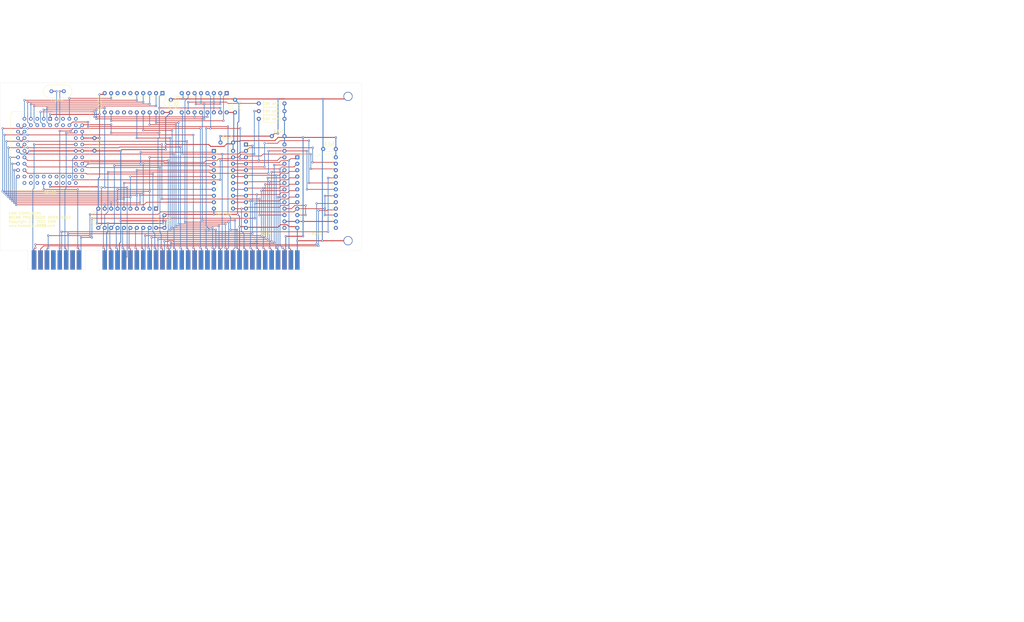
<source format=kicad_pcb>
(kicad_pcb (version 20171130) (host pcbnew "(5.1.8)-1")

  (general
    (thickness 1.6)
    (drawings 14)
    (tracks 1011)
    (zones 0)
    (modules 24)
    (nets 110)
  )

  (page A4)
  (layers
    (0 F.Cu signal)
    (31 B.Cu signal)
    (32 B.Adhes user)
    (33 F.Adhes user)
    (34 B.Paste user)
    (35 F.Paste user)
    (36 B.SilkS user)
    (37 F.SilkS user)
    (38 B.Mask user)
    (39 F.Mask user)
    (40 Dwgs.User user)
    (41 Cmts.User user)
    (42 Eco1.User user)
    (43 Eco2.User user)
    (44 Edge.Cuts user)
    (45 Margin user)
    (46 B.CrtYd user)
    (47 F.CrtYd user)
    (48 B.Fab user)
    (49 F.Fab user)
  )

  (setup
    (last_trace_width 0.25)
    (trace_clearance 0.2)
    (zone_clearance 0.508)
    (zone_45_only no)
    (trace_min 0.2)
    (via_size 0.8)
    (via_drill 0.4)
    (via_min_size 0.4)
    (via_min_drill 0.3)
    (uvia_size 0.3)
    (uvia_drill 0.1)
    (uvias_allowed no)
    (uvia_min_size 0.2)
    (uvia_min_drill 0.1)
    (edge_width 0.05)
    (segment_width 0.2)
    (pcb_text_width 0.3)
    (pcb_text_size 1.5 1.5)
    (mod_edge_width 0.12)
    (mod_text_size 1 1)
    (mod_text_width 0.15)
    (pad_size 1.4224 1.4224)
    (pad_drill 0.8)
    (pad_to_mask_clearance 0)
    (aux_axis_origin 0 0)
    (grid_origin 161.53638 139.9286)
    (visible_elements 7FFFFFFF)
    (pcbplotparams
      (layerselection 0x010ec_ffffffff)
      (usegerberextensions false)
      (usegerberattributes false)
      (usegerberadvancedattributes true)
      (creategerberjobfile true)
      (excludeedgelayer true)
      (linewidth 0.100000)
      (plotframeref false)
      (viasonmask false)
      (mode 1)
      (useauxorigin false)
      (hpglpennumber 1)
      (hpglpenspeed 20)
      (hpglpendiameter 15.000000)
      (psnegative false)
      (psa4output false)
      (plotreference true)
      (plotvalue true)
      (plotinvisibletext false)
      (padsonsilk false)
      (subtractmaskfromsilk false)
      (outputformat 1)
      (mirror false)
      (drillshape 0)
      (scaleselection 1)
      (outputdirectory "Gerber/"))
  )

  (net 0 "")
  (net 1 /5+)
  (net 2 /GND)
  (net 3 /IRQ2)
  (net 4 /5-)
  (net 5 /DRQ2)
  (net 6 /12-)
  (net 7 /12+)
  (net 8 /DACK3)
  (net 9 /DRQ3)
  (net 10 /DACK1)
  (net 11 /DRQ1)
  (net 12 /IRQ7)
  (net 13 /IRQ6)
  (net 14 /IRQ5)
  (net 15 /IRQ4)
  (net 16 /IRQ3)
  (net 17 /DACK2)
  (net 18 /TC)
  (net 19 /ALE)
  (net 20 /CH_CK)
  (net 21 /D7)
  (net 22 /D6)
  (net 23 /D5)
  (net 24 /D4)
  (net 25 /D3)
  (net 26 /D2)
  (net 27 /D1)
  (net 28 /D0)
  (net 29 /RDY1)
  (net 30 /AEN)
  (net 31 /A19)
  (net 32 /A18)
  (net 33 /A17)
  (net 34 /A16)
  (net 35 /A15)
  (net 36 /A14)
  (net 37 /A13)
  (net 38 /A12)
  (net 39 /A11)
  (net 40 /A10)
  (net 41 /A9)
  (net 42 /A8)
  (net 43 /A7)
  (net 44 /A6)
  (net 45 /A5)
  (net 46 /A4)
  (net 47 /A3)
  (net 48 /A2)
  (net 49 /A1)
  (net 50 /A0)
  (net 51 /RESOUT)
  (net 52 /MWR)
  (net 53 /MRD)
  (net 54 /IOWR)
  (net 55 /IORD)
  (net 56 /REFRQ)
  (net 57 /NC)
  (net 58 /OSC88)
  (net 59 /CLK88)
  (net 60 /AD0)
  (net 61 /AD2)
  (net 62 /AD4)
  (net 63 /AD6)
  (net 64 /AD1)
  (net 65 /AD3)
  (net 66 /AD5)
  (net 67 /AD7)
  (net 68 /A16_)
  (net 69 /A18_)
  (net 70 /A17_)
  (net 71 /A19_)
  (net 72 "Net-(U3-Pad8)")
  (net 73 "Net-(U3-Pad7)")
  (net 74 "Net-(U3-Pad6)")
  (net 75 "Net-(U3-Pad15)")
  (net 76 "Net-(U3-Pad14)")
  (net 77 "Net-(U3-Pad13)")
  (net 78 /SPK_OUT)
  (net 79 /SPK_GO)
  (net 80 /HF_PCLK)
  (net 81 /DRQ0)
  (net 82 /HOLDA)
  (net 83 /HOLD)
  (net 84 /READY)
  (net 85 /RESET)
  (net 86 /NMI)
  (net 87 /IO_008X)
  (net 88 /IO_006X)
  (net 89 /IO_004X)
  (net 90 /IO_002X)
  (net 91 /IO_000X)
  (net 92 /IRQ1)
  (net 93 /DEN)
  (net 94 /X1)
  (net 95 /DTR)
  (net 96 /X2)
  (net 97 /PU1)
  (net 98 /INTR)
  (net 99 /RD)
  (net 100 /WR)
  (net 101 /IO_M)
  (net 102 /INTA)
  (net 103 "Net-(U6-Pad13)")
  (net 104 "Net-(U6-Pad12)")
  (net 105 /IRQ0)
  (net 106 "Net-(U6-Pad15)")
  (net 107 "Net-(U7-Pad13)")
  (net 108 "Net-(J1-Pad7)")
  (net 109 /S2)

  (net_class Default "This is the default net class."
    (clearance 0.2)
    (trace_width 0.25)
    (via_dia 0.8)
    (via_drill 0.4)
    (uvia_dia 0.3)
    (uvia_drill 0.1)
    (add_net /12+)
    (add_net /12-)
    (add_net /5+)
    (add_net /5-)
    (add_net /A0)
    (add_net /A1)
    (add_net /A10)
    (add_net /A11)
    (add_net /A12)
    (add_net /A13)
    (add_net /A14)
    (add_net /A15)
    (add_net /A16)
    (add_net /A16_)
    (add_net /A17)
    (add_net /A17_)
    (add_net /A18)
    (add_net /A18_)
    (add_net /A19)
    (add_net /A19_)
    (add_net /A2)
    (add_net /A3)
    (add_net /A4)
    (add_net /A5)
    (add_net /A6)
    (add_net /A7)
    (add_net /A8)
    (add_net /A9)
    (add_net /AD0)
    (add_net /AD1)
    (add_net /AD2)
    (add_net /AD3)
    (add_net /AD4)
    (add_net /AD5)
    (add_net /AD6)
    (add_net /AD7)
    (add_net /AEN)
    (add_net /ALE)
    (add_net /CH_CK)
    (add_net /CLK88)
    (add_net /D0)
    (add_net /D1)
    (add_net /D2)
    (add_net /D3)
    (add_net /D4)
    (add_net /D5)
    (add_net /D6)
    (add_net /D7)
    (add_net /DACK1)
    (add_net /DACK2)
    (add_net /DACK3)
    (add_net /DEN)
    (add_net /DRQ0)
    (add_net /DRQ1)
    (add_net /DRQ2)
    (add_net /DRQ3)
    (add_net /DTR)
    (add_net /GND)
    (add_net /HF_PCLK)
    (add_net /HOLD)
    (add_net /HOLDA)
    (add_net /INTA)
    (add_net /INTR)
    (add_net /IORD)
    (add_net /IOWR)
    (add_net /IO_000X)
    (add_net /IO_002X)
    (add_net /IO_004X)
    (add_net /IO_006X)
    (add_net /IO_008X)
    (add_net /IO_M)
    (add_net /IRQ0)
    (add_net /IRQ1)
    (add_net /IRQ2)
    (add_net /IRQ3)
    (add_net /IRQ4)
    (add_net /IRQ5)
    (add_net /IRQ6)
    (add_net /IRQ7)
    (add_net /MRD)
    (add_net /MWR)
    (add_net /NC)
    (add_net /NMI)
    (add_net /OSC88)
    (add_net /PU1)
    (add_net /RD)
    (add_net /RDY1)
    (add_net /READY)
    (add_net /REFRQ)
    (add_net /RESET)
    (add_net /RESOUT)
    (add_net /S2)
    (add_net /SPK_GO)
    (add_net /SPK_OUT)
    (add_net /TC)
    (add_net /WR)
    (add_net /X1)
    (add_net /X2)
    (add_net "Net-(J1-Pad7)")
    (add_net "Net-(U3-Pad13)")
    (add_net "Net-(U3-Pad14)")
    (add_net "Net-(U3-Pad15)")
    (add_net "Net-(U3-Pad6)")
    (add_net "Net-(U3-Pad7)")
    (add_net "Net-(U3-Pad8)")
    (add_net "Net-(U6-Pad12)")
    (add_net "Net-(U6-Pad13)")
    (add_net "Net-(U6-Pad15)")
    (add_net "Net-(U7-Pad13)")
  )

  (module Resistor_THT:R_Axial_DIN0207_L6.3mm_D2.5mm_P10.16mm_Horizontal (layer F.Cu) (tedit 5AE5139B) (tstamp 619959ED)
    (at 146.29638 73.8886)
    (descr "Resistor, Axial_DIN0207 series, Axial, Horizontal, pin pitch=10.16mm, 0.25W = 1/4W, length*diameter=6.3*2.5mm^2, http://cdn-reichelt.de/documents/datenblatt/B400/1_4W%23YAG.pdf")
    (tags "Resistor Axial_DIN0207 series Axial Horizontal pin pitch 10.16mm 0.25W = 1/4W length 6.3mm diameter 2.5mm")
    (path /61998F40)
    (fp_text reference R2 (at 5.08 -2.37) (layer F.SilkS) hide
      (effects (font (size 1 1) (thickness 0.15)))
    )
    (fp_text value "10K ohm" (at 5.08 0) (layer F.SilkS)
      (effects (font (size 1 1) (thickness 0.15)))
    )
    (fp_line (start 11.21 -1.5) (end -1.05 -1.5) (layer F.CrtYd) (width 0.05))
    (fp_line (start 11.21 1.5) (end 11.21 -1.5) (layer F.CrtYd) (width 0.05))
    (fp_line (start -1.05 1.5) (end 11.21 1.5) (layer F.CrtYd) (width 0.05))
    (fp_line (start -1.05 -1.5) (end -1.05 1.5) (layer F.CrtYd) (width 0.05))
    (fp_line (start 9.12 0) (end 8.35 0) (layer F.SilkS) (width 0.12))
    (fp_line (start 1.04 0) (end 1.81 0) (layer F.SilkS) (width 0.12))
    (fp_line (start 8.35 -1.37) (end 1.81 -1.37) (layer F.SilkS) (width 0.12))
    (fp_line (start 8.35 1.37) (end 8.35 -1.37) (layer F.SilkS) (width 0.12))
    (fp_line (start 1.81 1.37) (end 8.35 1.37) (layer F.SilkS) (width 0.12))
    (fp_line (start 1.81 -1.37) (end 1.81 1.37) (layer F.SilkS) (width 0.12))
    (fp_line (start 10.16 0) (end 8.23 0) (layer F.Fab) (width 0.1))
    (fp_line (start 0 0) (end 1.93 0) (layer F.Fab) (width 0.1))
    (fp_line (start 8.23 -1.25) (end 1.93 -1.25) (layer F.Fab) (width 0.1))
    (fp_line (start 8.23 1.25) (end 8.23 -1.25) (layer F.Fab) (width 0.1))
    (fp_line (start 1.93 1.25) (end 8.23 1.25) (layer F.Fab) (width 0.1))
    (fp_line (start 1.93 -1.25) (end 1.93 1.25) (layer F.Fab) (width 0.1))
    (fp_text user %R (at 5.08 0) (layer F.Fab) hide
      (effects (font (size 1 1) (thickness 0.15)))
    )
    (pad 2 thru_hole oval (at 10.16 0) (size 1.6 1.6) (drill 0.8) (layers *.Cu *.Mask)
      (net 1 /5+))
    (pad 1 thru_hole circle (at 0 0) (size 1.6 1.6) (drill 0.8) (layers *.Cu *.Mask)
      (net 102 /INTA))
    (model ${KISYS3DMOD}/Resistor_THT.3dshapes/R_Axial_DIN0207_L6.3mm_D2.5mm_P10.16mm_Horizontal.wrl
      (at (xyz 0 0 0))
      (scale (xyz 1 1 1))
      (rotate (xyz 0 0 0))
    )
  )

  (module Crystal:Crystal_HC18-U_Vertical (layer F.Cu) (tedit 5A1AD3B7) (tstamp 617A85EC)
    (at 64.25438 62.9666)
    (descr "Crystal THT HC-18/U, http://5hertz.com/pdfs/04404_D.pdf")
    (tags "THT crystalHC-18/U")
    (path /610DE620)
    (fp_text reference Y1 (at 2.45 -3.525) (layer F.SilkS) hide
      (effects (font (size 1 1) (thickness 0.15)))
    )
    (fp_text value Crystal (at 2.45 3.525) (layer F.SilkS)
      (effects (font (size 1 1) (thickness 0.15)))
    )
    (fp_line (start 8.4 -2.8) (end -3.5 -2.8) (layer F.CrtYd) (width 0.05))
    (fp_line (start 8.4 2.8) (end 8.4 -2.8) (layer F.CrtYd) (width 0.05))
    (fp_line (start -3.5 2.8) (end 8.4 2.8) (layer F.CrtYd) (width 0.05))
    (fp_line (start -3.5 -2.8) (end -3.5 2.8) (layer F.CrtYd) (width 0.05))
    (fp_line (start -0.675 2.525) (end 5.575 2.525) (layer F.SilkS) (width 0.12))
    (fp_line (start -0.675 -2.525) (end 5.575 -2.525) (layer F.SilkS) (width 0.12))
    (fp_line (start -0.55 2) (end 5.45 2) (layer F.Fab) (width 0.1))
    (fp_line (start -0.55 -2) (end 5.45 -2) (layer F.Fab) (width 0.1))
    (fp_line (start -0.675 2.325) (end 5.575 2.325) (layer F.Fab) (width 0.1))
    (fp_line (start -0.675 -2.325) (end 5.575 -2.325) (layer F.Fab) (width 0.1))
    (fp_arc (start 5.575 0) (end 5.575 -2.525) (angle 180) (layer F.SilkS) (width 0.12))
    (fp_arc (start -0.675 0) (end -0.675 -2.525) (angle -180) (layer F.SilkS) (width 0.12))
    (fp_arc (start 5.45 0) (end 5.45 -2) (angle 180) (layer F.Fab) (width 0.1))
    (fp_arc (start -0.55 0) (end -0.55 -2) (angle -180) (layer F.Fab) (width 0.1))
    (fp_arc (start 5.575 0) (end 5.575 -2.325) (angle 180) (layer F.Fab) (width 0.1))
    (fp_arc (start -0.675 0) (end -0.675 -2.325) (angle -180) (layer F.Fab) (width 0.1))
    (fp_text user %R (at 2.45 0) (layer F.Fab) hide
      (effects (font (size 1 1) (thickness 0.15)))
    )
    (pad 2 thru_hole circle (at 4.9 0) (size 1.5 1.5) (drill 0.8) (layers *.Cu *.Mask)
      (net 94 /X1))
    (pad 1 thru_hole circle (at 0 0) (size 1.5 1.5) (drill 0.8) (layers *.Cu *.Mask)
      (net 96 /X2))
    (model ${KISYS3DMOD}/Crystal.3dshapes/Crystal_HC18-U_Vertical.wrl
      (at (xyz 0 0 0))
      (scale (xyz 1 1 1))
      (rotate (xyz 0 0 0))
    )
  )

  (module Package_LCC:PLCC-68_THT-Socket (layer F.Cu) (tedit 619944A0) (tstamp 617A0992)
    (at 63.74638 73.8886)
    (descr "PLCC, 68 pins, through hole")
    (tags "plcc leaded")
    (fp_text reference 80188 (at 0 29.21) (layer F.SilkS)
      (effects (font (size 1 1) (thickness 0.15)))
    )
    (fp_text value PLCC-68_THT-Socket (at 0 29.225) (layer F.Fab)
      (effects (font (size 1 1) (thickness 0.15)))
    )
    (fp_line (start 15.625 -2.925) (end 1 -2.925) (layer F.SilkS) (width 0.12))
    (fp_line (start 15.625 28.325) (end 15.625 -2.925) (layer F.SilkS) (width 0.12))
    (fp_line (start -15.625 28.325) (end 15.625 28.325) (layer F.SilkS) (width 0.12))
    (fp_line (start -15.625 -1.925) (end -15.625 28.325) (layer F.SilkS) (width 0.12))
    (fp_line (start -14.625 -2.925) (end -15.625 -1.925) (layer F.SilkS) (width 0.12))
    (fp_line (start -1 -2.925) (end -14.625 -2.925) (layer F.SilkS) (width 0.12))
    (fp_line (start 0 -1.825) (end 0.5 -2.825) (layer F.Fab) (width 0.1))
    (fp_line (start -0.5 -2.825) (end 0 -1.825) (layer F.Fab) (width 0.1))
    (fp_line (start 12.985 -0.285) (end -12.985 -0.285) (layer F.Fab) (width 0.1))
    (fp_line (start 12.985 25.685) (end 12.985 -0.285) (layer F.Fab) (width 0.1))
    (fp_line (start -12.985 25.685) (end 12.985 25.685) (layer F.Fab) (width 0.1))
    (fp_line (start -12.985 -0.285) (end -12.985 25.685) (layer F.Fab) (width 0.1))
    (fp_line (start 16 -3.3) (end -16 -3.3) (layer F.CrtYd) (width 0.05))
    (fp_line (start 16 28.7) (end 16 -3.3) (layer F.CrtYd) (width 0.05))
    (fp_line (start -16 28.7) (end 16 28.7) (layer F.CrtYd) (width 0.05))
    (fp_line (start -16 -3.3) (end -16 28.7) (layer F.CrtYd) (width 0.05))
    (fp_line (start 15.525 -2.825) (end -14.525 -2.825) (layer F.Fab) (width 0.1))
    (fp_line (start 15.525 28.225) (end 15.525 -2.825) (layer F.Fab) (width 0.1))
    (fp_line (start -15.525 28.225) (end 15.525 28.225) (layer F.Fab) (width 0.1))
    (fp_line (start -15.525 -1.825) (end -15.525 28.225) (layer F.Fab) (width 0.1))
    (fp_line (start -14.525 -2.825) (end -15.525 -1.825) (layer F.Fab) (width 0.1))
    (fp_text user %R (at 0 12.7) (layer F.Fab)
      (effects (font (size 1 1) (thickness 0.15)))
    )
    (pad 51 thru_hole circle (at 12.7 2.54) (size 1.4224 1.4224) (drill 0.8) (layers *.Cu *.Mask)
      (net 82 /HOLDA))
    (pad 49 thru_hole circle (at 12.7 5.08) (size 1.4224 1.4224) (drill 0.8) (layers *.Cu *.Mask)
      (net 2 /GND))
    (pad 47 thru_hole circle (at 12.7 7.62) (size 1.4224 1.4224) (drill 0.8) (layers *.Cu *.Mask)
      (net 2 /GND))
    (pad 45 thru_hole circle (at 12.7 10.16) (size 1.4224 1.4224) (drill 0.8) (layers *.Cu *.Mask)
      (net 98 /INTR))
    (pad 43 thru_hole circle (at 12.7 12.7) (size 1.4224 1.4224) (drill 0.8) (layers *.Cu *.Mask)
      (net 1 /5+))
    (pad 41 thru_hole circle (at 12.7 15.24) (size 1.4224 1.4224) (drill 0.8) (layers *.Cu *.Mask))
    (pad 39 thru_hole circle (at 12.7 17.78) (size 1.4224 1.4224) (drill 0.8) (layers *.Cu *.Mask)
      (net 93 /DEN))
    (pad 37 thru_hole circle (at 12.7 20.32) (size 1.4224 1.4224) (drill 0.8) (layers *.Cu *.Mask))
    (pad 52 thru_hole circle (at 10.16 0) (size 1.4224 1.4224) (drill 0.8) (layers *.Cu *.Mask))
    (pad 50 thru_hole circle (at 10.16 5.08) (size 1.4224 1.4224) (drill 0.8) (layers *.Cu *.Mask)
      (net 83 /HOLD))
    (pad 48 thru_hole circle (at 10.16 7.62) (size 1.4224 1.4224) (drill 0.8) (layers *.Cu *.Mask))
    (pad 46 thru_hole circle (at 10.16 10.16) (size 1.4224 1.4224) (drill 0.8) (layers *.Cu *.Mask)
      (net 86 /NMI))
    (pad 44 thru_hole circle (at 10.16 12.7) (size 1.4224 1.4224) (drill 0.8) (layers *.Cu *.Mask)
      (net 1 /5+))
    (pad 42 thru_hole circle (at 10.16 15.24) (size 1.4224 1.4224) (drill 0.8) (layers *.Cu *.Mask)
      (net 102 /INTA))
    (pad 40 thru_hole circle (at 10.16 17.78) (size 1.4224 1.4224) (drill 0.8) (layers *.Cu *.Mask)
      (net 95 /DTR))
    (pad 38 thru_hole circle (at 10.16 20.32) (size 1.4224 1.4224) (drill 0.8) (layers *.Cu *.Mask))
    (pad 36 thru_hole circle (at 10.16 22.86) (size 1.4224 1.4224) (drill 0.8) (layers *.Cu *.Mask))
    (pad 34 thru_hole circle (at 10.16 25.4) (size 1.4224 1.4224) (drill 0.8) (layers *.Cu *.Mask))
    (pad 32 thru_hole circle (at 7.62 25.4) (size 1.4224 1.4224) (drill 0.8) (layers *.Cu *.Mask))
    (pad 30 thru_hole circle (at 5.08 25.4) (size 1.4224 1.4224) (drill 0.8) (layers *.Cu *.Mask))
    (pad 28 thru_hole circle (at 2.54 25.4) (size 1.4224 1.4224) (drill 0.8) (layers *.Cu *.Mask))
    (pad 26 thru_hole circle (at 0 25.4) (size 1.4224 1.4224) (drill 0.8) (layers *.Cu *.Mask)
      (net 2 /GND))
    (pad 24 thru_hole circle (at -2.54 25.4) (size 1.4224 1.4224) (drill 0.8) (layers *.Cu *.Mask)
      (net 85 /RESET))
    (pad 22 thru_hole circle (at -5.08 25.4) (size 1.4224 1.4224) (drill 0.8) (layers *.Cu *.Mask))
    (pad 20 thru_hole circle (at -7.62 25.4) (size 1.4224 1.4224) (drill 0.8) (layers *.Cu *.Mask))
    (pad 18 thru_hole circle (at -10.16 25.4) (size 1.4224 1.4224) (drill 0.8) (layers *.Cu *.Mask))
    (pad 35 thru_hole circle (at 12.7 22.86) (size 1.4224 1.4224) (drill 0.8) (layers *.Cu *.Mask))
    (pad 33 thru_hole circle (at 7.62 22.86) (size 1.4224 1.4224) (drill 0.8) (layers *.Cu *.Mask))
    (pad 31 thru_hole circle (at 5.08 22.86) (size 1.4224 1.4224) (drill 0.8) (layers *.Cu *.Mask))
    (pad 29 thru_hole circle (at 2.54 22.86) (size 1.4224 1.4224) (drill 0.8) (layers *.Cu *.Mask))
    (pad 27 thru_hole circle (at 0 22.86) (size 1.4224 1.4224) (drill 0.8) (layers *.Cu *.Mask))
    (pad 25 thru_hole circle (at -2.54 22.86) (size 1.4224 1.4224) (drill 0.8) (layers *.Cu *.Mask))
    (pad 23 thru_hole circle (at -5.08 22.86) (size 1.4224 1.4224) (drill 0.8) (layers *.Cu *.Mask))
    (pad 21 thru_hole circle (at -7.62 22.86) (size 1.4224 1.4224) (drill 0.8) (layers *.Cu *.Mask))
    (pad 19 thru_hole circle (at -10.16 22.86) (size 1.4224 1.4224) (drill 0.8) (layers *.Cu *.Mask))
    (pad 17 thru_hole circle (at -12.7 22.86) (size 1.4224 1.4224) (drill 0.8) (layers *.Cu *.Mask)
      (net 60 /AD0))
    (pad 15 thru_hole circle (at -12.7 20.32) (size 1.4224 1.4224) (drill 0.8) (layers *.Cu *.Mask)
      (net 64 /AD1))
    (pad 13 thru_hole circle (at -12.7 17.78) (size 1.4224 1.4224) (drill 0.8) (layers *.Cu *.Mask)
      (net 61 /AD2))
    (pad 11 thru_hole circle (at -12.7 15.24) (size 1.4224 1.4224) (drill 0.8) (layers *.Cu *.Mask)
      (net 65 /AD3))
    (pad 9 thru_hole circle (at -12.7 12.7) (size 1.4224 1.4224) (drill 0.8) (layers *.Cu *.Mask)
      (net 1 /5+))
    (pad 7 thru_hole circle (at -12.7 10.16) (size 1.4224 1.4224) (drill 0.8) (layers *.Cu *.Mask)
      (net 38 /A12))
    (pad 5 thru_hole circle (at -12.7 7.62) (size 1.4224 1.4224) (drill 0.8) (layers *.Cu *.Mask)
      (net 37 /A13))
    (pad 3 thru_hole circle (at -12.7 5.08) (size 1.4224 1.4224) (drill 0.8) (layers *.Cu *.Mask)
      (net 36 /A14))
    (pad 1 thru_hole circle (at -12.7 2.54) (size 1.4224 1.4224) (drill 0.8) (layers *.Cu *.Mask)
      (net 35 /A15))
    (pad 16 thru_hole circle (at -10.16 20.32) (size 1.4224 1.4224) (drill 0.8) (layers *.Cu *.Mask)
      (net 42 /A8))
    (pad 14 thru_hole circle (at -10.16 17.78) (size 1.4224 1.4224) (drill 0.8) (layers *.Cu *.Mask)
      (net 41 /A9))
    (pad 12 thru_hole circle (at -10.16 15.24) (size 1.4224 1.4224) (drill 0.8) (layers *.Cu *.Mask)
      (net 40 /A10))
    (pad 10 thru_hole circle (at -10.16 12.7) (size 1.4224 1.4224) (drill 0.8) (layers *.Cu *.Mask)
      (net 39 /A11))
    (pad 8 thru_hole circle (at -10.16 10.16) (size 1.4224 1.4224) (drill 0.8) (layers *.Cu *.Mask)
      (net 62 /AD4))
    (pad 6 thru_hole circle (at -10.16 7.62) (size 1.4224 1.4224) (drill 0.8) (layers *.Cu *.Mask)
      (net 66 /AD5))
    (pad 4 thru_hole circle (at -10.16 5.08) (size 1.4224 1.4224) (drill 0.8) (layers *.Cu *.Mask)
      (net 63 /AD6))
    (pad 2 thru_hole circle (at -10.16 2.54) (size 1.4224 1.4224) (drill 0.8) (layers *.Cu *.Mask)
      (net 67 /AD7))
    (pad 54 thru_hole circle (at 7.62 0) (size 1.4224 1.4224) (drill 0.8) (layers *.Cu *.Mask)
      (net 109 /S2))
    (pad 56 thru_hole circle (at 5.08 0) (size 1.4224 1.4224) (drill 0.8) (layers *.Cu *.Mask))
    (pad 58 thru_hole circle (at 2.54 0) (size 1.4224 1.4224) (drill 0.8) (layers *.Cu *.Mask)
      (net 96 /X2))
    (pad 68 thru_hole circle (at -10.16 0) (size 1.4224 1.4224) (drill 0.8) (layers *.Cu *.Mask)
      (net 68 /A16_))
    (pad 66 thru_hole circle (at -7.62 0) (size 1.4224 1.4224) (drill 0.8) (layers *.Cu *.Mask)
      (net 69 /A18_))
    (pad 64 thru_hole circle (at -5.08 0) (size 1.4224 1.4224) (drill 0.8) (layers *.Cu *.Mask))
    (pad 62 thru_hole circle (at -2.54 0) (size 1.4224 1.4224) (drill 0.8) (layers *.Cu *.Mask)
      (net 99 /RD))
    (pad 60 thru_hole rect (at 0 0) (size 1.4224 1.4224) (drill 0.8) (layers *.Cu *.Mask)
      (net 2 /GND))
    (pad 53 thru_hole circle (at 10.16 2.54) (size 1.4224 1.4224) (drill 0.8) (layers *.Cu *.Mask))
    (pad 55 thru_hole circle (at 7.62 2.54) (size 1.4224 1.4224) (drill 0.8) (layers *.Cu *.Mask)
      (net 29 /RDY1))
    (pad 57 thru_hole circle (at 5.08 2.54) (size 1.4224 1.4224) (drill 0.8) (layers *.Cu *.Mask))
    (pad 59 thru_hole circle (at 2.54 2.54) (size 1.4224 1.4224) (drill 0.8) (layers *.Cu *.Mask)
      (net 94 /X1))
    (pad 67 thru_hole circle (at -7.62 2.54) (size 1.4224 1.4224) (drill 0.8) (layers *.Cu *.Mask)
      (net 70 /A17_))
    (pad 65 thru_hole circle (at -5.08 2.54) (size 1.4224 1.4224) (drill 0.8) (layers *.Cu *.Mask)
      (net 71 /A19_))
    (pad 63 thru_hole circle (at -2.54 2.54) (size 1.4224 1.4224) (drill 0.8) (layers *.Cu *.Mask)
      (net 100 /WR))
    (pad 61 thru_hole circle (at 0 2.54) (size 1.4224 1.4224) (drill 0.8) (layers *.Cu *.Mask)
      (net 19 /ALE))
    (model ${KISYS3DMOD}/Package_LCC.3dshapes/PLCC-68_THT-Socket.wrl
      (at (xyz 0 0 0))
      (scale (xyz 1 1 1))
      (rotate (xyz 0 0 0))
    )
  )

  (module Package_DIP:DIP-16_W7.62mm (layer F.Cu) (tedit 5A02E8C5) (tstamp 6113E9AF)
    (at 133.59638 63.7286 270)
    (descr "16-lead though-hole mounted DIP package, row spacing 7.62 mm (300 mils)")
    (tags "THT DIP DIL PDIP 2.54mm 7.62mm 300mil")
    (path /6114181C)
    (fp_text reference U8 (at 3.81 -2.33 90) (layer F.SilkS) hide
      (effects (font (size 1 1) (thickness 0.15)))
    )
    (fp_text value 74LS257 (at 3.81 20.11 270 unlocked) (layer F.SilkS)
      (effects (font (size 1 1) (thickness 0.15)))
    )
    (fp_line (start 8.7 -1.55) (end -1.1 -1.55) (layer F.CrtYd) (width 0.05))
    (fp_line (start 8.7 19.3) (end 8.7 -1.55) (layer F.CrtYd) (width 0.05))
    (fp_line (start -1.1 19.3) (end 8.7 19.3) (layer F.CrtYd) (width 0.05))
    (fp_line (start -1.1 -1.55) (end -1.1 19.3) (layer F.CrtYd) (width 0.05))
    (fp_line (start 6.46 -1.33) (end 4.81 -1.33) (layer F.SilkS) (width 0.12))
    (fp_line (start 6.46 19.11) (end 6.46 -1.33) (layer F.SilkS) (width 0.12))
    (fp_line (start 1.16 19.11) (end 6.46 19.11) (layer F.SilkS) (width 0.12))
    (fp_line (start 1.16 -1.33) (end 1.16 19.11) (layer F.SilkS) (width 0.12))
    (fp_line (start 2.81 -1.33) (end 1.16 -1.33) (layer F.SilkS) (width 0.12))
    (fp_line (start 0.635 -0.27) (end 1.635 -1.27) (layer F.Fab) (width 0.1))
    (fp_line (start 0.635 19.05) (end 0.635 -0.27) (layer F.Fab) (width 0.1))
    (fp_line (start 6.985 19.05) (end 0.635 19.05) (layer F.Fab) (width 0.1))
    (fp_line (start 6.985 -1.27) (end 6.985 19.05) (layer F.Fab) (width 0.1))
    (fp_line (start 1.635 -1.27) (end 6.985 -1.27) (layer F.Fab) (width 0.1))
    (fp_text user %R (at 3.81 8.89 90) (layer F.Fab) hide
      (effects (font (size 1 1) (thickness 0.15)))
    )
    (fp_arc (start 3.81 -1.33) (end 2.81 -1.33) (angle -180) (layer F.SilkS) (width 0.12))
    (pad 16 thru_hole oval (at 7.62 0 270) (size 1.6 1.6) (drill 0.8) (layers *.Cu *.Mask)
      (net 1 /5+))
    (pad 8 thru_hole oval (at 0 17.78 270) (size 1.6 1.6) (drill 0.8) (layers *.Cu *.Mask)
      (net 2 /GND))
    (pad 15 thru_hole oval (at 7.62 2.54 270) (size 1.6 1.6) (drill 0.8) (layers *.Cu *.Mask)
      (net 82 /HOLDA))
    (pad 7 thru_hole oval (at 0 15.24 270) (size 1.6 1.6) (drill 0.8) (layers *.Cu *.Mask)
      (net 53 /MRD))
    (pad 14 thru_hole oval (at 7.62 5.08 270) (size 1.6 1.6) (drill 0.8) (layers *.Cu *.Mask)
      (net 97 /PU1))
    (pad 6 thru_hole oval (at 0 12.7 270) (size 1.6 1.6) (drill 0.8) (layers *.Cu *.Mask)
      (net 99 /RD))
    (pad 13 thru_hole oval (at 7.62 7.62 270) (size 1.6 1.6) (drill 0.8) (layers *.Cu *.Mask)
      (net 100 /WR))
    (pad 5 thru_hole oval (at 0 10.16 270) (size 1.6 1.6) (drill 0.8) (layers *.Cu *.Mask)
      (net 97 /PU1))
    (pad 12 thru_hole oval (at 7.62 10.16 270) (size 1.6 1.6) (drill 0.8) (layers *.Cu *.Mask)
      (net 52 /MWR))
    (pad 4 thru_hole oval (at 0 7.62 270) (size 1.6 1.6) (drill 0.8) (layers *.Cu *.Mask)
      (net 55 /IORD))
    (pad 11 thru_hole oval (at 7.62 12.7 270) (size 1.6 1.6) (drill 0.8) (layers *.Cu *.Mask)
      (net 100 /WR))
    (pad 3 thru_hole oval (at 0 5.08 270) (size 1.6 1.6) (drill 0.8) (layers *.Cu *.Mask)
      (net 97 /PU1))
    (pad 10 thru_hole oval (at 7.62 15.24 270) (size 1.6 1.6) (drill 0.8) (layers *.Cu *.Mask)
      (net 97 /PU1))
    (pad 2 thru_hole oval (at 0 2.54 270) (size 1.6 1.6) (drill 0.8) (layers *.Cu *.Mask)
      (net 99 /RD))
    (pad 9 thru_hole oval (at 7.62 17.78 270) (size 1.6 1.6) (drill 0.8) (layers *.Cu *.Mask)
      (net 54 /IOWR))
    (pad 1 thru_hole rect (at 0 0 270) (size 1.6 1.6) (drill 0.8) (layers *.Cu *.Mask)
      (net 101 /IO_M))
    (model ${KISYS3DMOD}/Package_DIP.3dshapes/DIP-16_W7.62mm.wrl
      (at (xyz 0 0 0))
      (scale (xyz 1 1 1))
      (rotate (xyz 0 0 0))
    )
  )

  (module Package_DIP:DIP-24_W15.24mm (layer F.Cu) (tedit 5A02E8C5) (tstamp 6113E98B)
    (at 161.53638 89.1286)
    (descr "24-lead though-hole mounted DIP package, row spacing 15.24 mm (600 mils)")
    (tags "THT DIP DIL PDIP 2.54mm 15.24mm 600mil")
    (path /6114018C)
    (fp_text reference U7 (at 7.62 -2.33) (layer F.SilkS) hide
      (effects (font (size 1 1) (thickness 0.15)))
    )
    (fp_text value 8253 (at 7.62 30.27) (layer F.SilkS)
      (effects (font (size 1 1) (thickness 0.15)))
    )
    (fp_line (start 16.3 -1.55) (end -1.05 -1.55) (layer F.CrtYd) (width 0.05))
    (fp_line (start 16.3 29.5) (end 16.3 -1.55) (layer F.CrtYd) (width 0.05))
    (fp_line (start -1.05 29.5) (end 16.3 29.5) (layer F.CrtYd) (width 0.05))
    (fp_line (start -1.05 -1.55) (end -1.05 29.5) (layer F.CrtYd) (width 0.05))
    (fp_line (start 14.08 -1.33) (end 8.62 -1.33) (layer F.SilkS) (width 0.12))
    (fp_line (start 14.08 29.27) (end 14.08 -1.33) (layer F.SilkS) (width 0.12))
    (fp_line (start 1.16 29.27) (end 14.08 29.27) (layer F.SilkS) (width 0.12))
    (fp_line (start 1.16 -1.33) (end 1.16 29.27) (layer F.SilkS) (width 0.12))
    (fp_line (start 6.62 -1.33) (end 1.16 -1.33) (layer F.SilkS) (width 0.12))
    (fp_line (start 0.255 -0.27) (end 1.255 -1.27) (layer F.Fab) (width 0.1))
    (fp_line (start 0.255 29.21) (end 0.255 -0.27) (layer F.Fab) (width 0.1))
    (fp_line (start 14.985 29.21) (end 0.255 29.21) (layer F.Fab) (width 0.1))
    (fp_line (start 14.985 -1.27) (end 14.985 29.21) (layer F.Fab) (width 0.1))
    (fp_line (start 1.255 -1.27) (end 14.985 -1.27) (layer F.Fab) (width 0.1))
    (fp_text user %R (at 7.62 13.97) (layer F.Fab) hide
      (effects (font (size 1 1) (thickness 0.15)))
    )
    (fp_arc (start 7.62 -1.33) (end 6.62 -1.33) (angle -180) (layer F.SilkS) (width 0.12))
    (pad 24 thru_hole oval (at 15.24 0) (size 1.6 1.6) (drill 0.8) (layers *.Cu *.Mask)
      (net 1 /5+))
    (pad 12 thru_hole oval (at 0 27.94) (size 1.6 1.6) (drill 0.8) (layers *.Cu *.Mask)
      (net 2 /GND))
    (pad 23 thru_hole oval (at 15.24 2.54) (size 1.6 1.6) (drill 0.8) (layers *.Cu *.Mask)
      (net 54 /IOWR))
    (pad 11 thru_hole oval (at 0 25.4) (size 1.6 1.6) (drill 0.8) (layers *.Cu *.Mask)
      (net 1 /5+))
    (pad 22 thru_hole oval (at 15.24 5.08) (size 1.6 1.6) (drill 0.8) (layers *.Cu *.Mask)
      (net 55 /IORD))
    (pad 10 thru_hole oval (at 0 22.86) (size 1.6 1.6) (drill 0.8) (layers *.Cu *.Mask)
      (net 105 /IRQ0))
    (pad 21 thru_hole oval (at 15.24 7.62) (size 1.6 1.6) (drill 0.8) (layers *.Cu *.Mask)
      (net 89 /IO_004X))
    (pad 9 thru_hole oval (at 0 20.32) (size 1.6 1.6) (drill 0.8) (layers *.Cu *.Mask)
      (net 80 /HF_PCLK))
    (pad 20 thru_hole oval (at 15.24 10.16) (size 1.6 1.6) (drill 0.8) (layers *.Cu *.Mask)
      (net 49 /A1))
    (pad 8 thru_hole oval (at 0 17.78) (size 1.6 1.6) (drill 0.8) (layers *.Cu *.Mask)
      (net 28 /D0))
    (pad 19 thru_hole oval (at 15.24 12.7) (size 1.6 1.6) (drill 0.8) (layers *.Cu *.Mask)
      (net 50 /A0))
    (pad 7 thru_hole oval (at 0 15.24) (size 1.6 1.6) (drill 0.8) (layers *.Cu *.Mask)
      (net 27 /D1))
    (pad 18 thru_hole oval (at 15.24 15.24) (size 1.6 1.6) (drill 0.8) (layers *.Cu *.Mask)
      (net 80 /HF_PCLK))
    (pad 6 thru_hole oval (at 0 12.7) (size 1.6 1.6) (drill 0.8) (layers *.Cu *.Mask)
      (net 26 /D2))
    (pad 17 thru_hole oval (at 15.24 17.78) (size 1.6 1.6) (drill 0.8) (layers *.Cu *.Mask)
      (net 78 /SPK_OUT))
    (pad 5 thru_hole oval (at 0 10.16) (size 1.6 1.6) (drill 0.8) (layers *.Cu *.Mask)
      (net 25 /D3))
    (pad 16 thru_hole oval (at 15.24 20.32) (size 1.6 1.6) (drill 0.8) (layers *.Cu *.Mask)
      (net 79 /SPK_GO))
    (pad 4 thru_hole oval (at 0 7.62) (size 1.6 1.6) (drill 0.8) (layers *.Cu *.Mask)
      (net 24 /D4))
    (pad 15 thru_hole oval (at 15.24 22.86) (size 1.6 1.6) (drill 0.8) (layers *.Cu *.Mask)
      (net 80 /HF_PCLK))
    (pad 3 thru_hole oval (at 0 5.08) (size 1.6 1.6) (drill 0.8) (layers *.Cu *.Mask)
      (net 23 /D5))
    (pad 14 thru_hole oval (at 15.24 25.4) (size 1.6 1.6) (drill 0.8) (layers *.Cu *.Mask)
      (net 1 /5+))
    (pad 2 thru_hole oval (at 0 2.54) (size 1.6 1.6) (drill 0.8) (layers *.Cu *.Mask)
      (net 22 /D6))
    (pad 13 thru_hole oval (at 15.24 27.94) (size 1.6 1.6) (drill 0.8) (layers *.Cu *.Mask)
      (net 107 "Net-(U7-Pad13)"))
    (pad 1 thru_hole rect (at 0 0) (size 1.6 1.6) (drill 0.8) (layers *.Cu *.Mask)
      (net 21 /D7))
    (model ${KISYS3DMOD}/Package_DIP.3dshapes/DIP-24_W15.24mm.wrl
      (at (xyz 0 0 0))
      (scale (xyz 1 1 1))
      (rotate (xyz 0 0 0))
    )
  )

  (module Package_DIP:DIP-28_W15.24mm (layer F.Cu) (tedit 5A02E8C5) (tstamp 6113E95F)
    (at 141.21638 84.0486)
    (descr "28-lead though-hole mounted DIP package, row spacing 15.24 mm (600 mils)")
    (tags "THT DIP DIL PDIP 2.54mm 15.24mm 600mil")
    (path /6113F110)
    (fp_text reference U6 (at 7.62 -2.33) (layer F.SilkS) hide
      (effects (font (size 1 1) (thickness 0.15)))
    )
    (fp_text value 8259 (at 7.62 35.35) (layer F.SilkS)
      (effects (font (size 1 1) (thickness 0.15)))
    )
    (fp_line (start 16.3 -1.55) (end -1.05 -1.55) (layer F.CrtYd) (width 0.05))
    (fp_line (start 16.3 34.55) (end 16.3 -1.55) (layer F.CrtYd) (width 0.05))
    (fp_line (start -1.05 34.55) (end 16.3 34.55) (layer F.CrtYd) (width 0.05))
    (fp_line (start -1.05 -1.55) (end -1.05 34.55) (layer F.CrtYd) (width 0.05))
    (fp_line (start 14.08 -1.33) (end 8.62 -1.33) (layer F.SilkS) (width 0.12))
    (fp_line (start 14.08 34.35) (end 14.08 -1.33) (layer F.SilkS) (width 0.12))
    (fp_line (start 1.16 34.35) (end 14.08 34.35) (layer F.SilkS) (width 0.12))
    (fp_line (start 1.16 -1.33) (end 1.16 34.35) (layer F.SilkS) (width 0.12))
    (fp_line (start 6.62 -1.33) (end 1.16 -1.33) (layer F.SilkS) (width 0.12))
    (fp_line (start 0.255 -0.27) (end 1.255 -1.27) (layer F.Fab) (width 0.1))
    (fp_line (start 0.255 34.29) (end 0.255 -0.27) (layer F.Fab) (width 0.1))
    (fp_line (start 14.985 34.29) (end 0.255 34.29) (layer F.Fab) (width 0.1))
    (fp_line (start 14.985 -1.27) (end 14.985 34.29) (layer F.Fab) (width 0.1))
    (fp_line (start 1.255 -1.27) (end 14.985 -1.27) (layer F.Fab) (width 0.1))
    (fp_text user %R (at 7.62 16.51) (layer F.Fab) hide
      (effects (font (size 1 1) (thickness 0.15)))
    )
    (fp_arc (start 7.62 -1.33) (end 6.62 -1.33) (angle -180) (layer F.SilkS) (width 0.12))
    (pad 28 thru_hole oval (at 15.24 0) (size 1.6 1.6) (drill 0.8) (layers *.Cu *.Mask)
      (net 1 /5+))
    (pad 14 thru_hole oval (at 0 33.02) (size 1.6 1.6) (drill 0.8) (layers *.Cu *.Mask)
      (net 2 /GND))
    (pad 27 thru_hole oval (at 15.24 2.54) (size 1.6 1.6) (drill 0.8) (layers *.Cu *.Mask)
      (net 50 /A0))
    (pad 13 thru_hole oval (at 0 30.48) (size 1.6 1.6) (drill 0.8) (layers *.Cu *.Mask)
      (net 103 "Net-(U6-Pad13)"))
    (pad 26 thru_hole oval (at 15.24 5.08) (size 1.6 1.6) (drill 0.8) (layers *.Cu *.Mask)
      (net 102 /INTA))
    (pad 12 thru_hole oval (at 0 27.94) (size 1.6 1.6) (drill 0.8) (layers *.Cu *.Mask)
      (net 104 "Net-(U6-Pad12)"))
    (pad 25 thru_hole oval (at 15.24 7.62) (size 1.6 1.6) (drill 0.8) (layers *.Cu *.Mask)
      (net 12 /IRQ7))
    (pad 11 thru_hole oval (at 0 25.4) (size 1.6 1.6) (drill 0.8) (layers *.Cu *.Mask)
      (net 28 /D0))
    (pad 24 thru_hole oval (at 15.24 10.16) (size 1.6 1.6) (drill 0.8) (layers *.Cu *.Mask)
      (net 13 /IRQ6))
    (pad 10 thru_hole oval (at 0 22.86) (size 1.6 1.6) (drill 0.8) (layers *.Cu *.Mask)
      (net 27 /D1))
    (pad 23 thru_hole oval (at 15.24 12.7) (size 1.6 1.6) (drill 0.8) (layers *.Cu *.Mask)
      (net 14 /IRQ5))
    (pad 9 thru_hole oval (at 0 20.32) (size 1.6 1.6) (drill 0.8) (layers *.Cu *.Mask)
      (net 26 /D2))
    (pad 22 thru_hole oval (at 15.24 15.24) (size 1.6 1.6) (drill 0.8) (layers *.Cu *.Mask)
      (net 15 /IRQ4))
    (pad 8 thru_hole oval (at 0 17.78) (size 1.6 1.6) (drill 0.8) (layers *.Cu *.Mask)
      (net 25 /D3))
    (pad 21 thru_hole oval (at 15.24 17.78) (size 1.6 1.6) (drill 0.8) (layers *.Cu *.Mask)
      (net 16 /IRQ3))
    (pad 7 thru_hole oval (at 0 15.24) (size 1.6 1.6) (drill 0.8) (layers *.Cu *.Mask)
      (net 24 /D4))
    (pad 20 thru_hole oval (at 15.24 20.32) (size 1.6 1.6) (drill 0.8) (layers *.Cu *.Mask)
      (net 3 /IRQ2))
    (pad 6 thru_hole oval (at 0 12.7) (size 1.6 1.6) (drill 0.8) (layers *.Cu *.Mask)
      (net 23 /D5))
    (pad 19 thru_hole oval (at 15.24 22.86) (size 1.6 1.6) (drill 0.8) (layers *.Cu *.Mask)
      (net 92 /IRQ1))
    (pad 5 thru_hole oval (at 0 10.16) (size 1.6 1.6) (drill 0.8) (layers *.Cu *.Mask)
      (net 22 /D6))
    (pad 18 thru_hole oval (at 15.24 25.4) (size 1.6 1.6) (drill 0.8) (layers *.Cu *.Mask)
      (net 105 /IRQ0))
    (pad 4 thru_hole oval (at 0 7.62) (size 1.6 1.6) (drill 0.8) (layers *.Cu *.Mask)
      (net 21 /D7))
    (pad 17 thru_hole oval (at 15.24 27.94) (size 1.6 1.6) (drill 0.8) (layers *.Cu *.Mask)
      (net 98 /INTR))
    (pad 3 thru_hole oval (at 0 5.08) (size 1.6 1.6) (drill 0.8) (layers *.Cu *.Mask)
      (net 55 /IORD))
    (pad 16 thru_hole oval (at 15.24 30.48) (size 1.6 1.6) (drill 0.8) (layers *.Cu *.Mask)
      (net 1 /5+))
    (pad 2 thru_hole oval (at 0 2.54) (size 1.6 1.6) (drill 0.8) (layers *.Cu *.Mask)
      (net 54 /IOWR))
    (pad 15 thru_hole oval (at 15.24 33.02) (size 1.6 1.6) (drill 0.8) (layers *.Cu *.Mask)
      (net 106 "Net-(U6-Pad15)"))
    (pad 1 thru_hole rect (at 0 0) (size 1.6 1.6) (drill 0.8) (layers *.Cu *.Mask)
      (net 90 /IO_002X))
    (model ${KISYS3DMOD}/Package_DIP.3dshapes/DIP-28_W15.24mm.wrl
      (at (xyz 0 0 0))
      (scale (xyz 1 1 1))
      (rotate (xyz 0 0 0))
    )
  )

  (module Resistor_THT:R_Axial_DIN0207_L6.3mm_D2.5mm_P10.16mm_Horizontal (layer F.Cu) (tedit 5AE5139B) (tstamp 6113E7E3)
    (at 146.29638 67.7926)
    (descr "Resistor, Axial_DIN0207 series, Axial, Horizontal, pin pitch=10.16mm, 0.25W = 1/4W, length*diameter=6.3*2.5mm^2, http://cdn-reichelt.de/documents/datenblatt/B400/1_4W%23YAG.pdf")
    (tags "Resistor Axial_DIN0207 series Axial Horizontal pin pitch 10.16mm 0.25W = 1/4W length 6.3mm diameter 2.5mm")
    (path /61146C76)
    (fp_text reference R5 (at 5.08 -2.37) (layer F.SilkS) hide
      (effects (font (size 1 1) (thickness 0.15)))
    )
    (fp_text value "10K ohm" (at 5.08 0) (layer F.SilkS)
      (effects (font (size 1 1) (thickness 0.15)))
    )
    (fp_line (start 11.21 -1.5) (end -1.05 -1.5) (layer F.CrtYd) (width 0.05))
    (fp_line (start 11.21 1.5) (end 11.21 -1.5) (layer F.CrtYd) (width 0.05))
    (fp_line (start -1.05 1.5) (end 11.21 1.5) (layer F.CrtYd) (width 0.05))
    (fp_line (start -1.05 -1.5) (end -1.05 1.5) (layer F.CrtYd) (width 0.05))
    (fp_line (start 9.12 0) (end 8.35 0) (layer F.SilkS) (width 0.12))
    (fp_line (start 1.04 0) (end 1.81 0) (layer F.SilkS) (width 0.12))
    (fp_line (start 8.35 -1.37) (end 1.81 -1.37) (layer F.SilkS) (width 0.12))
    (fp_line (start 8.35 1.37) (end 8.35 -1.37) (layer F.SilkS) (width 0.12))
    (fp_line (start 1.81 1.37) (end 8.35 1.37) (layer F.SilkS) (width 0.12))
    (fp_line (start 1.81 -1.37) (end 1.81 1.37) (layer F.SilkS) (width 0.12))
    (fp_line (start 10.16 0) (end 8.23 0) (layer F.Fab) (width 0.1))
    (fp_line (start 0 0) (end 1.93 0) (layer F.Fab) (width 0.1))
    (fp_line (start 8.23 -1.25) (end 1.93 -1.25) (layer F.Fab) (width 0.1))
    (fp_line (start 8.23 1.25) (end 8.23 -1.25) (layer F.Fab) (width 0.1))
    (fp_line (start 1.93 1.25) (end 8.23 1.25) (layer F.Fab) (width 0.1))
    (fp_line (start 1.93 -1.25) (end 1.93 1.25) (layer F.Fab) (width 0.1))
    (fp_text user %R (at 5.08 0) (layer F.Fab) hide
      (effects (font (size 1 1) (thickness 0.15)))
    )
    (pad 2 thru_hole oval (at 10.16 0) (size 1.6 1.6) (drill 0.8) (layers *.Cu *.Mask)
      (net 1 /5+))
    (pad 1 thru_hole circle (at 0 0) (size 1.6 1.6) (drill 0.8) (layers *.Cu *.Mask)
      (net 97 /PU1))
    (model ${KISYS3DMOD}/Resistor_THT.3dshapes/R_Axial_DIN0207_L6.3mm_D2.5mm_P10.16mm_Horizontal.wrl
      (at (xyz 0 0 0))
      (scale (xyz 1 1 1))
      (rotate (xyz 0 0 0))
    )
  )

  (module Resistor_THT:R_Axial_DIN0207_L6.3mm_D2.5mm_P10.16mm_Horizontal (layer F.Cu) (tedit 5AE5139B) (tstamp 6113E787)
    (at 146.29638 70.8406)
    (descr "Resistor, Axial_DIN0207 series, Axial, Horizontal, pin pitch=10.16mm, 0.25W = 1/4W, length*diameter=6.3*2.5mm^2, http://cdn-reichelt.de/documents/datenblatt/B400/1_4W%23YAG.pdf")
    (tags "Resistor Axial_DIN0207 series Axial Horizontal pin pitch 10.16mm 0.25W = 1/4W length 6.3mm diameter 2.5mm")
    (path /61072939)
    (fp_text reference R1 (at 5.08 -2.37) (layer F.SilkS) hide
      (effects (font (size 1 1) (thickness 0.15)))
    )
    (fp_text value "10K ohm" (at 5.08 0) (layer F.SilkS)
      (effects (font (size 1 1) (thickness 0.15)))
    )
    (fp_line (start 11.21 -1.5) (end -1.05 -1.5) (layer F.CrtYd) (width 0.05))
    (fp_line (start 11.21 1.5) (end 11.21 -1.5) (layer F.CrtYd) (width 0.05))
    (fp_line (start -1.05 1.5) (end 11.21 1.5) (layer F.CrtYd) (width 0.05))
    (fp_line (start -1.05 -1.5) (end -1.05 1.5) (layer F.CrtYd) (width 0.05))
    (fp_line (start 9.12 0) (end 8.35 0) (layer F.SilkS) (width 0.12))
    (fp_line (start 1.04 0) (end 1.81 0) (layer F.SilkS) (width 0.12))
    (fp_line (start 8.35 -1.37) (end 1.81 -1.37) (layer F.SilkS) (width 0.12))
    (fp_line (start 8.35 1.37) (end 8.35 -1.37) (layer F.SilkS) (width 0.12))
    (fp_line (start 1.81 1.37) (end 8.35 1.37) (layer F.SilkS) (width 0.12))
    (fp_line (start 1.81 -1.37) (end 1.81 1.37) (layer F.SilkS) (width 0.12))
    (fp_line (start 10.16 0) (end 8.23 0) (layer F.Fab) (width 0.1))
    (fp_line (start 0 0) (end 1.93 0) (layer F.Fab) (width 0.1))
    (fp_line (start 8.23 -1.25) (end 1.93 -1.25) (layer F.Fab) (width 0.1))
    (fp_line (start 8.23 1.25) (end 8.23 -1.25) (layer F.Fab) (width 0.1))
    (fp_line (start 1.93 1.25) (end 8.23 1.25) (layer F.Fab) (width 0.1))
    (fp_line (start 1.93 -1.25) (end 1.93 1.25) (layer F.Fab) (width 0.1))
    (fp_text user %R (at 5.08 0) (layer F.Fab) hide
      (effects (font (size 1 1) (thickness 0.15)))
    )
    (pad 2 thru_hole oval (at 10.16 0) (size 1.6 1.6) (drill 0.8) (layers *.Cu *.Mask)
      (net 1 /5+))
    (pad 1 thru_hole circle (at 0 0) (size 1.6 1.6) (drill 0.8) (layers *.Cu *.Mask)
      (net 93 /DEN))
    (model ${KISYS3DMOD}/Resistor_THT.3dshapes/R_Axial_DIN0207_L6.3mm_D2.5mm_P10.16mm_Horizontal.wrl
      (at (xyz 0 0 0))
      (scale (xyz 1 1 1))
      (rotate (xyz 0 0 0))
    )
  )

  (module Capacitor_THT:C_Disc_D4.3mm_W1.9mm_P5.00mm (layer F.Cu) (tedit 5AE50EF0) (tstamp 6113E6AE)
    (at 136.89838 66.3486 270)
    (descr "C, Disc series, Radial, pin pitch=5.00mm, , diameter*width=4.3*1.9mm^2, Capacitor, http://www.vishay.com/docs/45233/krseries.pdf")
    (tags "C Disc series Radial pin pitch 5.00mm  diameter 4.3mm width 1.9mm Capacitor")
    (path /61169660)
    (fp_text reference C8 (at 2.5 -2.2 90) (layer F.SilkS) hide
      (effects (font (size 1 1) (thickness 0.15)))
    )
    (fp_text value 0.1uF (at 2.46 -2.032 270 unlocked) (layer F.SilkS)
      (effects (font (size 1 1) (thickness 0.15)))
    )
    (fp_line (start 6.05 -1.2) (end -1.05 -1.2) (layer F.CrtYd) (width 0.05))
    (fp_line (start 6.05 1.2) (end 6.05 -1.2) (layer F.CrtYd) (width 0.05))
    (fp_line (start -1.05 1.2) (end 6.05 1.2) (layer F.CrtYd) (width 0.05))
    (fp_line (start -1.05 -1.2) (end -1.05 1.2) (layer F.CrtYd) (width 0.05))
    (fp_line (start 4.77 1.055) (end 4.77 1.07) (layer F.SilkS) (width 0.12))
    (fp_line (start 4.77 -1.07) (end 4.77 -1.055) (layer F.SilkS) (width 0.12))
    (fp_line (start 0.23 1.055) (end 0.23 1.07) (layer F.SilkS) (width 0.12))
    (fp_line (start 0.23 -1.07) (end 0.23 -1.055) (layer F.SilkS) (width 0.12))
    (fp_line (start 0.23 1.07) (end 4.77 1.07) (layer F.SilkS) (width 0.12))
    (fp_line (start 0.23 -1.07) (end 4.77 -1.07) (layer F.SilkS) (width 0.12))
    (fp_line (start 4.65 -0.95) (end 0.35 -0.95) (layer F.Fab) (width 0.1))
    (fp_line (start 4.65 0.95) (end 4.65 -0.95) (layer F.Fab) (width 0.1))
    (fp_line (start 0.35 0.95) (end 4.65 0.95) (layer F.Fab) (width 0.1))
    (fp_line (start 0.35 -0.95) (end 0.35 0.95) (layer F.Fab) (width 0.1))
    (fp_text user %R (at 2.5 0 90) (layer F.Fab) hide
      (effects (font (size 0.86 0.86) (thickness 0.129)))
    )
    (pad 2 thru_hole circle (at 5 0 270) (size 1.6 1.6) (drill 0.8) (layers *.Cu *.Mask)
      (net 1 /5+))
    (pad 1 thru_hole circle (at 0 0 270) (size 1.6 1.6) (drill 0.8) (layers *.Cu *.Mask)
      (net 2 /GND))
    (model ${KISYS3DMOD}/Capacitor_THT.3dshapes/C_Disc_D4.3mm_W1.9mm_P5.00mm.wrl
      (at (xyz 0 0 0))
      (scale (xyz 1 1 1))
      (rotate (xyz 0 0 0))
    )
  )

  (module Capacitor_THT:C_Disc_D4.3mm_W1.9mm_P5.00mm (layer F.Cu) (tedit 5AE50EF0) (tstamp 6113E699)
    (at 151.45638 80.7466)
    (descr "C, Disc series, Radial, pin pitch=5.00mm, , diameter*width=4.3*1.9mm^2, Capacitor, http://www.vishay.com/docs/45233/krseries.pdf")
    (tags "C Disc series Radial pin pitch 5.00mm  diameter 4.3mm width 1.9mm Capacitor")
    (path /61168CB8)
    (fp_text reference C7 (at 2.5 -2.2) (layer F.SilkS) hide
      (effects (font (size 1 1) (thickness 0.15)))
    )
    (fp_text value 0.1uF (at 2.714 -2.032) (layer F.SilkS)
      (effects (font (size 1 1) (thickness 0.15)))
    )
    (fp_line (start 6.05 -1.2) (end -1.05 -1.2) (layer F.CrtYd) (width 0.05))
    (fp_line (start 6.05 1.2) (end 6.05 -1.2) (layer F.CrtYd) (width 0.05))
    (fp_line (start -1.05 1.2) (end 6.05 1.2) (layer F.CrtYd) (width 0.05))
    (fp_line (start -1.05 -1.2) (end -1.05 1.2) (layer F.CrtYd) (width 0.05))
    (fp_line (start 4.77 1.055) (end 4.77 1.07) (layer F.SilkS) (width 0.12))
    (fp_line (start 4.77 -1.07) (end 4.77 -1.055) (layer F.SilkS) (width 0.12))
    (fp_line (start 0.23 1.055) (end 0.23 1.07) (layer F.SilkS) (width 0.12))
    (fp_line (start 0.23 -1.07) (end 0.23 -1.055) (layer F.SilkS) (width 0.12))
    (fp_line (start 0.23 1.07) (end 4.77 1.07) (layer F.SilkS) (width 0.12))
    (fp_line (start 0.23 -1.07) (end 4.77 -1.07) (layer F.SilkS) (width 0.12))
    (fp_line (start 4.65 -0.95) (end 0.35 -0.95) (layer F.Fab) (width 0.1))
    (fp_line (start 4.65 0.95) (end 4.65 -0.95) (layer F.Fab) (width 0.1))
    (fp_line (start 0.35 0.95) (end 4.65 0.95) (layer F.Fab) (width 0.1))
    (fp_line (start 0.35 -0.95) (end 0.35 0.95) (layer F.Fab) (width 0.1))
    (fp_text user %R (at 2.5 0) (layer F.Fab) hide
      (effects (font (size 0.86 0.86) (thickness 0.129)))
    )
    (pad 2 thru_hole circle (at 5 0) (size 1.6 1.6) (drill 0.8) (layers *.Cu *.Mask)
      (net 1 /5+))
    (pad 1 thru_hole circle (at 0 0) (size 1.6 1.6) (drill 0.8) (layers *.Cu *.Mask)
      (net 2 /GND))
    (model ${KISYS3DMOD}/Capacitor_THT.3dshapes/C_Disc_D4.3mm_W1.9mm_P5.00mm.wrl
      (at (xyz 0 0 0))
      (scale (xyz 1 1 1))
      (rotate (xyz 0 0 0))
    )
  )

  (module Capacitor_THT:C_Disc_D4.3mm_W1.9mm_P5.00mm (layer F.Cu) (tedit 5AE50EF0) (tstamp 6113E684)
    (at 171.77638 85.8266)
    (descr "C, Disc series, Radial, pin pitch=5.00mm, , diameter*width=4.3*1.9mm^2, Capacitor, http://www.vishay.com/docs/45233/krseries.pdf")
    (tags "C Disc series Radial pin pitch 5.00mm  diameter 4.3mm width 1.9mm Capacitor")
    (path /61169247)
    (fp_text reference C6 (at 2.5 -2.2) (layer F.SilkS) hide
      (effects (font (size 1 1) (thickness 0.15)))
    )
    (fp_text value 0.1uF (at 2.5 -2.032) (layer F.SilkS)
      (effects (font (size 1 1) (thickness 0.15)))
    )
    (fp_line (start 6.05 -1.2) (end -1.05 -1.2) (layer F.CrtYd) (width 0.05))
    (fp_line (start 6.05 1.2) (end 6.05 -1.2) (layer F.CrtYd) (width 0.05))
    (fp_line (start -1.05 1.2) (end 6.05 1.2) (layer F.CrtYd) (width 0.05))
    (fp_line (start -1.05 -1.2) (end -1.05 1.2) (layer F.CrtYd) (width 0.05))
    (fp_line (start 4.77 1.055) (end 4.77 1.07) (layer F.SilkS) (width 0.12))
    (fp_line (start 4.77 -1.07) (end 4.77 -1.055) (layer F.SilkS) (width 0.12))
    (fp_line (start 0.23 1.055) (end 0.23 1.07) (layer F.SilkS) (width 0.12))
    (fp_line (start 0.23 -1.07) (end 0.23 -1.055) (layer F.SilkS) (width 0.12))
    (fp_line (start 0.23 1.07) (end 4.77 1.07) (layer F.SilkS) (width 0.12))
    (fp_line (start 0.23 -1.07) (end 4.77 -1.07) (layer F.SilkS) (width 0.12))
    (fp_line (start 4.65 -0.95) (end 0.35 -0.95) (layer F.Fab) (width 0.1))
    (fp_line (start 4.65 0.95) (end 4.65 -0.95) (layer F.Fab) (width 0.1))
    (fp_line (start 0.35 0.95) (end 4.65 0.95) (layer F.Fab) (width 0.1))
    (fp_line (start 0.35 -0.95) (end 0.35 0.95) (layer F.Fab) (width 0.1))
    (fp_text user %R (at 2.5 0) (layer F.Fab) hide
      (effects (font (size 0.86 0.86) (thickness 0.129)))
    )
    (pad 2 thru_hole circle (at 5 0) (size 1.6 1.6) (drill 0.8) (layers *.Cu *.Mask)
      (net 1 /5+))
    (pad 1 thru_hole circle (at 0 0) (size 1.6 1.6) (drill 0.8) (layers *.Cu *.Mask)
      (net 2 /GND))
    (model ${KISYS3DMOD}/Capacitor_THT.3dshapes/C_Disc_D4.3mm_W1.9mm_P5.00mm.wrl
      (at (xyz 0 0 0))
      (scale (xyz 1 1 1))
      (rotate (xyz 0 0 0))
    )
  )

  (module Capacitor_THT:C_Disc_D4.3mm_W1.9mm_P5.00mm (layer F.Cu) (tedit 5AE50EF0) (tstamp 6113E66F)
    (at 81.27238 81.5086 270)
    (descr "C, Disc series, Radial, pin pitch=5.00mm, , diameter*width=4.3*1.9mm^2, Capacitor, http://www.vishay.com/docs/45233/krseries.pdf")
    (tags "C Disc series Radial pin pitch 5.00mm  diameter 4.3mm width 1.9mm Capacitor")
    (path /6116A3B9)
    (fp_text reference C5 (at 2.5 -2.2 90) (layer F.SilkS) hide
      (effects (font (size 1 1) (thickness 0.15)))
    )
    (fp_text value 0.1uF (at 2.46 -2.032 270 unlocked) (layer F.SilkS)
      (effects (font (size 1 1) (thickness 0.15)))
    )
    (fp_line (start 6.05 -1.2) (end -1.05 -1.2) (layer F.CrtYd) (width 0.05))
    (fp_line (start 6.05 1.2) (end 6.05 -1.2) (layer F.CrtYd) (width 0.05))
    (fp_line (start -1.05 1.2) (end 6.05 1.2) (layer F.CrtYd) (width 0.05))
    (fp_line (start -1.05 -1.2) (end -1.05 1.2) (layer F.CrtYd) (width 0.05))
    (fp_line (start 4.77 1.055) (end 4.77 1.07) (layer F.SilkS) (width 0.12))
    (fp_line (start 4.77 -1.07) (end 4.77 -1.055) (layer F.SilkS) (width 0.12))
    (fp_line (start 0.23 1.055) (end 0.23 1.07) (layer F.SilkS) (width 0.12))
    (fp_line (start 0.23 -1.07) (end 0.23 -1.055) (layer F.SilkS) (width 0.12))
    (fp_line (start 0.23 1.07) (end 4.77 1.07) (layer F.SilkS) (width 0.12))
    (fp_line (start 0.23 -1.07) (end 4.77 -1.07) (layer F.SilkS) (width 0.12))
    (fp_line (start 4.65 -0.95) (end 0.35 -0.95) (layer F.Fab) (width 0.1))
    (fp_line (start 4.65 0.95) (end 4.65 -0.95) (layer F.Fab) (width 0.1))
    (fp_line (start 0.35 0.95) (end 4.65 0.95) (layer F.Fab) (width 0.1))
    (fp_line (start 0.35 -0.95) (end 0.35 0.95) (layer F.Fab) (width 0.1))
    (fp_text user %R (at 2.5 0 90) (layer F.Fab) hide
      (effects (font (size 0.86 0.86) (thickness 0.129)))
    )
    (pad 2 thru_hole circle (at 5 0 270) (size 1.6 1.6) (drill 0.8) (layers *.Cu *.Mask)
      (net 1 /5+))
    (pad 1 thru_hole circle (at 0 0 270) (size 1.6 1.6) (drill 0.8) (layers *.Cu *.Mask)
      (net 2 /GND))
    (model ${KISYS3DMOD}/Capacitor_THT.3dshapes/C_Disc_D4.3mm_W1.9mm_P5.00mm.wrl
      (at (xyz 0 0 0))
      (scale (xyz 1 1 1))
      (rotate (xyz 0 0 0))
    )
  )

  (module My:16_EDGE_CARD_BUS (layer F.Cu) (tedit 6106B6A0) (tstamp 6106BD96)
    (at 75.17638 125.9586 270)
    (descr "AT ISA 16 bits Bus Edge Connector")
    (tags "BUS ISA AT Edge connector")
    (path /6106BEE1)
    (attr virtual)
    (fp_text reference J1 (at -3.302 7.112) (layer F.SilkS) hide
      (effects (font (size 1 1) (thickness 0.15)))
    )
    (fp_text value Conn_02x08_Counter_Clockwise (at -1.524 7.239) (layer F.Fab) hide
      (effects (font (size 1 1) (thickness 0.15)))
    )
    (fp_line (start 0 20.193) (end 7.62 20.193) (layer F.Fab) (width 0.12))
    (fp_line (start 0 -2.413) (end 0 -7.747) (layer Dwgs.User) (width 0.12))
    (fp_line (start 7.62 -2.413) (end 7.62 20.193) (layer F.Fab) (width 0.12))
    (fp_line (start 0 -2.413) (end 7.62 -2.413) (layer F.Fab) (width 0.12))
    (pad 9 connect rect (at 3.81 17.78) (size 1.78 7.62) (layers F.Cu F.Mask)
      (net 78 /SPK_OUT))
    (pad 10 connect rect (at 3.81 15.24) (size 1.78 7.62) (layers F.Cu F.Mask)
      (net 79 /SPK_GO))
    (pad 11 connect rect (at 3.81 12.7) (size 1.78 7.62) (layers F.Cu F.Mask)
      (net 80 /HF_PCLK))
    (pad 12 connect rect (at 3.81 10.16) (size 1.78 7.62) (layers F.Cu F.Mask)
      (net 81 /DRQ0))
    (pad 13 connect rect (at 3.81 7.62) (size 1.78 7.62) (layers F.Cu F.Mask)
      (net 82 /HOLDA))
    (pad 14 connect rect (at 3.81 5.08) (size 1.78 7.62) (layers F.Cu F.Mask)
      (net 83 /HOLD))
    (pad 15 connect rect (at 3.81 2.54) (size 1.78 7.62) (layers F.Cu F.Mask)
      (net 84 /READY))
    (pad 16 connect rect (at 3.81 0) (size 1.78 7.62) (layers F.Cu F.Mask)
      (net 85 /RESET))
    (pad 8 connect rect (at 3.81 17.78) (size 1.78 7.62) (layers B.Cu B.Mask)
      (net 86 /NMI))
    (pad 7 connect rect (at 3.81 15.24) (size 1.78 7.62) (layers B.Cu B.Mask)
      (net 108 "Net-(J1-Pad7)"))
    (pad 6 connect rect (at 3.81 12.7) (size 1.78 7.62) (layers B.Cu B.Mask)
      (net 87 /IO_008X))
    (pad 5 connect rect (at 3.81 10.16) (size 1.78 7.62) (layers B.Cu B.Mask)
      (net 88 /IO_006X))
    (pad 4 connect rect (at 3.81 7.62) (size 1.78 7.62) (layers B.Cu B.Mask)
      (net 89 /IO_004X))
    (pad 3 connect rect (at 3.81 5.08) (size 1.78 7.62) (layers B.Cu B.Mask)
      (net 90 /IO_002X))
    (pad 2 connect rect (at 3.81 2.54) (size 1.78 7.62) (layers B.Cu B.Mask)
      (net 91 /IO_000X))
    (pad 1 connect rect (at 3.81 0) (size 1.78 7.62) (layers B.Cu B.Mask)
      (net 92 /IRQ1))
  )

  (module Package_DIP:DIP-20_W7.62mm (layer F.Cu) (tedit 5A02E8C5) (tstamp 6105D456)
    (at 128.51638 86.5886)
    (descr "20-lead though-hole mounted DIP package, row spacing 7.62 mm (300 mils)")
    (tags "THT DIP DIL PDIP 2.54mm 7.62mm 300mil")
    (path /61063CD3)
    (fp_text reference U4 (at 3.81 -2.33) (layer F.SilkS) hide
      (effects (font (size 1 1) (thickness 0.15)))
    )
    (fp_text value 74LS245 (at 3.81 25.19 unlocked) (layer F.SilkS)
      (effects (font (size 1 1) (thickness 0.15)))
    )
    (fp_line (start 8.7 -1.55) (end -1.1 -1.55) (layer F.CrtYd) (width 0.05))
    (fp_line (start 8.7 24.4) (end 8.7 -1.55) (layer F.CrtYd) (width 0.05))
    (fp_line (start -1.1 24.4) (end 8.7 24.4) (layer F.CrtYd) (width 0.05))
    (fp_line (start -1.1 -1.55) (end -1.1 24.4) (layer F.CrtYd) (width 0.05))
    (fp_line (start 6.46 -1.33) (end 4.81 -1.33) (layer F.SilkS) (width 0.12))
    (fp_line (start 6.46 24.19) (end 6.46 -1.33) (layer F.SilkS) (width 0.12))
    (fp_line (start 1.16 24.19) (end 6.46 24.19) (layer F.SilkS) (width 0.12))
    (fp_line (start 1.16 -1.33) (end 1.16 24.19) (layer F.SilkS) (width 0.12))
    (fp_line (start 2.81 -1.33) (end 1.16 -1.33) (layer F.SilkS) (width 0.12))
    (fp_line (start 0.635 -0.27) (end 1.635 -1.27) (layer F.Fab) (width 0.1))
    (fp_line (start 0.635 24.13) (end 0.635 -0.27) (layer F.Fab) (width 0.1))
    (fp_line (start 6.985 24.13) (end 0.635 24.13) (layer F.Fab) (width 0.1))
    (fp_line (start 6.985 -1.27) (end 6.985 24.13) (layer F.Fab) (width 0.1))
    (fp_line (start 1.635 -1.27) (end 6.985 -1.27) (layer F.Fab) (width 0.1))
    (fp_text user %R (at 3.81 11.43) (layer F.Fab) hide
      (effects (font (size 1 1) (thickness 0.15)))
    )
    (fp_arc (start 3.81 -1.33) (end 2.81 -1.33) (angle -180) (layer F.SilkS) (width 0.12))
    (pad 20 thru_hole oval (at 7.62 0) (size 1.6 1.6) (drill 0.8) (layers *.Cu *.Mask)
      (net 1 /5+))
    (pad 10 thru_hole oval (at 0 22.86) (size 1.6 1.6) (drill 0.8) (layers *.Cu *.Mask)
      (net 2 /GND))
    (pad 19 thru_hole oval (at 7.62 2.54) (size 1.6 1.6) (drill 0.8) (layers *.Cu *.Mask)
      (net 93 /DEN))
    (pad 9 thru_hole oval (at 0 20.32) (size 1.6 1.6) (drill 0.8) (layers *.Cu *.Mask)
      (net 60 /AD0))
    (pad 18 thru_hole oval (at 7.62 5.08) (size 1.6 1.6) (drill 0.8) (layers *.Cu *.Mask)
      (net 21 /D7))
    (pad 8 thru_hole oval (at 0 17.78) (size 1.6 1.6) (drill 0.8) (layers *.Cu *.Mask)
      (net 64 /AD1))
    (pad 17 thru_hole oval (at 7.62 7.62) (size 1.6 1.6) (drill 0.8) (layers *.Cu *.Mask)
      (net 22 /D6))
    (pad 7 thru_hole oval (at 0 15.24) (size 1.6 1.6) (drill 0.8) (layers *.Cu *.Mask)
      (net 61 /AD2))
    (pad 16 thru_hole oval (at 7.62 10.16) (size 1.6 1.6) (drill 0.8) (layers *.Cu *.Mask)
      (net 23 /D5))
    (pad 6 thru_hole oval (at 0 12.7) (size 1.6 1.6) (drill 0.8) (layers *.Cu *.Mask)
      (net 65 /AD3))
    (pad 15 thru_hole oval (at 7.62 12.7) (size 1.6 1.6) (drill 0.8) (layers *.Cu *.Mask)
      (net 24 /D4))
    (pad 5 thru_hole oval (at 0 10.16) (size 1.6 1.6) (drill 0.8) (layers *.Cu *.Mask)
      (net 62 /AD4))
    (pad 14 thru_hole oval (at 7.62 15.24) (size 1.6 1.6) (drill 0.8) (layers *.Cu *.Mask)
      (net 25 /D3))
    (pad 4 thru_hole oval (at 0 7.62) (size 1.6 1.6) (drill 0.8) (layers *.Cu *.Mask)
      (net 66 /AD5))
    (pad 13 thru_hole oval (at 7.62 17.78) (size 1.6 1.6) (drill 0.8) (layers *.Cu *.Mask)
      (net 26 /D2))
    (pad 3 thru_hole oval (at 0 5.08) (size 1.6 1.6) (drill 0.8) (layers *.Cu *.Mask)
      (net 63 /AD6))
    (pad 12 thru_hole oval (at 7.62 20.32) (size 1.6 1.6) (drill 0.8) (layers *.Cu *.Mask)
      (net 27 /D1))
    (pad 2 thru_hole oval (at 0 2.54) (size 1.6 1.6) (drill 0.8) (layers *.Cu *.Mask)
      (net 67 /AD7))
    (pad 11 thru_hole oval (at 7.62 22.86) (size 1.6 1.6) (drill 0.8) (layers *.Cu *.Mask)
      (net 28 /D0))
    (pad 1 thru_hole rect (at 0 0) (size 1.6 1.6) (drill 0.8) (layers *.Cu *.Mask)
      (net 95 /DTR))
    (model ${KISYS3DMOD}/Package_DIP.3dshapes/DIP-20_W7.62mm.wrl
      (at (xyz 0 0 0))
      (scale (xyz 1 1 1))
      (rotate (xyz 0 0 0))
    )
  )

  (module Package_DIP:DIP-20_W7.62mm (layer F.Cu) (tedit 5A02E8C5) (tstamp 6105D42E)
    (at 108.19638 63.7286 270)
    (descr "20-lead though-hole mounted DIP package, row spacing 7.62 mm (300 mils)")
    (tags "THT DIP DIL PDIP 2.54mm 7.62mm 300mil")
    (path /610632BC)
    (fp_text reference U3 (at 3.81 -2.33 90) (layer F.SilkS) hide
      (effects (font (size 1 1) (thickness 0.15)))
    )
    (fp_text value 74LS573 (at 3.81 25.19 270 unlocked) (layer F.SilkS)
      (effects (font (size 1 1) (thickness 0.15)))
    )
    (fp_line (start 8.7 -1.55) (end -1.1 -1.55) (layer F.CrtYd) (width 0.05))
    (fp_line (start 8.7 24.4) (end 8.7 -1.55) (layer F.CrtYd) (width 0.05))
    (fp_line (start -1.1 24.4) (end 8.7 24.4) (layer F.CrtYd) (width 0.05))
    (fp_line (start -1.1 -1.55) (end -1.1 24.4) (layer F.CrtYd) (width 0.05))
    (fp_line (start 6.46 -1.33) (end 4.81 -1.33) (layer F.SilkS) (width 0.12))
    (fp_line (start 6.46 24.19) (end 6.46 -1.33) (layer F.SilkS) (width 0.12))
    (fp_line (start 1.16 24.19) (end 6.46 24.19) (layer F.SilkS) (width 0.12))
    (fp_line (start 1.16 -1.33) (end 1.16 24.19) (layer F.SilkS) (width 0.12))
    (fp_line (start 2.81 -1.33) (end 1.16 -1.33) (layer F.SilkS) (width 0.12))
    (fp_line (start 0.635 -0.27) (end 1.635 -1.27) (layer F.Fab) (width 0.1))
    (fp_line (start 0.635 24.13) (end 0.635 -0.27) (layer F.Fab) (width 0.1))
    (fp_line (start 6.985 24.13) (end 0.635 24.13) (layer F.Fab) (width 0.1))
    (fp_line (start 6.985 -1.27) (end 6.985 24.13) (layer F.Fab) (width 0.1))
    (fp_line (start 1.635 -1.27) (end 6.985 -1.27) (layer F.Fab) (width 0.1))
    (fp_text user %R (at 3.81 11.43 90) (layer F.Fab) hide
      (effects (font (size 1 1) (thickness 0.15)))
    )
    (fp_arc (start 3.81 -1.33) (end 2.81 -1.33) (angle -180) (layer F.SilkS) (width 0.12))
    (pad 20 thru_hole oval (at 7.62 0 270) (size 1.6 1.6) (drill 0.8) (layers *.Cu *.Mask)
      (net 1 /5+))
    (pad 10 thru_hole oval (at 0 22.86 270) (size 1.6 1.6) (drill 0.8) (layers *.Cu *.Mask)
      (net 2 /GND))
    (pad 19 thru_hole oval (at 7.62 2.54 270) (size 1.6 1.6) (drill 0.8) (layers *.Cu *.Mask)
      (net 31 /A19))
    (pad 9 thru_hole oval (at 0 20.32 270) (size 1.6 1.6) (drill 0.8) (layers *.Cu *.Mask)
      (net 109 /S2))
    (pad 18 thru_hole oval (at 7.62 5.08 270) (size 1.6 1.6) (drill 0.8) (layers *.Cu *.Mask)
      (net 32 /A18))
    (pad 8 thru_hole oval (at 0 17.78 270) (size 1.6 1.6) (drill 0.8) (layers *.Cu *.Mask)
      (net 72 "Net-(U3-Pad8)"))
    (pad 17 thru_hole oval (at 7.62 7.62 270) (size 1.6 1.6) (drill 0.8) (layers *.Cu *.Mask)
      (net 33 /A17))
    (pad 7 thru_hole oval (at 0 15.24 270) (size 1.6 1.6) (drill 0.8) (layers *.Cu *.Mask)
      (net 73 "Net-(U3-Pad7)"))
    (pad 16 thru_hole oval (at 7.62 10.16 270) (size 1.6 1.6) (drill 0.8) (layers *.Cu *.Mask)
      (net 34 /A16))
    (pad 6 thru_hole oval (at 0 12.7 270) (size 1.6 1.6) (drill 0.8) (layers *.Cu *.Mask)
      (net 74 "Net-(U3-Pad6)"))
    (pad 15 thru_hole oval (at 7.62 12.7 270) (size 1.6 1.6) (drill 0.8) (layers *.Cu *.Mask)
      (net 75 "Net-(U3-Pad15)"))
    (pad 5 thru_hole oval (at 0 10.16 270) (size 1.6 1.6) (drill 0.8) (layers *.Cu *.Mask)
      (net 68 /A16_))
    (pad 14 thru_hole oval (at 7.62 15.24 270) (size 1.6 1.6) (drill 0.8) (layers *.Cu *.Mask)
      (net 76 "Net-(U3-Pad14)"))
    (pad 4 thru_hole oval (at 0 7.62 270) (size 1.6 1.6) (drill 0.8) (layers *.Cu *.Mask)
      (net 70 /A17_))
    (pad 13 thru_hole oval (at 7.62 17.78 270) (size 1.6 1.6) (drill 0.8) (layers *.Cu *.Mask)
      (net 77 "Net-(U3-Pad13)"))
    (pad 3 thru_hole oval (at 0 5.08 270) (size 1.6 1.6) (drill 0.8) (layers *.Cu *.Mask)
      (net 69 /A18_))
    (pad 12 thru_hole oval (at 7.62 20.32 270) (size 1.6 1.6) (drill 0.8) (layers *.Cu *.Mask)
      (net 101 /IO_M))
    (pad 2 thru_hole oval (at 0 2.54 270) (size 1.6 1.6) (drill 0.8) (layers *.Cu *.Mask)
      (net 71 /A19_))
    (pad 11 thru_hole oval (at 7.62 22.86 270) (size 1.6 1.6) (drill 0.8) (layers *.Cu *.Mask)
      (net 19 /ALE))
    (pad 1 thru_hole rect (at 0 0 270) (size 1.6 1.6) (drill 0.8) (layers *.Cu *.Mask)
      (net 82 /HOLDA))
    (model ${KISYS3DMOD}/Package_DIP.3dshapes/DIP-20_W7.62mm.wrl
      (at (xyz 0 0 0))
      (scale (xyz 1 1 1))
      (rotate (xyz 0 0 0))
    )
  )

  (module Package_DIP:DIP-20_W7.62mm (layer F.Cu) (tedit 5A02E8C5) (tstamp 6105D406)
    (at 105.65638 109.4486 270)
    (descr "20-lead though-hole mounted DIP package, row spacing 7.62 mm (300 mils)")
    (tags "THT DIP DIL PDIP 2.54mm 7.62mm 300mil")
    (path /610661C4)
    (fp_text reference U2 (at 3.81 -2.33 90) (layer F.SilkS) hide
      (effects (font (size 1 1) (thickness 0.15)))
    )
    (fp_text value 74LS573 (at 3.81 25.19 270 unlocked) (layer F.SilkS)
      (effects (font (size 1 1) (thickness 0.15)))
    )
    (fp_line (start 8.7 -1.55) (end -1.1 -1.55) (layer F.CrtYd) (width 0.05))
    (fp_line (start 8.7 24.4) (end 8.7 -1.55) (layer F.CrtYd) (width 0.05))
    (fp_line (start -1.1 24.4) (end 8.7 24.4) (layer F.CrtYd) (width 0.05))
    (fp_line (start -1.1 -1.55) (end -1.1 24.4) (layer F.CrtYd) (width 0.05))
    (fp_line (start 6.46 -1.33) (end 4.81 -1.33) (layer F.SilkS) (width 0.12))
    (fp_line (start 6.46 24.19) (end 6.46 -1.33) (layer F.SilkS) (width 0.12))
    (fp_line (start 1.16 24.19) (end 6.46 24.19) (layer F.SilkS) (width 0.12))
    (fp_line (start 1.16 -1.33) (end 1.16 24.19) (layer F.SilkS) (width 0.12))
    (fp_line (start 2.81 -1.33) (end 1.16 -1.33) (layer F.SilkS) (width 0.12))
    (fp_line (start 0.635 -0.27) (end 1.635 -1.27) (layer F.Fab) (width 0.1))
    (fp_line (start 0.635 24.13) (end 0.635 -0.27) (layer F.Fab) (width 0.1))
    (fp_line (start 6.985 24.13) (end 0.635 24.13) (layer F.Fab) (width 0.1))
    (fp_line (start 6.985 -1.27) (end 6.985 24.13) (layer F.Fab) (width 0.1))
    (fp_line (start 1.635 -1.27) (end 6.985 -1.27) (layer F.Fab) (width 0.1))
    (fp_text user %R (at 3.81 11.43 90) (layer F.Fab) hide
      (effects (font (size 1 1) (thickness 0.15)))
    )
    (fp_arc (start 3.81 -1.33) (end 2.81 -1.33) (angle -180) (layer F.SilkS) (width 0.12))
    (pad 20 thru_hole oval (at 7.62 0 270) (size 1.6 1.6) (drill 0.8) (layers *.Cu *.Mask)
      (net 1 /5+))
    (pad 10 thru_hole oval (at 0 22.86 270) (size 1.6 1.6) (drill 0.8) (layers *.Cu *.Mask)
      (net 2 /GND))
    (pad 19 thru_hole oval (at 7.62 2.54 270) (size 1.6 1.6) (drill 0.8) (layers *.Cu *.Mask)
      (net 43 /A7))
    (pad 9 thru_hole oval (at 0 20.32 270) (size 1.6 1.6) (drill 0.8) (layers *.Cu *.Mask)
      (net 60 /AD0))
    (pad 18 thru_hole oval (at 7.62 5.08 270) (size 1.6 1.6) (drill 0.8) (layers *.Cu *.Mask)
      (net 44 /A6))
    (pad 8 thru_hole oval (at 0 17.78 270) (size 1.6 1.6) (drill 0.8) (layers *.Cu *.Mask)
      (net 64 /AD1))
    (pad 17 thru_hole oval (at 7.62 7.62 270) (size 1.6 1.6) (drill 0.8) (layers *.Cu *.Mask)
      (net 45 /A5))
    (pad 7 thru_hole oval (at 0 15.24 270) (size 1.6 1.6) (drill 0.8) (layers *.Cu *.Mask)
      (net 61 /AD2))
    (pad 16 thru_hole oval (at 7.62 10.16 270) (size 1.6 1.6) (drill 0.8) (layers *.Cu *.Mask)
      (net 46 /A4))
    (pad 6 thru_hole oval (at 0 12.7 270) (size 1.6 1.6) (drill 0.8) (layers *.Cu *.Mask)
      (net 65 /AD3))
    (pad 15 thru_hole oval (at 7.62 12.7 270) (size 1.6 1.6) (drill 0.8) (layers *.Cu *.Mask)
      (net 47 /A3))
    (pad 5 thru_hole oval (at 0 10.16 270) (size 1.6 1.6) (drill 0.8) (layers *.Cu *.Mask)
      (net 62 /AD4))
    (pad 14 thru_hole oval (at 7.62 15.24 270) (size 1.6 1.6) (drill 0.8) (layers *.Cu *.Mask)
      (net 48 /A2))
    (pad 4 thru_hole oval (at 0 7.62 270) (size 1.6 1.6) (drill 0.8) (layers *.Cu *.Mask)
      (net 66 /AD5))
    (pad 13 thru_hole oval (at 7.62 17.78 270) (size 1.6 1.6) (drill 0.8) (layers *.Cu *.Mask)
      (net 49 /A1))
    (pad 3 thru_hole oval (at 0 5.08 270) (size 1.6 1.6) (drill 0.8) (layers *.Cu *.Mask)
      (net 63 /AD6))
    (pad 12 thru_hole oval (at 7.62 20.32 270) (size 1.6 1.6) (drill 0.8) (layers *.Cu *.Mask)
      (net 50 /A0))
    (pad 2 thru_hole oval (at 0 2.54 270) (size 1.6 1.6) (drill 0.8) (layers *.Cu *.Mask)
      (net 67 /AD7))
    (pad 11 thru_hole oval (at 7.62 22.86 270) (size 1.6 1.6) (drill 0.8) (layers *.Cu *.Mask)
      (net 19 /ALE))
    (pad 1 thru_hole rect (at 0 0 270) (size 1.6 1.6) (drill 0.8) (layers *.Cu *.Mask)
      (net 82 /HOLDA))
    (model ${KISYS3DMOD}/Package_DIP.3dshapes/DIP-20_W7.62mm.wrl
      (at (xyz 0 0 0))
      (scale (xyz 1 1 1))
      (rotate (xyz 0 0 0))
    )
  )

  (module Capacitor_THT:C_Disc_D4.3mm_W1.9mm_P5.00mm (layer F.Cu) (tedit 5AE50EF0) (tstamp 6105D2EC)
    (at 131.13638 83.2866)
    (descr "C, Disc series, Radial, pin pitch=5.00mm, , diameter*width=4.3*1.9mm^2, Capacitor, http://www.vishay.com/docs/45233/krseries.pdf")
    (tags "C Disc series Radial pin pitch 5.00mm  diameter 4.3mm width 1.9mm Capacitor")
    (path /6106BA7C)
    (fp_text reference C4 (at 2.5 -2.2) (layer F.SilkS) hide
      (effects (font (size 1 1) (thickness 0.15)))
    )
    (fp_text value 0.1uF (at 2.714 -2.032 unlocked) (layer F.SilkS)
      (effects (font (size 1 1) (thickness 0.15)))
    )
    (fp_line (start 6.05 -1.2) (end -1.05 -1.2) (layer F.CrtYd) (width 0.05))
    (fp_line (start 6.05 1.2) (end 6.05 -1.2) (layer F.CrtYd) (width 0.05))
    (fp_line (start -1.05 1.2) (end 6.05 1.2) (layer F.CrtYd) (width 0.05))
    (fp_line (start -1.05 -1.2) (end -1.05 1.2) (layer F.CrtYd) (width 0.05))
    (fp_line (start 4.77 1.055) (end 4.77 1.07) (layer F.SilkS) (width 0.12))
    (fp_line (start 4.77 -1.07) (end 4.77 -1.055) (layer F.SilkS) (width 0.12))
    (fp_line (start 0.23 1.055) (end 0.23 1.07) (layer F.SilkS) (width 0.12))
    (fp_line (start 0.23 -1.07) (end 0.23 -1.055) (layer F.SilkS) (width 0.12))
    (fp_line (start 0.23 1.07) (end 4.77 1.07) (layer F.SilkS) (width 0.12))
    (fp_line (start 0.23 -1.07) (end 4.77 -1.07) (layer F.SilkS) (width 0.12))
    (fp_line (start 4.65 -0.95) (end 0.35 -0.95) (layer F.Fab) (width 0.1))
    (fp_line (start 4.65 0.95) (end 4.65 -0.95) (layer F.Fab) (width 0.1))
    (fp_line (start 0.35 0.95) (end 4.65 0.95) (layer F.Fab) (width 0.1))
    (fp_line (start 0.35 -0.95) (end 0.35 0.95) (layer F.Fab) (width 0.1))
    (fp_text user %R (at 2.5 0) (layer F.Fab) hide
      (effects (font (size 0.86 0.86) (thickness 0.129)))
    )
    (pad 2 thru_hole circle (at 5 0) (size 1.6 1.6) (drill 0.8) (layers *.Cu *.Mask)
      (net 1 /5+))
    (pad 1 thru_hole circle (at 0 0) (size 1.6 1.6) (drill 0.8) (layers *.Cu *.Mask)
      (net 2 /GND))
    (model ${KISYS3DMOD}/Capacitor_THT.3dshapes/C_Disc_D4.3mm_W1.9mm_P5.00mm.wrl
      (at (xyz 0 0 0))
      (scale (xyz 1 1 1))
      (rotate (xyz 0 0 0))
    )
  )

  (module Capacitor_THT:C_Disc_D4.3mm_W1.9mm_P5.00mm (layer F.Cu) (tedit 5AE50EF0) (tstamp 6105D2D7)
    (at 111.49838 66.3486 270)
    (descr "C, Disc series, Radial, pin pitch=5.00mm, , diameter*width=4.3*1.9mm^2, Capacitor, http://www.vishay.com/docs/45233/krseries.pdf")
    (tags "C Disc series Radial pin pitch 5.00mm  diameter 4.3mm width 1.9mm Capacitor")
    (path /6106B923)
    (fp_text reference C3 (at 2.5 -2.2 90) (layer F.SilkS) hide
      (effects (font (size 1 1) (thickness 0.15)))
    )
    (fp_text value 0.1uF (at 2.46 0 270 unlocked) (layer F.SilkS)
      (effects (font (size 1 1) (thickness 0.15)))
    )
    (fp_line (start 6.05 -1.2) (end -1.05 -1.2) (layer F.CrtYd) (width 0.05))
    (fp_line (start 6.05 1.2) (end 6.05 -1.2) (layer F.CrtYd) (width 0.05))
    (fp_line (start -1.05 1.2) (end 6.05 1.2) (layer F.CrtYd) (width 0.05))
    (fp_line (start -1.05 -1.2) (end -1.05 1.2) (layer F.CrtYd) (width 0.05))
    (fp_line (start 4.77 1.055) (end 4.77 1.07) (layer F.SilkS) (width 0.12))
    (fp_line (start 4.77 -1.07) (end 4.77 -1.055) (layer F.SilkS) (width 0.12))
    (fp_line (start 0.23 1.055) (end 0.23 1.07) (layer F.SilkS) (width 0.12))
    (fp_line (start 0.23 -1.07) (end 0.23 -1.055) (layer F.SilkS) (width 0.12))
    (fp_line (start 0.23 1.07) (end 4.77 1.07) (layer F.SilkS) (width 0.12))
    (fp_line (start 0.23 -1.07) (end 4.77 -1.07) (layer F.SilkS) (width 0.12))
    (fp_line (start 4.65 -0.95) (end 0.35 -0.95) (layer F.Fab) (width 0.1))
    (fp_line (start 4.65 0.95) (end 4.65 -0.95) (layer F.Fab) (width 0.1))
    (fp_line (start 0.35 0.95) (end 4.65 0.95) (layer F.Fab) (width 0.1))
    (fp_line (start 0.35 -0.95) (end 0.35 0.95) (layer F.Fab) (width 0.1))
    (fp_text user %R (at 2.5 0 90) (layer F.Fab) hide
      (effects (font (size 0.86 0.86) (thickness 0.129)))
    )
    (pad 2 thru_hole circle (at 5 0 270) (size 1.6 1.6) (drill 0.8) (layers *.Cu *.Mask)
      (net 1 /5+))
    (pad 1 thru_hole circle (at 0 0 270) (size 1.6 1.6) (drill 0.8) (layers *.Cu *.Mask)
      (net 2 /GND))
    (model ${KISYS3DMOD}/Capacitor_THT.3dshapes/C_Disc_D4.3mm_W1.9mm_P5.00mm.wrl
      (at (xyz 0 0 0))
      (scale (xyz 1 1 1))
      (rotate (xyz 0 0 0))
    )
  )

  (module Capacitor_THT:C_Disc_D4.3mm_W1.9mm_P5.00mm (layer F.Cu) (tedit 5AE50EF0) (tstamp 6105D2C2)
    (at 108.95838 112.0686 270)
    (descr "C, Disc series, Radial, pin pitch=5.00mm, , diameter*width=4.3*1.9mm^2, Capacitor, http://www.vishay.com/docs/45233/krseries.pdf")
    (tags "C Disc series Radial pin pitch 5.00mm  diameter 4.3mm width 1.9mm Capacitor")
    (path /6106C0FE)
    (fp_text reference C2 (at 2.5 -2.2 90) (layer F.SilkS) hide
      (effects (font (size 1 1) (thickness 0.15)))
    )
    (fp_text value 0.1uF (at 2.46 -2.032 270 unlocked) (layer F.SilkS)
      (effects (font (size 1 1) (thickness 0.15)))
    )
    (fp_line (start 6.05 -1.2) (end -1.05 -1.2) (layer F.CrtYd) (width 0.05))
    (fp_line (start 6.05 1.2) (end 6.05 -1.2) (layer F.CrtYd) (width 0.05))
    (fp_line (start -1.05 1.2) (end 6.05 1.2) (layer F.CrtYd) (width 0.05))
    (fp_line (start -1.05 -1.2) (end -1.05 1.2) (layer F.CrtYd) (width 0.05))
    (fp_line (start 4.77 1.055) (end 4.77 1.07) (layer F.SilkS) (width 0.12))
    (fp_line (start 4.77 -1.07) (end 4.77 -1.055) (layer F.SilkS) (width 0.12))
    (fp_line (start 0.23 1.055) (end 0.23 1.07) (layer F.SilkS) (width 0.12))
    (fp_line (start 0.23 -1.07) (end 0.23 -1.055) (layer F.SilkS) (width 0.12))
    (fp_line (start 0.23 1.07) (end 4.77 1.07) (layer F.SilkS) (width 0.12))
    (fp_line (start 0.23 -1.07) (end 4.77 -1.07) (layer F.SilkS) (width 0.12))
    (fp_line (start 4.65 -0.95) (end 0.35 -0.95) (layer F.Fab) (width 0.1))
    (fp_line (start 4.65 0.95) (end 4.65 -0.95) (layer F.Fab) (width 0.1))
    (fp_line (start 0.35 0.95) (end 4.65 0.95) (layer F.Fab) (width 0.1))
    (fp_line (start 0.35 -0.95) (end 0.35 0.95) (layer F.Fab) (width 0.1))
    (fp_text user %R (at 2.5 0 90) (layer F.Fab) hide
      (effects (font (size 0.86 0.86) (thickness 0.129)))
    )
    (pad 2 thru_hole circle (at 5 0 270) (size 1.6 1.6) (drill 0.8) (layers *.Cu *.Mask)
      (net 1 /5+))
    (pad 1 thru_hole circle (at 0 0 270) (size 1.6 1.6) (drill 0.8) (layers *.Cu *.Mask)
      (net 2 /GND))
    (model ${KISYS3DMOD}/Capacitor_THT.3dshapes/C_Disc_D4.3mm_W1.9mm_P5.00mm.wrl
      (at (xyz 0 0 0))
      (scale (xyz 1 1 1))
      (rotate (xyz 0 0 0))
    )
  )

  (module My:BUS_8_BIT (layer F.Cu) (tedit 5FD96B49) (tstamp 6105B733)
    (at 161.53638 125.9586 270)
    (descr "AT ISA 16 bits Bus Edge Connector")
    (tags "BUS ISA AT Edge connector")
    (path /6082C528)
    (attr virtual)
    (fp_text reference J9 (at -3.556 45.339) (layer F.SilkS) hide
      (effects (font (size 1 1) (thickness 0.15)))
    )
    (fp_text value Bus_ISA_8bit (at -1.524 45.593) (layer F.Fab) hide
      (effects (font (size 1 1) (thickness 0.15)))
    )
    (fp_line (start -2.921 -20.066) (end -2.921 -25.4) (layer F.Fab) (width 0.12))
    (fp_line (start -99.06 -25.4) (end -99.06 78.613) (layer F.Fab) (width 0.12))
    (fp_line (start 0 -25.4) (end -99.06 -25.4) (layer F.Fab) (width 0.12))
    (fp_line (start 0 -2.413) (end 0 -25.4) (layer F.Fab) (width 0.12))
    (fp_line (start 0 -2.413) (end 7.62 -2.413) (layer F.Fab) (width 0.12))
    (fp_line (start 0 78.613) (end 7.62 78.613) (layer F.Fab) (width 0.12))
    (fp_line (start 7.62 78.486) (end 7.62 78.613) (layer F.Fab) (width 0.12))
    (fp_line (start 7.62 -2.413) (end 7.62 78.486) (layer F.Fab) (width 0.12))
    (fp_text user %R (at 3.175 64.77) (layer F.Fab) hide
      (effects (font (size 1 1) (thickness 0.15)))
    )
    (pad 62 connect rect (at 3.81 76.2) (size 1.78 7.62) (layers F.Cu F.Mask)
      (net 50 /A0))
    (pad 61 connect rect (at 3.81 73.66) (size 1.78 7.62) (layers F.Cu F.Mask)
      (net 49 /A1))
    (pad 60 connect rect (at 3.81 71.12) (size 1.78 7.62) (layers F.Cu F.Mask)
      (net 48 /A2))
    (pad 59 connect rect (at 3.81 68.58) (size 1.78 7.62) (layers F.Cu F.Mask)
      (net 47 /A3))
    (pad 58 connect rect (at 3.81 66.04) (size 1.78 7.62) (layers F.Cu F.Mask)
      (net 46 /A4))
    (pad 57 connect rect (at 3.81 63.5) (size 1.78 7.62) (layers F.Cu F.Mask)
      (net 45 /A5))
    (pad 56 connect rect (at 3.81 60.96) (size 1.78 7.62) (layers F.Cu F.Mask)
      (net 44 /A6))
    (pad 55 connect rect (at 3.81 58.42) (size 1.78 7.62) (layers F.Cu F.Mask)
      (net 43 /A7))
    (pad 54 connect rect (at 3.81 55.88) (size 1.78 7.62) (layers F.Cu F.Mask)
      (net 42 /A8))
    (pad 53 connect rect (at 3.81 53.34) (size 1.78 7.62) (layers F.Cu F.Mask)
      (net 41 /A9))
    (pad 52 connect rect (at 3.81 50.8) (size 1.78 7.62) (layers F.Cu F.Mask)
      (net 40 /A10))
    (pad 51 connect rect (at 3.81 48.26) (size 1.78 7.62) (layers F.Cu F.Mask)
      (net 39 /A11))
    (pad 50 connect rect (at 3.81 45.72) (size 1.78 7.62) (layers F.Cu F.Mask)
      (net 38 /A12))
    (pad 49 connect rect (at 3.81 43.18) (size 1.78 7.62) (layers F.Cu F.Mask)
      (net 37 /A13))
    (pad 48 connect rect (at 3.81 40.64) (size 1.78 7.62) (layers F.Cu F.Mask)
      (net 36 /A14))
    (pad 47 connect rect (at 3.81 38.1) (size 1.78 7.62) (layers F.Cu F.Mask)
      (net 35 /A15))
    (pad 46 connect rect (at 3.81 35.56) (size 1.78 7.62) (layers F.Cu F.Mask)
      (net 34 /A16))
    (pad 45 connect rect (at 3.81 33.02) (size 1.78 7.62) (layers F.Cu F.Mask)
      (net 33 /A17))
    (pad 44 connect rect (at 3.81 30.48) (size 1.78 7.62) (layers F.Cu F.Mask)
      (net 32 /A18))
    (pad 43 connect rect (at 3.81 27.94) (size 1.78 7.62) (layers F.Cu F.Mask)
      (net 31 /A19))
    (pad 42 connect rect (at 3.81 25.4) (size 1.78 7.62) (layers F.Cu F.Mask)
      (net 30 /AEN))
    (pad 41 connect rect (at 3.81 22.86) (size 1.78 7.62) (layers F.Cu F.Mask)
      (net 29 /RDY1))
    (pad 40 connect rect (at 3.81 20.32) (size 1.78 7.62) (layers F.Cu F.Mask)
      (net 28 /D0))
    (pad 39 connect rect (at 3.81 17.78) (size 1.78 7.62) (layers F.Cu F.Mask)
      (net 27 /D1))
    (pad 38 connect rect (at 3.81 15.24) (size 1.78 7.62) (layers F.Cu F.Mask)
      (net 26 /D2))
    (pad 37 connect rect (at 3.81 12.7) (size 1.78 7.62) (layers F.Cu F.Mask)
      (net 25 /D3))
    (pad 36 connect rect (at 3.81 10.16) (size 1.78 7.62) (layers F.Cu F.Mask)
      (net 24 /D4))
    (pad 35 connect rect (at 3.81 7.62) (size 1.78 7.62) (layers F.Cu F.Mask)
      (net 23 /D5))
    (pad 34 connect rect (at 3.81 5.08) (size 1.78 7.62) (layers F.Cu F.Mask)
      (net 22 /D6))
    (pad 33 connect rect (at 3.81 2.54) (size 1.78 7.62) (layers F.Cu F.Mask)
      (net 21 /D7))
    (pad 32 connect rect (at 3.81 0) (size 1.78 7.62) (layers F.Cu F.Mask)
      (net 20 /CH_CK))
    (pad 31 connect rect (at 3.81 76.2) (size 1.78 7.62) (layers B.Cu B.Mask)
      (net 2 /GND))
    (pad 30 connect rect (at 3.81 73.66) (size 1.78 7.62) (layers B.Cu B.Mask)
      (net 58 /OSC88))
    (pad 29 connect rect (at 3.81 71.12) (size 1.78 7.62) (layers B.Cu B.Mask)
      (net 1 /5+))
    (pad 28 connect rect (at 3.81 68.58) (size 1.78 7.62) (layers B.Cu B.Mask)
      (net 19 /ALE))
    (pad 27 connect rect (at 3.81 66.04) (size 1.78 7.62) (layers B.Cu B.Mask)
      (net 18 /TC))
    (pad 26 connect rect (at 3.81 63.5) (size 1.78 7.62) (layers B.Cu B.Mask)
      (net 17 /DACK2))
    (pad 25 connect rect (at 3.81 60.96) (size 1.78 7.62) (layers B.Cu B.Mask)
      (net 16 /IRQ3))
    (pad 24 connect rect (at 3.81 58.42) (size 1.78 7.62) (layers B.Cu B.Mask)
      (net 15 /IRQ4))
    (pad 23 connect rect (at 3.81 55.88) (size 1.78 7.62) (layers B.Cu B.Mask)
      (net 14 /IRQ5))
    (pad 22 connect rect (at 3.81 53.34) (size 1.78 7.62) (layers B.Cu B.Mask)
      (net 13 /IRQ6))
    (pad 21 connect rect (at 3.81 50.8) (size 1.78 7.62) (layers B.Cu B.Mask)
      (net 12 /IRQ7))
    (pad 20 connect rect (at 3.81 48.26) (size 1.78 7.62) (layers B.Cu B.Mask)
      (net 59 /CLK88))
    (pad 19 connect rect (at 3.81 45.72) (size 1.78 7.62) (layers B.Cu B.Mask)
      (net 56 /REFRQ))
    (pad 18 connect rect (at 3.81 43.18) (size 1.78 7.62) (layers B.Cu B.Mask)
      (net 11 /DRQ1))
    (pad 17 connect rect (at 3.81 40.64) (size 1.78 7.62) (layers B.Cu B.Mask)
      (net 10 /DACK1))
    (pad 16 connect rect (at 3.81 38.1) (size 1.78 7.62) (layers B.Cu B.Mask)
      (net 9 /DRQ3))
    (pad 15 connect rect (at 3.81 35.56) (size 1.78 7.62) (layers B.Cu B.Mask)
      (net 8 /DACK3))
    (pad 14 connect rect (at 3.81 33.02) (size 1.78 7.62) (layers B.Cu B.Mask)
      (net 55 /IORD))
    (pad 13 connect rect (at 3.81 30.48) (size 1.78 7.62) (layers B.Cu B.Mask)
      (net 54 /IOWR))
    (pad 12 connect rect (at 3.81 27.94) (size 1.78 7.62) (layers B.Cu B.Mask)
      (net 53 /MRD))
    (pad 11 connect rect (at 3.81 25.4) (size 1.78 7.62) (layers B.Cu B.Mask)
      (net 52 /MWR))
    (pad 10 connect rect (at 3.81 22.86) (size 1.78 7.62) (layers B.Cu B.Mask)
      (net 2 /GND))
    (pad 9 connect rect (at 3.81 20.32) (size 1.78 7.62) (layers B.Cu B.Mask)
      (net 7 /12+))
    (pad 8 connect rect (at 3.81 17.78) (size 1.78 7.62) (layers B.Cu B.Mask)
      (net 57 /NC))
    (pad 7 connect rect (at 3.81 15.24) (size 1.78 7.62) (layers B.Cu B.Mask)
      (net 6 /12-))
    (pad 6 connect rect (at 3.81 12.7) (size 1.78 7.62) (layers B.Cu B.Mask)
      (net 5 /DRQ2))
    (pad 5 connect rect (at 3.81 10.16) (size 1.78 7.62) (layers B.Cu B.Mask)
      (net 4 /5-))
    (pad 4 connect rect (at 3.81 7.62) (size 1.78 7.62) (layers B.Cu B.Mask)
      (net 3 /IRQ2))
    (pad 3 connect rect (at 3.81 5.08) (size 1.78 7.62) (layers B.Cu B.Mask)
      (net 1 /5+))
    (pad 2 connect rect (at 3.81 2.54) (size 1.78 7.62) (layers B.Cu B.Mask)
      (net 51 /RESOUT))
    (pad 1 connect rect (at 3.81 0) (size 1.78 7.62) (layers B.Cu B.Mask)
      (net 2 /GND))
  )

  (module Motherboard:Large_Via (layer F.Cu) (tedit 6105B4E6) (tstamp 6105B642)
    (at 181.60238 122.1486)
    (fp_text reference R (at 0 0) (layer Dwgs.User) hide
      (effects (font (size 1 1) (thickness 0.15)))
    )
    (fp_text value L (at 0 0) (layer F.Fab) hide
      (effects (font (size 1 1) (thickness 0.15)))
    )
    (pad 1 thru_hole circle (at 0 0) (size 3.556 3.556) (drill 3.048) (layers *.Cu *.Mask)
      (net 2 /GND))
  )

  (module Motherboard:Large_Via (layer F.Cu) (tedit 6113F3EF) (tstamp 6105B63E)
    (at 181.60238 64.9986)
    (fp_text reference R (at 0 0) (layer Dwgs.User) hide
      (effects (font (size 1 1) (thickness 0.15)))
    )
    (fp_text value L (at 0 0) (layer F.Fab) hide
      (effects (font (size 1 1) (thickness 0.15)))
    )
    (pad 1 thru_hole circle (at 0 0) (size 3.556 3.556) (drill 3.048) (layers *.Cu *.Mask)
      (net 2 /GND))
  )

  (module "" (layer F.Cu) (tedit 0) (tstamp 0)
    (at 224.79 68.326)
    (fp_text reference "" (at 224.028 64.008) (layer F.SilkS)
      (effects (font (size 1.27 1.27) (thickness 0.15)))
    )
    (fp_text value "" (at 224.028 64.008) (layer F.SilkS)
      (effects (font (size 1.27 1.27) (thickness 0.15)))
    )
  )

  (module "" (layer F.Cu) (tedit 0) (tstamp 0)
    (at 221.996 148.082)
    (fp_text reference "" (at 63.5 124.714) (layer F.SilkS)
      (effects (font (size 1.27 1.27) (thickness 0.15)))
    )
    (fp_text value "" (at 63.5 124.714) (layer F.SilkS)
      (effects (font (size 1.27 1.27) (thickness 0.15)))
    )
  )

  (gr_line (start 54.98338 59.6646) (end 43.93438 59.6646) (layer Edge.Cuts) (width 0.05) (tstamp 617A9098))
  (gr_line (start 54.98338 125.9586) (end 43.93438 125.9586) (layer Edge.Cuts) (width 0.05) (tstamp 617A9097))
  (gr_line (start 82.92338 133.5786) (end 82.92338 125.9586) (layer Edge.Cuts) (width 0.05) (tstamp 61144ABA))
  (gr_line (start 186.93638 59.6646) (end 54.98338 59.6646) (layer Edge.Cuts) (width 0.05) (tstamp 6106D592))
  (gr_line (start 77.58938 125.9586) (end 82.92338 125.9586) (layer Edge.Cuts) (width 0.05) (tstamp 6106D53F))
  (gr_line (start 77.58938 133.5786) (end 77.58938 125.9586) (layer Edge.Cuts) (width 0.05))
  (gr_line (start 54.98338 133.5786) (end 77.58938 133.5786) (layer Edge.Cuts) (width 0.05))
  (gr_line (start 54.98338 125.9586) (end 54.98338 133.5786) (layer Edge.Cuts) (width 0.05))
  (gr_text "EMM COMPUTERS\n80188 PROCESSOR, 8259, 8253\nCopyright (C) 2021 EMM\nwww.homebrew8088.com" (at 47.23638 113.7666) (layer F.SilkS) (tstamp 6105B6FE)
    (effects (font (size 1 1) (thickness 0.15)) (justify left))
  )
  (gr_line (start 43.93438 125.9586) (end 43.93438 59.6646) (layer Edge.Cuts) (width 0.05) (tstamp 6105EF3E))
  (gr_line (start 163.94938 133.5786) (end 82.92338 133.5786) (layer Edge.Cuts) (width 0.05))
  (gr_line (start 163.94938 125.9586) (end 163.94938 133.5786) (layer Edge.Cuts) (width 0.05))
  (gr_line (start 186.93638 125.9586) (end 186.93638 59.6646) (layer Edge.Cuts) (width 0.05))
  (gr_line (start 163.94938 125.9586) (end 186.93638 125.9586) (layer Edge.Cuts) (width 0.05))

  (segment (start 51.04638 86.5886) (end 52.31638 87.8586) (width 0.3302) (layer B.Cu) (net 1))
  (segment (start 52.31638 87.8586) (end 54.34838 87.8586) (width 0.3302) (layer B.Cu) (net 1))
  (segment (start 54.34838 87.8586) (end 55.61838 86.5886) (width 0.3302) (layer B.Cu) (net 1))
  (segment (start 55.61838 86.5886) (end 55.61838 86.5886) (width 0.3302) (layer B.Cu) (net 1) (tstamp 617A988B))
  (via (at 55.61838 86.5886) (size 0.8) (drill 0.4) (layers F.Cu B.Cu) (net 1))
  (segment (start 156.45638 129.7686) (end 156.45638 126.4666) (width 0.3302) (layer B.Cu) (net 1) (status 30))
  (segment (start 156.45638 126.4666) (end 156.96438 125.9586) (width 0.3302) (layer B.Cu) (net 1) (status 30))
  (segment (start 156.96438 125.9586) (end 156.96438 120.3706) (width 0.3302) (layer B.Cu) (net 1) (status 10))
  (via (at 156.96438 120.3706) (size 0.8) (drill 0.4) (layers F.Cu B.Cu) (net 1))
  (segment (start 156.96438 120.3706) (end 163.82238 120.3706) (width 0.3302) (layer F.Cu) (net 1))
  (via (at 163.82238 120.3706) (size 0.8) (drill 0.4) (layers F.Cu B.Cu) (net 1))
  (segment (start 163.82238 120.3706) (end 163.82238 114.5286) (width 0.3302) (layer B.Cu) (net 1))
  (via (at 163.82238 114.5286) (size 0.8) (drill 0.4) (layers F.Cu B.Cu) (net 1))
  (segment (start 156.45638 114.5286) (end 161.53638 114.5286) (width 0.3302) (layer F.Cu) (net 1) (status 30))
  (segment (start 161.53638 114.5286) (end 163.82238 114.5286) (width 0.3302) (layer F.Cu) (net 1) (status 10))
  (segment (start 163.82238 114.5286) (end 176.77638 114.5286) (width 0.3302) (layer F.Cu) (net 1) (status 20))
  (segment (start 126.48438 84.0486) (end 127.24638 84.8106) (width 0.3302) (layer F.Cu) (net 1))
  (segment (start 127.24638 84.8106) (end 132.58038 84.8106) (width 0.3302) (layer F.Cu) (net 1))
  (segment (start 132.58038 84.8106) (end 133.59638 83.7946) (width 0.3302) (layer F.Cu) (net 1))
  (segment (start 135.62838 83.7946) (end 136.13638 83.2866) (width 0.3302) (layer F.Cu) (net 1) (status 30))
  (segment (start 133.59638 83.7946) (end 135.62838 83.7946) (width 0.3302) (layer F.Cu) (net 1) (status 20))
  (segment (start 156.45638 80.7466) (end 156.96438 81.2546) (width 0.3302) (layer F.Cu) (net 1) (status 30))
  (segment (start 156.96438 81.2546) (end 176.77638 81.2546) (width 0.3302) (layer F.Cu) (net 1) (status 10))
  (segment (start 156.45638 84.0486) (end 156.45638 80.7466) (width 0.3302) (layer B.Cu) (net 1) (status 30))
  (segment (start 176.77638 89.1286) (end 176.77638 85.8266) (width 0.3302) (layer B.Cu) (net 1) (status 30))
  (segment (start 176.77638 85.8266) (end 176.77638 81.2546) (width 0.3302) (layer B.Cu) (net 1) (status 10))
  (via (at 176.77638 81.2546) (size 0.8) (drill 0.4) (layers F.Cu B.Cu) (net 1))
  (segment (start 155.94838 81.2546) (end 156.45638 80.7466) (width 0.3302) (layer F.Cu) (net 1) (status 30))
  (segment (start 153.91638 81.2546) (end 155.94838 81.2546) (width 0.3302) (layer F.Cu) (net 1) (status 20))
  (segment (start 152.64638 82.5246) (end 153.91638 81.2546) (width 0.3302) (layer F.Cu) (net 1))
  (segment (start 138.93038 82.5246) (end 152.64638 82.5246) (width 0.3302) (layer F.Cu) (net 1))
  (segment (start 138.67638 82.7786) (end 138.93038 82.5246) (width 0.3302) (layer F.Cu) (net 1))
  (segment (start 136.64438 82.7786) (end 136.13638 83.2866) (width 0.3302) (layer F.Cu) (net 1) (status 30))
  (segment (start 138.67638 82.7786) (end 136.64438 82.7786) (width 0.3302) (layer F.Cu) (net 1) (status 20))
  (segment (start 136.39038 71.8566) (end 136.89838 71.3486) (width 0.3302) (layer B.Cu) (net 1) (status 30))
  (segment (start 136.39038 83.0326) (end 136.39038 71.8566) (width 0.3302) (layer B.Cu) (net 1) (status 30))
  (segment (start 136.13638 83.2866) (end 136.39038 83.0326) (width 0.3302) (layer B.Cu) (net 1) (status 30))
  (segment (start 136.89838 71.3486) (end 133.59638 71.3486) (width 0.3302) (layer F.Cu) (net 1) (status 30))
  (segment (start 109.46638 84.0486) (end 126.48438 84.0486) (width 0.3302) (layer F.Cu) (net 1) (tstamp 61145541))
  (via (at 109.46638 84.0486) (size 0.8) (drill 0.4) (layers F.Cu B.Cu) (net 1))
  (segment (start 109.46638 73.3806) (end 111.49838 71.3486) (width 0.3302) (layer B.Cu) (net 1) (status 20))
  (segment (start 109.46638 84.0486) (end 109.46638 73.3806) (width 0.3302) (layer B.Cu) (net 1))
  (segment (start 111.49838 71.3486) (end 108.19638 71.3486) (width 0.3302) (layer F.Cu) (net 1) (status 30))
  (segment (start 109.46638 114.2746) (end 109.46638 116.5606) (width 0.3302) (layer B.Cu) (net 1) (status 20))
  (segment (start 109.46638 116.5606) (end 108.95838 117.0686) (width 0.3302) (layer B.Cu) (net 1) (status 30))
  (segment (start 108.95838 117.0686) (end 105.65638 117.0686) (width 0.3302) (layer F.Cu) (net 1) (status 30))
  (via (at 109.46638 114.274596) (size 0.8) (drill 0.4) (layers F.Cu B.Cu) (net 1))
  (segment (start 109.46638 114.274596) (end 91.686384 114.274596) (width 0.3302) (layer F.Cu) (net 1))
  (segment (start 163.82238 114.5286) (end 163.82238 81.2546) (width 0.3302) (layer B.Cu) (net 1))
  (via (at 163.82238 81.2546) (size 0.8) (drill 0.4) (layers F.Cu B.Cu) (net 1))
  (segment (start 136.13638 83.2866) (end 136.13638 86.5886) (width 0.3302) (layer B.Cu) (net 1) (status 30))
  (via (at 91.686384 114.274596) (size 0.8) (drill 0.4) (layers F.Cu B.Cu) (net 1))
  (segment (start 91.17838 129.0066) (end 90.41638 129.7686) (width 0.3302) (layer B.Cu) (net 1) (status 30))
  (segment (start 91.17838 123.1646) (end 91.17838 129.0066) (width 0.3302) (layer B.Cu) (net 1) (status 20))
  (segment (start 91.686384 122.656596) (end 91.17838 123.1646) (width 0.3302) (layer B.Cu) (net 1))
  (segment (start 91.686384 114.274596) (end 91.686384 122.656596) (width 0.3302) (layer B.Cu) (net 1))
  (segment (start 156.45638 70.8406) (end 156.45638 67.7926) (width 0.3302) (layer B.Cu) (net 1) (status 30))
  (segment (start 81.19238 86.5886) (end 81.27238 86.5086) (width 0.3302) (layer F.Cu) (net 1) (status 30))
  (segment (start 76.44638 86.5886) (end 81.19238 86.5886) (width 0.3302) (layer F.Cu) (net 1) (status 30))
  (segment (start 91.686384 114.274596) (end 91.686384 86.588604) (width 0.3302) (layer B.Cu) (net 1))
  (via (at 91.686384 86.588604) (size 0.8) (drill 0.4) (layers F.Cu B.Cu) (net 1))
  (segment (start 81.352384 86.588604) (end 81.27238 86.5086) (width 0.3302) (layer F.Cu) (net 1) (status 30))
  (segment (start 91.686384 86.588604) (end 81.352384 86.588604) (width 0.3302) (layer F.Cu) (net 1) (status 20))
  (segment (start 109.46638 84.0486) (end 109.46638 86.0806) (width 0.3302) (layer B.Cu) (net 1))
  (via (at 109.46638 86.0806) (size 0.8) (drill 0.4) (layers F.Cu B.Cu) (net 1))
  (segment (start 92.194388 86.0806) (end 91.686384 86.588604) (width 0.3302) (layer F.Cu) (net 1))
  (segment (start 109.46638 86.0806) (end 92.194388 86.0806) (width 0.3302) (layer F.Cu) (net 1))
  (segment (start 73.90638 86.5886) (end 55.61838 86.5886) (width 0.3302) (layer F.Cu) (net 1))
  (segment (start 73.90638 86.5886) (end 76.44638 86.5886) (width 0.3302) (layer F.Cu) (net 1))
  (segment (start 156.45638 80.7466) (end 156.45638 73.8886) (width 0.3302) (layer B.Cu) (net 1))
  (segment (start 156.45638 73.8886) (end 156.45638 70.8406) (width 0.3302) (layer B.Cu) (net 1))
  (segment (start 181.60238 122.1486) (end 161.53638 122.1486) (width 0.3302) (layer F.Cu) (net 2) (status 10))
  (via (at 161.53638 122.1486) (size 0.8) (drill 0.4) (layers F.Cu B.Cu) (net 2))
  (segment (start 161.53638 129.7686) (end 161.53638 122.1486) (width 0.3302) (layer B.Cu) (net 2) (status 10))
  (via (at 108.45038 115.2906) (size 0.8) (drill 0.4) (layers F.Cu B.Cu) (net 2))
  (segment (start 108.45038 112.5766) (end 108.95838 112.0686) (width 0.3302) (layer B.Cu) (net 2) (status 30))
  (segment (start 108.45038 115.2906) (end 108.45038 112.5766) (width 0.3302) (layer B.Cu) (net 2) (status 20))
  (segment (start 82.28838 115.2906) (end 108.45038 115.2906) (width 0.3302) (layer F.Cu) (net 2) (tstamp 61145196))
  (via (at 82.28838 115.2906) (size 0.8) (drill 0.4) (layers F.Cu B.Cu) (net 2))
  (segment (start 82.28838 109.9566) (end 82.79638 109.4486) (width 0.3302) (layer B.Cu) (net 2) (status 30))
  (segment (start 82.28838 115.2906) (end 82.28838 109.9566) (width 0.3302) (layer B.Cu) (net 2) (status 20))
  (segment (start 84.82838 64.2366) (end 85.33638 63.7286) (width 0.3302) (layer F.Cu) (net 2) (status 30))
  (segment (start 111.49838 66.3486) (end 111.49838 66.2686) (width 0.3302) (layer F.Cu) (net 2) (status 30))
  (segment (start 111.49838 66.2686) (end 111.75238 66.0146) (width 0.3302) (layer F.Cu) (net 2) (status 30))
  (segment (start 136.56438 66.0146) (end 136.89838 66.3486) (width 0.3302) (layer F.Cu) (net 2) (status 30))
  (segment (start 111.75238 66.0146) (end 116.32438 66.0146) (width 0.3302) (layer F.Cu) (net 2) (status 10))
  (segment (start 136.89838 66.3486) (end 136.89838 66.2686) (width 0.3302) (layer F.Cu) (net 2) (status 30))
  (segment (start 136.89838 66.2686) (end 137.15238 66.0146) (width 0.3302) (layer F.Cu) (net 2) (status 30))
  (segment (start 153.91638 66.0146) (end 156.45638 66.0146) (width 0.3302) (layer F.Cu) (net 2) (tstamp 611451E2))
  (via (at 153.91638 66.0146) (size 0.8) (drill 0.4) (layers F.Cu B.Cu) (net 2))
  (segment (start 116.32438 66.0146) (end 136.56438 66.0146) (width 0.3302) (layer F.Cu) (net 2) (tstamp 611451E8) (status 20))
  (via (at 116.32438 66.0146) (size 0.8) (drill 0.4) (layers F.Cu B.Cu) (net 2))
  (segment (start 116.32438 64.2366) (end 115.81638 63.7286) (width 0.3302) (layer B.Cu) (net 2) (status 30))
  (segment (start 116.32438 66.0146) (end 116.32438 64.2366) (width 0.3302) (layer B.Cu) (net 2) (status 20))
  (segment (start 153.91638 66.0146) (end 153.91638 79.7306) (width 0.3302) (layer B.Cu) (net 2))
  (segment (start 108.95838 112.0686) (end 109.29238 111.7346) (width 0.3302) (layer F.Cu) (net 2) (status 30))
  (segment (start 109.29238 111.7346) (end 128.51638 111.7346) (width 0.3302) (layer F.Cu) (net 2) (status 10))
  (segment (start 128.51638 111.7346) (end 137.91438 111.7346) (width 0.3302) (layer F.Cu) (net 2))
  (via (at 128.51638 111.7346) (size 0.8) (drill 0.4) (layers F.Cu B.Cu) (net 2))
  (via (at 137.91438 111.7346) (size 0.8) (drill 0.4) (layers F.Cu B.Cu) (net 2))
  (segment (start 128.51638 111.7346) (end 128.51638 109.4486) (width 0.3302) (layer B.Cu) (net 2) (status 20))
  (segment (start 138.42238 67.8726) (end 136.89838 66.3486) (width 0.3302) (layer B.Cu) (net 2) (status 20))
  (segment (start 137.91438 75.4126) (end 138.42238 74.9046) (width 0.3302) (layer B.Cu) (net 2))
  (segment (start 138.42238 74.9046) (end 138.42238 67.8726) (width 0.3302) (layer B.Cu) (net 2))
  (segment (start 137.91438 111.7346) (end 137.91438 75.4126) (width 0.3302) (layer B.Cu) (net 2))
  (segment (start 141.47038 116.8146) (end 141.21638 117.0686) (width 0.3302) (layer F.Cu) (net 2) (status 30))
  (segment (start 154.93238 115.7986) (end 153.91638 116.8146) (width 0.3302) (layer F.Cu) (net 2))
  (segment (start 153.91638 116.8146) (end 141.47038 116.8146) (width 0.3302) (layer F.Cu) (net 2) (status 20))
  (segment (start 158.23438 116.5606) (end 157.47238 115.7986) (width 0.3302) (layer F.Cu) (net 2))
  (segment (start 157.47238 115.7986) (end 154.93238 115.7986) (width 0.3302) (layer F.Cu) (net 2))
  (segment (start 161.02838 116.5606) (end 158.23438 116.5606) (width 0.3302) (layer F.Cu) (net 2) (status 10))
  (segment (start 161.53638 117.0686) (end 161.02838 116.5606) (width 0.3302) (layer F.Cu) (net 2) (status 30))
  (segment (start 161.53638 117.0686) (end 161.53638 122.1486) (width 0.3302) (layer B.Cu) (net 2) (status 10))
  (segment (start 180.58638 66.0146) (end 181.60238 64.9986) (width 0.3302) (layer F.Cu) (net 2) (status 30))
  (segment (start 171.69638 66.0146) (end 180.58638 66.0146) (width 0.3302) (layer F.Cu) (net 2) (tstamp 6114832B) (status 20))
  (via (at 171.69638 66.0146) (size 0.8) (drill 0.4) (layers F.Cu B.Cu) (net 2))
  (segment (start 171.69638 85.7466) (end 171.69638 66.0146) (width 0.3302) (layer B.Cu) (net 2) (status 10))
  (segment (start 171.77638 85.8266) (end 171.69638 85.7466) (width 0.3302) (layer B.Cu) (net 2) (status 30))
  (segment (start 171.77638 85.8266) (end 171.77638 86.0006) (width 0.3302) (layer B.Cu) (net 2) (status 30))
  (segment (start 171.77638 86.0006) (end 171.44238 86.3346) (width 0.3302) (layer B.Cu) (net 2) (status 30))
  (segment (start 171.44238 86.3346) (end 171.44238 122.1486) (width 0.3302) (layer B.Cu) (net 2) (status 10))
  (via (at 171.44238 122.1486) (size 0.8) (drill 0.4) (layers F.Cu B.Cu) (net 2))
  (segment (start 85.33638 129.7686) (end 85.33638 126.7206) (width 0.3302) (layer B.Cu) (net 2) (status 30))
  (segment (start 85.33638 126.7206) (end 86.09838 125.9586) (width 0.3302) (layer B.Cu) (net 2) (status 30))
  (segment (start 86.09838 125.9586) (end 86.09838 119.1006) (width 0.3302) (layer B.Cu) (net 2) (status 10))
  (segment (start 86.09838 119.1006) (end 86.60638 118.5926) (width 0.3302) (layer B.Cu) (net 2))
  (segment (start 86.60638 118.5926) (end 86.60638 115.2906) (width 0.3302) (layer B.Cu) (net 2))
  (via (at 86.60638 115.2906) (size 0.8) (drill 0.4) (layers F.Cu B.Cu) (net 2))
  (via (at 153.91638 79.7306) (size 0.8) (drill 0.4) (layers F.Cu B.Cu) (net 2))
  (segment (start 152.47238 79.7306) (end 151.45638 80.7466) (width 0.3302) (layer F.Cu) (net 2) (status 20))
  (segment (start 153.91638 79.7306) (end 152.47238 79.7306) (width 0.3302) (layer F.Cu) (net 2))
  (segment (start 151.45638 80.7466) (end 131.05638 80.7466) (width 0.3302) (layer F.Cu) (net 2) (status 10))
  (via (at 131.05638 80.7466) (size 0.8) (drill 0.4) (layers F.Cu B.Cu) (net 2))
  (segment (start 131.05638 83.2066) (end 131.13638 83.2866) (width 0.3302) (layer B.Cu) (net 2) (status 30))
  (segment (start 131.05638 80.7466) (end 131.05638 83.2066) (width 0.3302) (layer B.Cu) (net 2) (status 20))
  (segment (start 138.67638 129.7686) (end 138.67638 116.5606) (width 0.3302) (layer B.Cu) (net 2) (status 10))
  (via (at 138.67638 116.5606) (size 0.8) (drill 0.4) (layers F.Cu B.Cu) (net 2))
  (segment (start 140.70838 116.5606) (end 138.67638 116.5606) (width 0.3302) (layer F.Cu) (net 2) (status 10))
  (segment (start 141.21638 117.0686) (end 140.70838 116.5606) (width 0.3302) (layer F.Cu) (net 2) (status 30))
  (segment (start 138.67638 112.4966) (end 138.67638 116.5606) (width 0.3302) (layer B.Cu) (net 2))
  (segment (start 137.91438 111.7346) (end 138.67638 112.4966) (width 0.3302) (layer B.Cu) (net 2))
  (segment (start 153.91638 66.0146) (end 171.69638 66.0146) (width 0.3302) (layer F.Cu) (net 2))
  (segment (start 137.23238 66.0146) (end 136.89838 66.3486) (width 0.3302) (layer F.Cu) (net 2) (status 30))
  (segment (start 153.91638 66.0146) (end 137.23238 66.0146) (width 0.3302) (layer F.Cu) (net 2) (status 20))
  (segment (start 83.30438 64.2366) (end 84.82838 64.2366) (width 0.3302) (layer F.Cu) (net 2) (tstamp 617A7CA2) (status 20))
  (via (at 83.30438 64.2366) (size 0.8) (drill 0.4) (layers F.Cu B.Cu) (net 2))
  (segment (start 82.79638 97.5106) (end 83.30438 97.0026) (width 0.3302) (layer B.Cu) (net 2))
  (segment (start 83.30438 97.0026) (end 83.30438 81.5086) (width 0.3302) (layer B.Cu) (net 2))
  (segment (start 82.79638 109.4486) (end 82.79638 100.8126) (width 0.3302) (layer B.Cu) (net 2) (status 10))
  (segment (start 82.79638 100.8126) (end 82.79638 97.5106) (width 0.3302) (layer B.Cu) (net 2) (tstamp 617A90DF))
  (via (at 82.79638 100.8126) (size 0.8) (drill 0.4) (layers F.Cu B.Cu) (net 2))
  (segment (start 82.79638 100.8126) (end 63.74638 100.8126) (width 0.3302) (layer F.Cu) (net 2))
  (via (at 63.74638 100.8126) (size 0.8) (drill 0.4) (layers F.Cu B.Cu) (net 2))
  (segment (start 63.74638 99.2886) (end 63.74638 100.8126) (width 0.3302) (layer B.Cu) (net 2) (status 10))
  (segment (start 83.30438 81.5086) (end 83.30438 64.2366) (width 0.3302) (layer B.Cu) (net 2) (tstamp 617A90E3))
  (via (at 83.30438 81.5086) (size 0.8) (drill 0.4) (layers F.Cu B.Cu) (net 2))
  (segment (start 83.30438 81.5086) (end 81.27238 81.5086) (width 0.3302) (layer F.Cu) (net 2) (status 20))
  (segment (start 81.27238 81.5086) (end 76.44638 81.5086) (width 0.3302) (layer F.Cu) (net 2) (status 30))
  (segment (start 76.44638 81.5086) (end 76.44638 78.9686) (width 0.3302) (layer B.Cu) (net 2) (status 30))
  (segment (start 63.74638 73.8886) (end 63.74638 72.1106) (width 0.3302) (layer B.Cu) (net 2) (status 10))
  (via (at 63.74638 72.1106) (size 0.8) (drill 0.4) (layers F.Cu B.Cu) (net 2))
  (segment (start 63.74638 72.1106) (end 83.30438 72.1106) (width 0.3302) (layer F.Cu) (net 2))
  (via (at 83.30438 72.1106) (size 0.8) (drill 0.4) (layers F.Cu B.Cu) (net 2))
  (segment (start 153.91638 129.7686) (end 153.91638 104.8766) (width 0.25) (layer B.Cu) (net 3) (status 10))
  (via (at 153.91638 104.8766) (size 0.8) (drill 0.4) (layers F.Cu B.Cu) (net 3))
  (segment (start 155.94838 104.8766) (end 156.45638 104.3686) (width 0.25) (layer F.Cu) (net 3) (status 30))
  (segment (start 153.91638 104.8766) (end 155.94838 104.8766) (width 0.25) (layer F.Cu) (net 3) (status 20))
  (via (at 152.39238 92.1766) (size 0.8) (drill 0.4) (layers F.Cu B.Cu) (net 12))
  (segment (start 155.94838 92.1766) (end 152.39238 92.1766) (width 0.25) (layer F.Cu) (net 12) (status 10))
  (segment (start 156.45638 91.6686) (end 155.94838 92.1766) (width 0.25) (layer F.Cu) (net 12) (status 30))
  (via (at 111.49838 122.9106) (size 0.8) (drill 0.4) (layers F.Cu B.Cu) (net 12))
  (segment (start 110.73638 129.7686) (end 110.73638 125.7086) (width 0.25) (layer B.Cu) (net 12) (status 10))
  (segment (start 110.73638 125.7086) (end 111.49838 124.9466) (width 0.25) (layer B.Cu) (net 12))
  (segment (start 111.49838 124.9466) (end 111.49838 122.9106) (width 0.25) (layer B.Cu) (net 12))
  (segment (start 146.04238 123.1646) (end 111.75238 123.1646) (width 0.25) (layer F.Cu) (net 12))
  (segment (start 111.75238 123.1646) (end 111.49838 122.9106) (width 0.25) (layer F.Cu) (net 12))
  (via (at 152.39238 122.9106) (size 0.8) (drill 0.4) (layers F.Cu B.Cu) (net 12))
  (segment (start 152.39238 92.1766) (end 152.39238 122.9106) (width 0.25) (layer B.Cu) (net 12))
  (segment (start 142.74038 123.1646) (end 152.13838 123.1646) (width 0.25) (layer F.Cu) (net 12))
  (segment (start 152.13838 123.1646) (end 152.39238 122.9106) (width 0.25) (layer F.Cu) (net 12))
  (segment (start 108.95838 125.9586) (end 108.95838 122.4026) (width 0.25) (layer B.Cu) (net 13) (status 10))
  (segment (start 108.19638 126.7206) (end 108.95838 125.9586) (width 0.25) (layer B.Cu) (net 13) (status 30))
  (segment (start 108.19638 129.7686) (end 108.19638 126.7206) (width 0.25) (layer B.Cu) (net 13) (status 30))
  (via (at 108.95838 122.4026) (size 0.8) (drill 0.4) (layers F.Cu B.Cu) (net 13))
  (segment (start 156.45638 94.2086) (end 155.94838 94.7166) (width 0.25) (layer F.Cu) (net 13) (status 30))
  (segment (start 155.94838 94.7166) (end 155.69438 94.9706) (width 0.25) (layer F.Cu) (net 13) (status 10))
  (segment (start 155.69438 94.9706) (end 151.37638 94.9706) (width 0.25) (layer F.Cu) (net 13))
  (via (at 151.37638 94.9706) (size 0.8) (drill 0.4) (layers F.Cu B.Cu) (net 13))
  (segment (start 151.37638 94.9706) (end 151.37638 122.4026) (width 0.25) (layer B.Cu) (net 13))
  (via (at 151.37638 122.4026) (size 0.8) (drill 0.4) (layers F.Cu B.Cu) (net 13))
  (segment (start 151.37638 122.4026) (end 145.02638 122.4026) (width 0.25) (layer F.Cu) (net 13))
  (segment (start 145.02638 122.4026) (end 145.78838 122.4026) (width 0.25) (layer F.Cu) (net 13))
  (segment (start 112.51438 122.4026) (end 145.02638 122.4026) (width 0.25) (layer F.Cu) (net 13))
  (segment (start 112.26038 122.1486) (end 112.51438 122.4026) (width 0.25) (layer F.Cu) (net 13))
  (segment (start 110.73638 122.1486) (end 112.26038 122.1486) (width 0.25) (layer F.Cu) (net 13))
  (segment (start 110.48238 122.4026) (end 110.73638 122.1486) (width 0.25) (layer F.Cu) (net 13))
  (segment (start 108.95838 122.4026) (end 110.48238 122.4026) (width 0.25) (layer F.Cu) (net 13))
  (segment (start 106.41838 125.9586) (end 106.41838 121.6406) (width 0.25) (layer B.Cu) (net 14) (status 10))
  (segment (start 105.65638 126.7206) (end 106.41838 125.9586) (width 0.25) (layer B.Cu) (net 14) (status 30))
  (segment (start 105.65638 129.7686) (end 105.65638 126.7206) (width 0.25) (layer B.Cu) (net 14) (status 30))
  (via (at 106.41838 121.6406) (size 0.8) (drill 0.4) (layers F.Cu B.Cu) (net 14))
  (segment (start 106.41838 121.6406) (end 149.85238 121.6406) (width 0.25) (layer F.Cu) (net 14))
  (via (at 149.85238 121.6406) (size 0.8) (drill 0.4) (layers F.Cu B.Cu) (net 14))
  (segment (start 149.85238 121.6406) (end 149.85238 97.2566) (width 0.25) (layer B.Cu) (net 14))
  (segment (start 155.94838 97.2566) (end 149.85238 97.2566) (width 0.25) (layer F.Cu) (net 14) (status 10))
  (segment (start 156.45638 96.7486) (end 155.94838 97.2566) (width 0.25) (layer F.Cu) (net 14) (status 30))
  (via (at 149.85238 97.2566) (size 0.8) (drill 0.4) (layers F.Cu B.Cu) (net 14))
  (via (at 103.87838 120.8786) (size 0.8) (drill 0.4) (layers F.Cu B.Cu) (net 15))
  (segment (start 103.87838 125.9586) (end 103.87838 120.8786) (width 0.25) (layer B.Cu) (net 15) (status 10))
  (segment (start 103.11638 126.7206) (end 103.87838 125.9586) (width 0.25) (layer B.Cu) (net 15) (status 30))
  (segment (start 103.11638 129.7686) (end 103.11638 126.7206) (width 0.25) (layer B.Cu) (net 15) (status 30))
  (segment (start 103.87838 120.8786) (end 148.83638 120.8786) (width 0.25) (layer F.Cu) (net 15))
  (via (at 148.83638 120.8786) (size 0.8) (drill 0.4) (layers F.Cu B.Cu) (net 15))
  (segment (start 148.83638 120.8786) (end 148.83638 99.7966) (width 0.25) (layer B.Cu) (net 15))
  (via (at 148.83638 99.7966) (size 0.8) (drill 0.4) (layers F.Cu B.Cu) (net 15))
  (segment (start 155.94838 99.7966) (end 156.45638 99.2886) (width 0.25) (layer F.Cu) (net 15) (status 30))
  (segment (start 148.83638 99.7966) (end 155.94838 99.7966) (width 0.25) (layer F.Cu) (net 15) (status 20))
  (segment (start 101.33838 125.9586) (end 101.33838 120.1166) (width 0.25) (layer B.Cu) (net 16) (status 10))
  (segment (start 100.57638 126.7206) (end 101.33838 125.9586) (width 0.25) (layer B.Cu) (net 16) (status 30))
  (segment (start 100.57638 129.7686) (end 100.57638 126.7206) (width 0.25) (layer B.Cu) (net 16) (status 30))
  (via (at 101.33838 120.1166) (size 0.8) (drill 0.4) (layers F.Cu B.Cu) (net 16))
  (segment (start 101.33838 120.1166) (end 147.31238 120.1166) (width 0.25) (layer F.Cu) (net 16))
  (via (at 147.31238 120.1166) (size 0.8) (drill 0.4) (layers F.Cu B.Cu) (net 16))
  (segment (start 147.31238 120.1166) (end 147.31238 102.3366) (width 0.25) (layer B.Cu) (net 16))
  (via (at 147.31238 102.3366) (size 0.8) (drill 0.4) (layers F.Cu B.Cu) (net 16))
  (segment (start 155.94838 102.3366) (end 156.45638 101.8286) (width 0.25) (layer F.Cu) (net 16) (status 30))
  (segment (start 147.31238 102.3366) (end 155.94838 102.3366) (width 0.25) (layer F.Cu) (net 16) (status 20))
  (segment (start 94.22638 128.4986) (end 94.22638 101.0666) (width 0.25) (layer B.Cu) (net 19))
  (via (at 94.22638 101.0666) (size 0.8) (drill 0.4) (layers F.Cu B.Cu) (net 19))
  (segment (start 92.95638 129.7686) (end 94.22638 128.4986) (width 0.25) (layer B.Cu) (net 19) (status 10))
  (via (at 85.336398 101.0666) (size 0.8) (drill 0.4) (layers F.Cu B.Cu) (net 19))
  (segment (start 94.22638 101.0666) (end 85.336398 101.0666) (width 0.25) (layer F.Cu) (net 19))
  (segment (start 85.33638 101.066582) (end 85.336398 101.0666) (width 0.25) (layer B.Cu) (net 19))
  (segment (start 85.33638 71.3486) (end 85.33638 101.066582) (width 0.25) (layer B.Cu) (net 19) (status 10))
  (segment (start 85.336398 101.0666) (end 84.06638 101.0666) (width 0.25) (layer F.Cu) (net 19))
  (via (at 84.06638 101.0666) (size 0.8) (drill 0.4) (layers F.Cu B.Cu) (net 19))
  (segment (start 82.79638 117.0686) (end 84.06638 115.7986) (width 0.25) (layer B.Cu) (net 19) (status 10))
  (segment (start 84.06638 115.7986) (end 84.06638 101.0666) (width 0.25) (layer B.Cu) (net 19))
  (segment (start 85.33638 71.3486) (end 85.33638 69.5706) (width 0.25) (layer B.Cu) (net 19) (status 10))
  (via (at 85.33638 69.5706) (size 0.8) (drill 0.4) (layers F.Cu B.Cu) (net 19))
  (segment (start 85.33638 69.5706) (end 62.47638 69.5706) (width 0.25) (layer F.Cu) (net 19))
  (via (at 62.47638 69.5706) (size 0.8) (drill 0.4) (layers F.Cu B.Cu) (net 19))
  (segment (start 62.47638 75.1586) (end 63.74638 76.4286) (width 0.25) (layer B.Cu) (net 19) (status 20))
  (segment (start 62.47638 69.5706) (end 62.47638 75.1586) (width 0.25) (layer B.Cu) (net 19))
  (via (at 158.23438 124.9426) (size 0.8) (drill 0.4) (layers F.Cu B.Cu) (net 21) (tstamp 61142FD8))
  (segment (start 158.99638 125.7046) (end 158.23438 124.9426) (width 0.25) (layer F.Cu) (net 21) (tstamp 61142FDA))
  (segment (start 158.99638 129.7686) (end 158.99638 125.7046) (width 0.25) (layer F.Cu) (net 21) (tstamp 61142FDB) (status 10))
  (segment (start 141.21638 91.6686) (end 136.13638 91.6686) (width 0.25) (layer F.Cu) (net 21) (status 30))
  (segment (start 158.23438 124.9426) (end 158.23438 90.3986) (width 0.25) (layer B.Cu) (net 21))
  (segment (start 141.72438 91.1606) (end 141.21638 91.6686) (width 0.25) (layer F.Cu) (net 21) (status 30))
  (segment (start 154.42438 91.1606) (end 141.72438 91.1606) (width 0.25) (layer F.Cu) (net 21) (status 20))
  (segment (start 155.18638 90.3986) (end 154.42438 91.1606) (width 0.25) (layer F.Cu) (net 21))
  (segment (start 158.23438 90.3986) (end 155.18638 90.3986) (width 0.25) (layer F.Cu) (net 21))
  (segment (start 158.99638 89.6366) (end 158.23438 90.3986) (width 0.25) (layer F.Cu) (net 21))
  (segment (start 161.02838 89.6366) (end 158.99638 89.6366) (width 0.25) (layer F.Cu) (net 21) (status 10))
  (segment (start 161.53638 89.1286) (end 161.02838 89.6366) (width 0.25) (layer F.Cu) (net 21) (status 30))
  (via (at 158.23438 90.3986) (size 0.8) (drill 0.4) (layers F.Cu B.Cu) (net 21))
  (via (at 155.69438 124.9426) (size 0.8) (drill 0.4) (layers F.Cu B.Cu) (net 22) (tstamp 61142FCC))
  (segment (start 156.45638 125.7046) (end 155.69438 124.9426) (width 0.25) (layer F.Cu) (net 22) (tstamp 61142FCD))
  (segment (start 156.45638 129.7686) (end 156.45638 125.7046) (width 0.25) (layer F.Cu) (net 22) (tstamp 61142FCE) (status 10))
  (segment (start 136.13638 94.2086) (end 141.21638 94.2086) (width 0.25) (layer F.Cu) (net 22) (status 30))
  (segment (start 155.69438 124.9426) (end 154.67838 123.9266) (width 0.25) (layer B.Cu) (net 22))
  (segment (start 155.44038 92.9386) (end 154.67838 93.7006) (width 0.25) (layer F.Cu) (net 22))
  (segment (start 160.26638 92.9386) (end 155.44038 92.9386) (width 0.25) (layer F.Cu) (net 22))
  (segment (start 161.53638 91.6686) (end 160.26638 92.9386) (width 0.25) (layer F.Cu) (net 22) (status 10))
  (segment (start 154.67838 123.9266) (end 154.67838 93.7006) (width 0.25) (layer B.Cu) (net 22))
  (via (at 154.67838 93.7006) (size 0.8) (drill 0.4) (layers F.Cu B.Cu) (net 22))
  (segment (start 141.72438 93.7006) (end 154.67838 93.7006) (width 0.25) (layer F.Cu) (net 22) (status 10))
  (segment (start 141.21638 94.2086) (end 141.72438 93.7006) (width 0.25) (layer F.Cu) (net 22) (status 30))
  (via (at 153.15438 124.9426) (size 0.8) (drill 0.4) (layers F.Cu B.Cu) (net 23) (tstamp 61142FC0))
  (segment (start 153.91638 129.7686) (end 153.91638 125.7046) (width 0.25) (layer F.Cu) (net 23) (tstamp 61142FC2) (status 10))
  (segment (start 153.91638 125.7046) (end 153.15438 124.9426) (width 0.25) (layer F.Cu) (net 23) (tstamp 61142FC3))
  (segment (start 141.21638 96.7486) (end 136.13638 96.7486) (width 0.25) (layer F.Cu) (net 23) (status 30))
  (segment (start 161.02838 94.7166) (end 158.48838 94.7166) (width 0.25) (layer F.Cu) (net 23) (tstamp 61143518) (status 10))
  (segment (start 155.18638 95.4786) (end 154.42438 96.2406) (width 0.25) (layer F.Cu) (net 23) (tstamp 61143519))
  (segment (start 157.72638 95.4786) (end 155.18638 95.4786) (width 0.25) (layer F.Cu) (net 23) (tstamp 6114351A))
  (segment (start 161.53638 94.2086) (end 161.02838 94.7166) (width 0.25) (layer F.Cu) (net 23) (tstamp 6114351B) (status 30))
  (segment (start 141.72438 96.2406) (end 141.21638 96.7486) (width 0.25) (layer F.Cu) (net 23) (tstamp 6114351C) (status 30))
  (segment (start 158.48838 94.7166) (end 157.72638 95.4786) (width 0.25) (layer F.Cu) (net 23) (tstamp 6114351D))
  (segment (start 154.42438 96.2406) (end 141.72438 96.2406) (width 0.25) (layer F.Cu) (net 23) (tstamp 6114351E) (status 20))
  (segment (start 153.15438 124.9426) (end 153.15438 96.2406) (width 0.25) (layer B.Cu) (net 23))
  (via (at 153.15438 96.2406) (size 0.8) (drill 0.4) (layers F.Cu B.Cu) (net 23))
  (via (at 150.61438 124.9426) (size 0.8) (drill 0.4) (layers F.Cu B.Cu) (net 24) (tstamp 61142FB4))
  (segment (start 151.37638 129.7686) (end 151.37638 125.7046) (width 0.25) (layer F.Cu) (net 24) (tstamp 61142FB5) (status 10))
  (segment (start 151.37638 125.7046) (end 150.61438 124.9426) (width 0.25) (layer F.Cu) (net 24) (tstamp 61142FB7))
  (segment (start 136.13638 99.2886) (end 141.21638 99.2886) (width 0.25) (layer F.Cu) (net 24) (status 30))
  (segment (start 158.48838 97.2566) (end 157.72638 98.0186) (width 0.25) (layer F.Cu) (net 24) (tstamp 61143503))
  (segment (start 157.72638 98.0186) (end 155.18638 98.0186) (width 0.25) (layer F.Cu) (net 24) (tstamp 61143504))
  (segment (start 161.53638 96.7486) (end 161.02838 97.2566) (width 0.25) (layer F.Cu) (net 24) (tstamp 61143505) (status 30))
  (segment (start 161.02838 97.2566) (end 158.48838 97.2566) (width 0.25) (layer F.Cu) (net 24) (tstamp 61143506) (status 10))
  (segment (start 154.42438 98.7806) (end 141.72438 98.7806) (width 0.25) (layer F.Cu) (net 24) (tstamp 61143507) (status 20))
  (segment (start 155.18638 98.0186) (end 154.42438 98.7806) (width 0.25) (layer F.Cu) (net 24) (tstamp 61143508))
  (segment (start 141.72438 98.7806) (end 141.21638 99.2886) (width 0.25) (layer F.Cu) (net 24) (tstamp 61143509) (status 30))
  (segment (start 150.61438 124.9426) (end 150.61438 98.7806) (width 0.25) (layer B.Cu) (net 24))
  (via (at 150.61438 98.7806) (size 0.8) (drill 0.4) (layers F.Cu B.Cu) (net 24))
  (via (at 148.07438 124.9426) (size 0.8) (drill 0.4) (layers F.Cu B.Cu) (net 25) (tstamp 61142FA8))
  (segment (start 148.83638 125.7046) (end 148.07438 124.9426) (width 0.25) (layer F.Cu) (net 25) (tstamp 61142FA9))
  (segment (start 148.83638 129.7686) (end 148.83638 125.7046) (width 0.25) (layer F.Cu) (net 25) (tstamp 61142FAA) (status 10))
  (segment (start 141.21638 101.8286) (end 136.13638 101.8286) (width 0.25) (layer F.Cu) (net 25) (status 30))
  (segment (start 154.42438 101.3206) (end 141.72438 101.3206) (width 0.25) (layer F.Cu) (net 25) (tstamp 611434EE) (status 20))
  (segment (start 161.53638 99.2886) (end 161.02838 99.7966) (width 0.25) (layer F.Cu) (net 25) (tstamp 611434EF) (status 30))
  (segment (start 155.18638 100.5586) (end 154.42438 101.3206) (width 0.25) (layer F.Cu) (net 25) (tstamp 611434F0))
  (segment (start 141.72438 101.3206) (end 141.21638 101.8286) (width 0.25) (layer F.Cu) (net 25) (tstamp 611434F1) (status 30))
  (segment (start 157.72638 100.5586) (end 155.18638 100.5586) (width 0.25) (layer F.Cu) (net 25) (tstamp 611434F2))
  (segment (start 158.48838 99.7966) (end 157.72638 100.5586) (width 0.25) (layer F.Cu) (net 25) (tstamp 611434F3))
  (segment (start 161.02838 99.7966) (end 158.48838 99.7966) (width 0.25) (layer F.Cu) (net 25) (tstamp 611434F4) (status 10))
  (segment (start 148.07438 124.9426) (end 148.07438 101.3206) (width 0.25) (layer B.Cu) (net 25))
  (via (at 148.07438 101.3206) (size 0.8) (drill 0.4) (layers F.Cu B.Cu) (net 25))
  (via (at 145.53438 124.9426) (size 0.8) (drill 0.4) (layers F.Cu B.Cu) (net 26) (tstamp 61142F9C))
  (segment (start 146.29638 129.7686) (end 146.29638 125.7046) (width 0.25) (layer F.Cu) (net 26) (tstamp 61142F9D) (status 10))
  (segment (start 146.29638 125.7046) (end 145.53438 124.9426) (width 0.25) (layer F.Cu) (net 26) (tstamp 61142F9F))
  (segment (start 136.13638 104.3686) (end 141.21638 104.3686) (width 0.25) (layer F.Cu) (net 26) (status 30))
  (segment (start 157.72638 103.0986) (end 155.18638 103.0986) (width 0.25) (layer F.Cu) (net 26) (tstamp 611434D9))
  (segment (start 161.53638 101.8286) (end 161.02838 102.3366) (width 0.25) (layer F.Cu) (net 26) (tstamp 611434DA) (status 30))
  (segment (start 158.48838 102.3366) (end 157.72638 103.0986) (width 0.25) (layer F.Cu) (net 26) (tstamp 611434DB))
  (segment (start 155.18638 103.0986) (end 154.42438 103.8606) (width 0.25) (layer F.Cu) (net 26) (tstamp 611434DC))
  (segment (start 154.42438 103.8606) (end 145.53438 103.8606) (width 0.25) (layer F.Cu) (net 26) (tstamp 611434DD))
  (segment (start 161.02838 102.3366) (end 158.48838 102.3366) (width 0.25) (layer F.Cu) (net 26) (tstamp 611434DE) (status 10))
  (segment (start 141.72438 103.8606) (end 141.21638 104.3686) (width 0.25) (layer F.Cu) (net 26) (tstamp 611434DF) (status 30))
  (segment (start 145.53438 124.9426) (end 145.53438 103.8606) (width 0.25) (layer B.Cu) (net 26))
  (segment (start 145.53438 103.8606) (end 141.72438 103.8606) (width 0.25) (layer F.Cu) (net 26) (tstamp 61143653) (status 20))
  (via (at 145.53438 103.8606) (size 0.8) (drill 0.4) (layers F.Cu B.Cu) (net 26))
  (segment (start 143.75638 129.7686) (end 143.75638 125.7046) (width 0.25) (layer F.Cu) (net 27) (status 10))
  (segment (start 143.75638 125.7046) (end 142.99438 124.9426) (width 0.25) (layer F.Cu) (net 27))
  (via (at 142.99438 124.9426) (size 0.8) (drill 0.4) (layers F.Cu B.Cu) (net 27))
  (segment (start 141.21638 106.9086) (end 136.13638 106.9086) (width 0.25) (layer F.Cu) (net 27) (status 30))
  (segment (start 157.72638 105.6386) (end 155.18638 105.6386) (width 0.25) (layer F.Cu) (net 27) (tstamp 611434C4))
  (segment (start 155.18638 105.6386) (end 154.42438 106.4006) (width 0.25) (layer F.Cu) (net 27) (tstamp 611434C5))
  (segment (start 161.02838 104.8766) (end 158.48838 104.8766) (width 0.25) (layer F.Cu) (net 27) (tstamp 611434C6) (status 10))
  (segment (start 154.42438 106.4006) (end 142.99438 106.4006) (width 0.25) (layer F.Cu) (net 27) (tstamp 611434C7))
  (segment (start 161.53638 104.3686) (end 161.02838 104.8766) (width 0.25) (layer F.Cu) (net 27) (tstamp 611434C8) (status 30))
  (segment (start 141.72438 106.4006) (end 141.21638 106.9086) (width 0.25) (layer F.Cu) (net 27) (tstamp 611434C9) (status 30))
  (segment (start 158.48838 104.8766) (end 157.72638 105.6386) (width 0.25) (layer F.Cu) (net 27) (tstamp 611434CA))
  (segment (start 142.99438 124.9426) (end 142.99438 106.4006) (width 0.25) (layer B.Cu) (net 27))
  (segment (start 142.99438 106.4006) (end 141.72438 106.4006) (width 0.25) (layer F.Cu) (net 27) (tstamp 6114365A) (status 20))
  (via (at 142.99438 106.4006) (size 0.8) (drill 0.4) (layers F.Cu B.Cu) (net 27))
  (segment (start 141.72438 108.9406) (end 141.21638 109.4486) (width 0.25) (layer F.Cu) (net 28) (status 30))
  (segment (start 155.18638 108.1786) (end 154.42438 108.9406) (width 0.25) (layer F.Cu) (net 28))
  (segment (start 158.48838 107.4166) (end 157.72638 108.1786) (width 0.25) (layer F.Cu) (net 28))
  (segment (start 157.72638 108.1786) (end 155.18638 108.1786) (width 0.25) (layer F.Cu) (net 28))
  (segment (start 161.02838 107.4166) (end 158.48838 107.4166) (width 0.25) (layer F.Cu) (net 28) (status 10))
  (segment (start 154.42438 108.9406) (end 141.72438 108.9406) (width 0.25) (layer F.Cu) (net 28) (status 20))
  (segment (start 161.53638 106.9086) (end 161.02838 107.4166) (width 0.25) (layer F.Cu) (net 28) (status 30))
  (segment (start 141.21638 129.7686) (end 141.21638 125.7046) (width 0.25) (layer F.Cu) (net 28) (status 10))
  (segment (start 141.21638 125.7046) (end 140.45438 124.9426) (width 0.25) (layer F.Cu) (net 28))
  (via (at 140.45438 124.9426) (size 0.8) (drill 0.4) (layers F.Cu B.Cu) (net 28))
  (segment (start 136.13638 109.4486) (end 139.43838 109.4486) (width 0.25) (layer F.Cu) (net 28) (status 10))
  (via (at 139.43838 109.4486) (size 0.8) (drill 0.4) (layers F.Cu B.Cu) (net 28))
  (segment (start 141.21638 109.4486) (end 139.43838 109.4486) (width 0.25) (layer F.Cu) (net 28) (status 10))
  (segment (start 139.43838 118.3386) (end 139.43838 109.4486) (width 0.25) (layer B.Cu) (net 28))
  (segment (start 140.45438 119.3546) (end 139.43838 118.3386) (width 0.25) (layer B.Cu) (net 28))
  (segment (start 140.45438 124.9426) (end 140.45438 119.3546) (width 0.25) (layer B.Cu) (net 28))
  (via (at 137.66038 124.9426) (size 0.8) (drill 0.4) (layers F.Cu B.Cu) (net 29))
  (segment (start 138.67638 129.7686) (end 138.67638 125.9586) (width 0.25) (layer F.Cu) (net 29) (status 30))
  (segment (start 138.67638 125.9586) (end 137.66038 124.9426) (width 0.25) (layer F.Cu) (net 29) (status 10))
  (segment (start 137.66038 124.9426) (end 137.66038 117.8306) (width 0.25) (layer B.Cu) (net 29))
  (via (at 137.66038 117.8306) (size 0.8) (drill 0.4) (layers F.Cu B.Cu) (net 29))
  (segment (start 137.66038 117.8306) (end 135.12038 117.8306) (width 0.25) (layer F.Cu) (net 29))
  (via (at 135.12038 117.8306) (size 0.8) (drill 0.4) (layers F.Cu B.Cu) (net 29))
  (segment (start 71.36638 76.4286) (end 72.63638 75.1586) (width 0.25) (layer F.Cu) (net 29) (status 10))
  (segment (start 72.63638 75.1586) (end 78.73238 75.1586) (width 0.25) (layer F.Cu) (net 29))
  (segment (start 134.10438 111.7346) (end 134.10438 76.9366) (width 0.25) (layer B.Cu) (net 29))
  (segment (start 135.12038 112.7506) (end 134.10438 111.7346) (width 0.25) (layer B.Cu) (net 29))
  (segment (start 135.12038 117.8306) (end 135.12038 112.7506) (width 0.25) (layer B.Cu) (net 29))
  (via (at 134.10438 76.9366) (size 0.8) (drill 0.4) (layers F.Cu B.Cu) (net 29))
  (segment (start 134.10438 76.9366) (end 78.73238 76.9366) (width 0.25) (layer F.Cu) (net 29))
  (via (at 78.73238 76.9366) (size 0.8) (drill 0.4) (layers F.Cu B.Cu) (net 29))
  (via (at 78.73238 75.1586) (size 0.8) (drill 0.4) (layers F.Cu B.Cu) (net 29))
  (segment (start 78.73238 75.1586) (end 78.73238 76.9366) (width 0.25) (layer B.Cu) (net 29))
  (segment (start 133.08838 124.9426) (end 133.59638 125.4506) (width 0.25) (layer F.Cu) (net 31) (tstamp 61143CBA))
  (segment (start 133.59638 125.4506) (end 133.59638 129.7686) (width 0.25) (layer F.Cu) (net 31) (tstamp 61143CBB) (status 20))
  (via (at 133.08838 124.9426) (size 0.8) (drill 0.4) (layers F.Cu B.Cu) (net 31) (tstamp 61143CBC))
  (via (at 105.656366 75.4126) (size 0.8) (drill 0.4) (layers F.Cu B.Cu) (net 31))
  (segment (start 105.65638 71.3486) (end 105.65638 75.412586) (width 0.25) (layer B.Cu) (net 31) (status 10))
  (segment (start 105.65638 75.412586) (end 105.656366 75.4126) (width 0.25) (layer B.Cu) (net 31))
  (via (at 114.54638 115.5446) (size 0.8) (drill 0.4) (layers F.Cu B.Cu) (net 31))
  (via (at 133.08838 115.54461) (size 0.8) (drill 0.4) (layers F.Cu B.Cu) (net 31))
  (segment (start 133.08838 124.9426) (end 133.08838 115.54461) (width 0.25) (layer B.Cu) (net 31))
  (segment (start 114.54638 115.5446) (end 133.08837 115.5446) (width 0.25) (layer F.Cu) (net 31))
  (segment (start 133.08837 115.5446) (end 133.08838 115.54461) (width 0.25) (layer F.Cu) (net 31))
  (via (at 114.54638 75.4126) (size 0.8) (drill 0.4) (layers F.Cu B.Cu) (net 31))
  (segment (start 105.656366 75.4126) (end 114.54638 75.4126) (width 0.25) (layer F.Cu) (net 31))
  (segment (start 114.54638 75.4126) (end 114.54638 115.5446) (width 0.25) (layer B.Cu) (net 31))
  (via (at 130.54838 124.9426) (size 0.8) (drill 0.4) (layers F.Cu B.Cu) (net 32) (tstamp 61143CB1))
  (segment (start 131.05638 125.4506) (end 131.05638 129.7686) (width 0.25) (layer F.Cu) (net 32) (tstamp 61143CB2) (status 20))
  (segment (start 130.54838 124.9426) (end 131.05638 125.4506) (width 0.25) (layer F.Cu) (net 32) (tstamp 61143CB3))
  (via (at 113.53038 116.306602) (size 0.8) (drill 0.4) (layers F.Cu B.Cu) (net 32))
  (via (at 130.54838 116.306592) (size 0.8) (drill 0.4) (layers F.Cu B.Cu) (net 32))
  (segment (start 130.54838 124.9426) (end 130.54838 116.306592) (width 0.25) (layer B.Cu) (net 32))
  (segment (start 113.53038 116.306602) (end 130.54837 116.306602) (width 0.25) (layer F.Cu) (net 32))
  (segment (start 130.54837 116.306602) (end 130.54838 116.306592) (width 0.25) (layer F.Cu) (net 32))
  (segment (start 103.11638 71.3486) (end 103.11638 76.1746) (width 0.25) (layer B.Cu) (net 32) (status 10))
  (via (at 103.11638 76.1746) (size 0.8) (drill 0.4) (layers F.Cu B.Cu) (net 32))
  (segment (start 103.11638 76.1746) (end 113.53038 76.1746) (width 0.25) (layer F.Cu) (net 32))
  (segment (start 113.53038 116.306602) (end 113.53038 76.1746) (width 0.25) (layer B.Cu) (net 32))
  (via (at 113.53038 76.1746) (size 0.8) (drill 0.4) (layers F.Cu B.Cu) (net 32))
  (segment (start 128.51638 125.4506) (end 128.51638 129.7686) (width 0.25) (layer F.Cu) (net 33) (tstamp 61143CA8) (status 20))
  (segment (start 128.00838 124.9426) (end 128.51638 125.4506) (width 0.25) (layer F.Cu) (net 33) (tstamp 61143CA9))
  (via (at 128.00838 124.9426) (size 0.8) (drill 0.4) (layers F.Cu B.Cu) (net 33) (tstamp 61143CAA))
  (via (at 128.00838 117.068592) (size 0.8) (drill 0.4) (layers F.Cu B.Cu) (net 33))
  (segment (start 128.00838 124.9426) (end 128.00838 117.068592) (width 0.25) (layer B.Cu) (net 33))
  (via (at 112.00638 117.0686) (size 0.8) (drill 0.4) (layers F.Cu B.Cu) (net 33))
  (segment (start 112.006388 117.068592) (end 112.00638 117.0686) (width 0.25) (layer F.Cu) (net 33))
  (segment (start 128.00838 117.068592) (end 112.006388 117.068592) (width 0.25) (layer F.Cu) (net 33))
  (segment (start 112.00638 117.0686) (end 112.00638 78.4606) (width 0.25) (layer B.Cu) (net 33))
  (via (at 112.00638 78.4606) (size 0.8) (drill 0.4) (layers F.Cu B.Cu) (net 33))
  (segment (start 100.57638 71.3486) (end 100.57638 78.4606) (width 0.25) (layer B.Cu) (net 33) (status 10))
  (segment (start 112.00638 78.4606) (end 100.57638 78.4606) (width 0.25) (layer F.Cu) (net 33))
  (via (at 100.57638 78.4606) (size 0.8) (drill 0.4) (layers F.Cu B.Cu) (net 33))
  (via (at 125.46838 124.9426) (size 0.8) (drill 0.4) (layers F.Cu B.Cu) (net 34) (tstamp 61143C9F))
  (segment (start 125.97638 125.4506) (end 125.97638 129.7686) (width 0.25) (layer F.Cu) (net 34) (tstamp 61143CA0) (status 20))
  (segment (start 125.46838 124.9426) (end 125.97638 125.4506) (width 0.25) (layer F.Cu) (net 34) (tstamp 61143CA1))
  (via (at 98.036388 81.5086) (size 0.8) (drill 0.4) (layers F.Cu B.Cu) (net 34))
  (segment (start 98.03638 71.3486) (end 98.03638 81.508592) (width 0.25) (layer B.Cu) (net 34) (status 10))
  (segment (start 98.03638 81.508592) (end 98.036388 81.5086) (width 0.25) (layer B.Cu) (net 34))
  (segment (start 98.036388 81.5086) (end 111.24438 81.5086) (width 0.25) (layer F.Cu) (net 34))
  (via (at 111.24438 81.5086) (size 0.8) (drill 0.4) (layers F.Cu B.Cu) (net 34))
  (via (at 111.24438 117.8306) (size 0.8) (drill 0.4) (layers F.Cu B.Cu) (net 34))
  (via (at 125.46838 117.8306) (size 0.8) (drill 0.4) (layers F.Cu B.Cu) (net 34))
  (segment (start 125.46838 124.9426) (end 125.46838 117.8306) (width 0.25) (layer B.Cu) (net 34))
  (segment (start 111.24438 117.8306) (end 125.46838 117.8306) (width 0.25) (layer F.Cu) (net 34))
  (segment (start 111.24438 81.5086) (end 111.24438 117.8306) (width 0.25) (layer B.Cu) (net 34))
  (via (at 123.18238 124.9426) (size 0.8) (drill 0.4) (layers F.Cu B.Cu) (net 35) (tstamp 617A6A41))
  (segment (start 123.18238 124.9426) (end 123.69038 125.4506) (width 0.25) (layer F.Cu) (net 35) (tstamp 617A6A42))
  (segment (start 123.69038 125.4506) (end 123.69038 129.7686) (width 0.25) (layer F.Cu) (net 35) (tstamp 617A6A43) (status 20))
  (segment (start 51.04638 76.4286) (end 52.31638 77.6986) (width 0.25) (layer B.Cu) (net 35) (status 10))
  (segment (start 52.31638 77.6986) (end 54.85638 77.6986) (width 0.25) (layer B.Cu) (net 35))
  (via (at 54.85638 77.6986) (size 0.8) (drill 0.4) (layers F.Cu B.Cu) (net 35))
  (segment (start 54.85638 77.6986) (end 123.18238 77.6986) (width 0.25) (layer F.Cu) (net 35))
  (via (at 123.18238 77.6986) (size 0.8) (drill 0.4) (layers F.Cu B.Cu) (net 35))
  (segment (start 123.18238 124.9426) (end 123.18238 77.6986) (width 0.25) (layer B.Cu) (net 35))
  (via (at 120.38838 124.9426) (size 0.8) (drill 0.4) (layers F.Cu B.Cu) (net 36) (tstamp 617A6A38))
  (segment (start 120.38838 124.9426) (end 120.89638 125.4506) (width 0.25) (layer F.Cu) (net 36) (tstamp 617A6A39))
  (segment (start 120.89638 125.4506) (end 120.89638 129.7686) (width 0.25) (layer F.Cu) (net 36) (tstamp 617A6A3A) (status 20))
  (via (at 54.85638 80.2386) (size 0.8) (drill 0.4) (layers F.Cu B.Cu) (net 36) (tstamp 617A6A4D))
  (segment (start 51.04638 78.9686) (end 52.31638 80.2386) (width 0.25) (layer B.Cu) (net 36) (tstamp 617A6A4E) (status 10))
  (segment (start 52.31638 80.2386) (end 54.85638 80.2386) (width 0.25) (layer B.Cu) (net 36) (tstamp 617A6A4F))
  (segment (start 54.85638 80.2386) (end 90.16238 80.2386) (width 0.25) (layer F.Cu) (net 36) (tstamp 617A7260))
  (segment (start 90.16238 80.2386) (end 120.38838 80.2386) (width 0.25) (layer F.Cu) (net 36))
  (via (at 120.38838 80.2386) (size 0.8) (drill 0.4) (layers F.Cu B.Cu) (net 36))
  (segment (start 120.38838 80.2386) (end 120.38838 124.9426) (width 0.25) (layer B.Cu) (net 36))
  (via (at 117.84838 124.9426) (size 0.8) (drill 0.4) (layers F.Cu B.Cu) (net 37) (tstamp 617A6A2F))
  (segment (start 118.35638 125.4506) (end 118.35638 129.7686) (width 0.25) (layer F.Cu) (net 37) (tstamp 617A6A30) (status 20))
  (segment (start 117.84838 124.9426) (end 118.35638 125.4506) (width 0.25) (layer F.Cu) (net 37) (tstamp 617A6A31))
  (via (at 54.85638 82.7786) (size 0.8) (drill 0.4) (layers F.Cu B.Cu) (net 37) (tstamp 617A6A59))
  (segment (start 51.04638 81.5086) (end 52.31638 82.7786) (width 0.25) (layer B.Cu) (net 37) (tstamp 617A6A5A) (status 10))
  (segment (start 52.31638 82.7786) (end 54.85638 82.7786) (width 0.25) (layer B.Cu) (net 37) (tstamp 617A6A5B))
  (segment (start 54.85638 82.7786) (end 90.16238 82.7786) (width 0.25) (layer F.Cu) (net 37) (tstamp 617A725A))
  (segment (start 90.16238 82.7786) (end 117.84838 82.7786) (width 0.25) (layer F.Cu) (net 37))
  (via (at 117.84838 82.7786) (size 0.8) (drill 0.4) (layers F.Cu B.Cu) (net 37))
  (segment (start 117.84838 124.9426) (end 117.84838 82.7786) (width 0.25) (layer B.Cu) (net 37))
  (via (at 115.30838 124.9426) (size 0.8) (drill 0.4) (layers F.Cu B.Cu) (net 38) (tstamp 617A6A26))
  (segment (start 115.81638 125.4506) (end 115.81638 129.7686) (width 0.25) (layer F.Cu) (net 38) (tstamp 617A6A27) (status 20))
  (segment (start 115.30838 124.9426) (end 115.81638 125.4506) (width 0.25) (layer F.Cu) (net 38) (tstamp 617A6A28))
  (via (at 54.85638 85.3186) (size 0.8) (drill 0.4) (layers F.Cu B.Cu) (net 38) (tstamp 617A6A65))
  (segment (start 52.31638 85.3186) (end 54.85638 85.3186) (width 0.25) (layer B.Cu) (net 38) (tstamp 617A6A67))
  (segment (start 51.04638 84.0486) (end 52.31638 85.3186) (width 0.25) (layer B.Cu) (net 38) (tstamp 617A6A68) (status 10))
  (via (at 115.30838 85.0646) (size 0.8) (drill 0.4) (layers F.Cu B.Cu) (net 38))
  (segment (start 115.30838 124.9426) (end 115.30838 85.0646) (width 0.25) (layer B.Cu) (net 38))
  (segment (start 91.17838 85.0646) (end 115.30838 85.0646) (width 0.25) (layer F.Cu) (net 38))
  (segment (start 90.92438 85.3186) (end 91.17838 85.0646) (width 0.25) (layer F.Cu) (net 38))
  (segment (start 54.85638 85.3186) (end 90.92438 85.3186) (width 0.25) (layer F.Cu) (net 38))
  (via (at 112.76838 124.9426) (size 0.8) (drill 0.4) (layers F.Cu B.Cu) (net 39) (tstamp 617A6A1D))
  (segment (start 112.76838 124.9426) (end 113.27638 125.4506) (width 0.25) (layer F.Cu) (net 39) (tstamp 617A6A1E))
  (segment (start 113.27638 125.4506) (end 113.27638 129.7686) (width 0.25) (layer F.Cu) (net 39) (tstamp 617A6A1F) (status 20))
  (segment (start 53.58638 86.5886) (end 54.85638 87.8586) (width 0.25) (layer F.Cu) (net 39) (status 10))
  (segment (start 54.85638 87.8586) (end 112.76838 87.8586) (width 0.25) (layer F.Cu) (net 39))
  (via (at 112.76838 87.8586) (size 0.8) (drill 0.4) (layers F.Cu B.Cu) (net 39))
  (segment (start 112.76838 87.8586) (end 112.76838 124.9426) (width 0.25) (layer B.Cu) (net 39))
  (via (at 110.22838 124.9426) (size 0.8) (drill 0.4) (layers F.Cu B.Cu) (net 40) (tstamp 617A6A14))
  (segment (start 110.22838 124.9426) (end 110.73638 125.4506) (width 0.25) (layer F.Cu) (net 40) (tstamp 617A6A15))
  (segment (start 110.73638 125.4506) (end 110.73638 129.7686) (width 0.25) (layer F.Cu) (net 40) (tstamp 617A6A16) (status 20))
  (segment (start 110.22838 124.9426) (end 110.22838 118.3386) (width 0.25) (layer B.Cu) (net 40))
  (segment (start 110.22838 118.3386) (end 110.48238 118.0846) (width 0.25) (layer B.Cu) (net 40))
  (segment (start 110.48238 118.0846) (end 110.48238 90.3986) (width 0.25) (layer B.Cu) (net 40))
  (segment (start 54.85638 90.3986) (end 110.48238 90.3986) (width 0.25) (layer F.Cu) (net 40))
  (segment (start 53.58638 89.1286) (end 54.85638 90.3986) (width 0.25) (layer F.Cu) (net 40) (status 10))
  (via (at 110.48238 90.3986) (size 0.8) (drill 0.4) (layers F.Cu B.Cu) (net 40))
  (via (at 107.68838 124.9426) (size 0.8) (drill 0.4) (layers F.Cu B.Cu) (net 41) (tstamp 61143B2B))
  (segment (start 107.68838 124.9426) (end 108.19638 125.4506) (width 0.25) (layer F.Cu) (net 41) (tstamp 61143B2C))
  (segment (start 108.19638 125.4506) (end 108.19638 129.7686) (width 0.25) (layer F.Cu) (net 41) (tstamp 61143B2D) (status 20))
  (via (at 107.18038 93.1926) (size 0.8) (drill 0.4) (layers F.Cu B.Cu) (net 41))
  (segment (start 107.68838 119.3546) (end 107.68838 124.9426) (width 0.25) (layer B.Cu) (net 41))
  (segment (start 107.18038 118.8466) (end 107.68838 119.3546) (width 0.25) (layer B.Cu) (net 41))
  (segment (start 107.18038 93.1926) (end 107.18038 118.8466) (width 0.25) (layer B.Cu) (net 41))
  (segment (start 78.22438 93.1926) (end 107.18038 93.1926) (width 0.25) (layer F.Cu) (net 41))
  (segment (start 77.97038 92.9386) (end 78.22438 93.1926) (width 0.25) (layer F.Cu) (net 41))
  (segment (start 54.85638 92.9386) (end 77.97038 92.9386) (width 0.25) (layer F.Cu) (net 41))
  (segment (start 53.58638 91.6686) (end 54.85638 92.9386) (width 0.25) (layer F.Cu) (net 41) (status 10))
  (via (at 105.14838 124.9426) (size 0.8) (drill 0.4) (layers F.Cu B.Cu) (net 42) (tstamp 617A6A0B))
  (segment (start 105.14838 124.9426) (end 105.65638 125.4506) (width 0.25) (layer F.Cu) (net 42) (tstamp 617A6A0C))
  (segment (start 105.65638 125.4506) (end 105.65638 129.7686) (width 0.25) (layer F.Cu) (net 42) (tstamp 617A6A0D) (status 20))
  (via (at 104.38638 95.7326) (size 0.8) (drill 0.4) (layers F.Cu B.Cu) (net 42))
  (segment (start 105.14838 124.9426) (end 105.14838 119.3546) (width 0.25) (layer B.Cu) (net 42))
  (segment (start 105.14838 119.3546) (end 104.38638 118.5926) (width 0.25) (layer B.Cu) (net 42))
  (segment (start 104.38638 118.5926) (end 104.38638 95.7326) (width 0.25) (layer B.Cu) (net 42))
  (segment (start 78.22438 95.7326) (end 104.38638 95.7326) (width 0.25) (layer F.Cu) (net 42))
  (segment (start 77.97038 95.4786) (end 78.22438 95.7326) (width 0.25) (layer F.Cu) (net 42))
  (segment (start 54.85638 95.4786) (end 77.97038 95.4786) (width 0.25) (layer F.Cu) (net 42))
  (segment (start 53.58638 94.2086) (end 54.85638 95.4786) (width 0.25) (layer F.Cu) (net 42) (status 10))
  (via (at 102.60838 124.9426) (size 0.8) (drill 0.4) (layers F.Cu B.Cu) (net 43) (tstamp 61143B07))
  (segment (start 102.60838 117.5766) (end 102.60838 124.9426) (width 0.25) (layer B.Cu) (net 43) (tstamp 61143B08) (status 10))
  (segment (start 102.60838 124.9426) (end 103.11638 125.4506) (width 0.25) (layer F.Cu) (net 43) (tstamp 61143B09))
  (segment (start 103.11638 125.4506) (end 103.11638 129.7686) (width 0.25) (layer F.Cu) (net 43) (tstamp 61143B0A) (status 20))
  (segment (start 103.11638 117.0686) (end 102.60838 117.5766) (width 0.25) (layer B.Cu) (net 43) (tstamp 61143B0B) (status 30))
  (via (at 100.06838 124.9426) (size 0.8) (drill 0.4) (layers F.Cu B.Cu) (net 44) (tstamp 61143AEF))
  (segment (start 100.57638 125.4506) (end 100.57638 129.7686) (width 0.25) (layer F.Cu) (net 44) (tstamp 61143AF1) (status 20))
  (segment (start 100.06838 124.9426) (end 100.57638 125.4506) (width 0.25) (layer F.Cu) (net 44) (tstamp 61143AF2))
  (segment (start 100.57638 117.0686) (end 100.06838 117.5766) (width 0.25) (layer B.Cu) (net 44) (tstamp 61143AF3) (status 30))
  (segment (start 100.06838 117.5766) (end 100.06838 124.9426) (width 0.25) (layer B.Cu) (net 44) (tstamp 61143AF5) (status 10))
  (via (at 97.52838 124.9426) (size 0.8) (drill 0.4) (layers F.Cu B.Cu) (net 45) (tstamp 61143AD7))
  (segment (start 98.03638 125.4506) (end 98.03638 129.7686) (width 0.25) (layer F.Cu) (net 45) (tstamp 61143ADA) (status 20))
  (segment (start 97.52838 124.9426) (end 98.03638 125.4506) (width 0.25) (layer F.Cu) (net 45) (tstamp 61143ADC))
  (segment (start 98.03638 117.0686) (end 97.52838 117.5766) (width 0.25) (layer B.Cu) (net 45) (tstamp 61143ADD) (status 30))
  (segment (start 97.52838 117.5766) (end 97.52838 124.9426) (width 0.25) (layer B.Cu) (net 45) (tstamp 61143ADE) (status 10))
  (via (at 94.98838 124.9426) (size 0.8) (drill 0.4) (layers F.Cu B.Cu) (net 46) (tstamp 61143ABF))
  (segment (start 95.49638 125.4506) (end 95.49638 129.7686) (width 0.25) (layer F.Cu) (net 46) (tstamp 61143AC0) (status 20))
  (segment (start 94.98838 117.5766) (end 94.98838 124.9426) (width 0.25) (layer B.Cu) (net 46) (tstamp 61143AC3) (status 10))
  (segment (start 95.49638 117.0686) (end 94.98838 117.5766) (width 0.25) (layer B.Cu) (net 46) (tstamp 61143AC4) (status 30))
  (segment (start 94.98838 124.9426) (end 95.49638 125.4506) (width 0.25) (layer F.Cu) (net 46) (tstamp 61143AC5))
  (via (at 92.44838 124.9426) (size 0.8) (drill 0.4) (layers F.Cu B.Cu) (net 47) (tstamp 61143AA7))
  (segment (start 92.44838 117.5766) (end 92.44838 124.9426) (width 0.25) (layer B.Cu) (net 47) (tstamp 61143AA8) (status 10))
  (segment (start 92.95638 125.4506) (end 92.95638 129.7686) (width 0.25) (layer F.Cu) (net 47) (tstamp 61143AAB) (status 20))
  (segment (start 92.95638 117.0686) (end 92.44838 117.5766) (width 0.25) (layer B.Cu) (net 47) (tstamp 61143AAC) (status 30))
  (segment (start 92.44838 124.9426) (end 92.95638 125.4506) (width 0.25) (layer F.Cu) (net 47) (tstamp 61143AAD))
  (via (at 89.90838 124.9426) (size 0.8) (drill 0.4) (layers F.Cu B.Cu) (net 48) (tstamp 61143A8F))
  (segment (start 90.41638 117.0686) (end 89.90838 117.5766) (width 0.25) (layer B.Cu) (net 48) (tstamp 61143A91) (status 30))
  (segment (start 89.90838 117.5766) (end 89.90838 124.9426) (width 0.25) (layer B.Cu) (net 48) (tstamp 61143A92) (status 10))
  (segment (start 89.90838 124.9426) (end 90.41638 125.4506) (width 0.25) (layer F.Cu) (net 48) (tstamp 61143A95))
  (segment (start 90.41638 125.4506) (end 90.41638 129.7686) (width 0.25) (layer F.Cu) (net 48) (tstamp 61143A96) (status 20))
  (via (at 87.36838 124.9426) (size 0.8) (drill 0.4) (layers F.Cu B.Cu) (net 49) (tstamp 61143A77))
  (segment (start 87.36838 117.5766) (end 87.36838 124.9426) (width 0.25) (layer B.Cu) (net 49) (tstamp 61143A7B) (status 10))
  (segment (start 87.87638 117.0686) (end 87.36838 117.5766) (width 0.25) (layer B.Cu) (net 49) (tstamp 61143A7C) (status 30))
  (segment (start 87.87638 125.4506) (end 87.87638 129.7686) (width 0.25) (layer F.Cu) (net 49) (tstamp 61143A7D) (status 20))
  (segment (start 87.36838 124.9426) (end 87.87638 125.4506) (width 0.25) (layer F.Cu) (net 49) (tstamp 61143A7E))
  (via (at 148.58238 92.9386) (size 0.8) (drill 0.4) (layers F.Cu B.Cu) (net 49))
  (segment (start 148.58238 92.9386) (end 148.58238 83.5406) (width 0.25) (layer B.Cu) (net 49))
  (via (at 148.58238 83.5406) (size 0.8) (drill 0.4) (layers F.Cu B.Cu) (net 49))
  (segment (start 148.58238 83.5406) (end 153.66238 83.5406) (width 0.25) (layer F.Cu) (net 49))
  (segment (start 153.66238 83.5406) (end 154.67838 82.5246) (width 0.25) (layer F.Cu) (net 49))
  (segment (start 154.67838 82.5246) (end 166.10838 82.5246) (width 0.25) (layer F.Cu) (net 49))
  (via (at 166.10838 82.5246) (size 0.8) (drill 0.4) (layers F.Cu B.Cu) (net 49))
  (segment (start 166.10838 82.5246) (end 166.10838 99.2886) (width 0.25) (layer B.Cu) (net 49))
  (via (at 166.10838 99.2886) (size 0.8) (drill 0.4) (layers F.Cu B.Cu) (net 49))
  (segment (start 176.77638 99.2886) (end 166.10838 99.2886) (width 0.25) (layer F.Cu) (net 49) (status 10))
  (via (at 89.14638 92.4306) (size 0.8) (drill 0.4) (layers F.Cu B.Cu) (net 49))
  (segment (start 87.87638 117.0686) (end 89.14638 115.7986) (width 0.25) (layer B.Cu) (net 49) (status 10))
  (segment (start 89.14638 115.7986) (end 89.14638 92.4306) (width 0.25) (layer B.Cu) (net 49))
  (segment (start 127.24638 92.9386) (end 126.73838 92.4306) (width 0.25) (layer F.Cu) (net 49))
  (segment (start 126.73838 92.4306) (end 89.14638 92.4306) (width 0.25) (layer F.Cu) (net 49))
  (segment (start 148.58238 92.9386) (end 127.24638 92.9386) (width 0.25) (layer F.Cu) (net 49))
  (segment (start 85.33638 117.0686) (end 84.82838 117.5766) (width 0.25) (layer B.Cu) (net 50) (status 30))
  (segment (start 84.82838 117.5766) (end 84.82838 124.9426) (width 0.25) (layer B.Cu) (net 50) (status 10))
  (via (at 84.82838 124.9426) (size 0.8) (drill 0.4) (layers F.Cu B.Cu) (net 50))
  (segment (start 84.82838 124.9426) (end 85.33638 125.4506) (width 0.25) (layer F.Cu) (net 50))
  (segment (start 85.33638 125.4506) (end 85.33638 129.7686) (width 0.25) (layer F.Cu) (net 50) (status 20))
  (segment (start 156.45638 86.5886) (end 150.10638 86.5886) (width 0.25) (layer F.Cu) (net 50) (status 10))
  (via (at 150.10638 86.5886) (size 0.8) (drill 0.4) (layers F.Cu B.Cu) (net 50))
  (via (at 150.10638 95.4786) (size 0.8) (drill 0.4) (layers F.Cu B.Cu) (net 50))
  (segment (start 150.10638 86.5886) (end 150.10638 95.4786) (width 0.25) (layer B.Cu) (net 50))
  (segment (start 156.45638 86.5886) (end 165.34638 86.5886) (width 0.25) (layer F.Cu) (net 50) (status 10))
  (via (at 165.34638 86.5886) (size 0.8) (drill 0.4) (layers F.Cu B.Cu) (net 50))
  (segment (start 165.34638 86.5886) (end 165.34638 101.8286) (width 0.25) (layer B.Cu) (net 50))
  (via (at 165.34638 101.8286) (size 0.8) (drill 0.4) (layers F.Cu B.Cu) (net 50))
  (segment (start 165.34638 101.8286) (end 176.77638 101.8286) (width 0.25) (layer F.Cu) (net 50) (status 20))
  (via (at 86.60638 94.9706) (size 0.8) (drill 0.4) (layers F.Cu B.Cu) (net 50))
  (segment (start 85.33638 117.0686) (end 85.33638 111.9886) (width 0.25) (layer B.Cu) (net 50) (status 10))
  (segment (start 85.33638 111.9886) (end 86.60638 110.7186) (width 0.25) (layer B.Cu) (net 50))
  (segment (start 86.60638 110.7186) (end 86.60638 94.9706) (width 0.25) (layer B.Cu) (net 50))
  (segment (start 126.73838 94.9706) (end 86.60638 94.9706) (width 0.25) (layer F.Cu) (net 50))
  (segment (start 127.24638 95.4786) (end 126.73838 94.9706) (width 0.25) (layer F.Cu) (net 50))
  (segment (start 150.10638 95.4786) (end 127.24638 95.4786) (width 0.25) (layer F.Cu) (net 50))
  (segment (start 136.13638 129.7686) (end 136.13638 125.7046) (width 0.25) (layer B.Cu) (net 52) (status 10))
  (segment (start 136.13638 125.7046) (end 136.89838 124.9426) (width 0.25) (layer B.Cu) (net 52))
  (segment (start 136.89838 124.9426) (end 136.89838 114.0206) (width 0.25) (layer B.Cu) (net 52))
  (via (at 136.89838 114.0206) (size 0.8) (drill 0.4) (layers F.Cu B.Cu) (net 52))
  (segment (start 123.43638 71.3486) (end 123.69038 71.6026) (width 0.25) (layer B.Cu) (net 52) (status 30))
  (segment (start 123.69038 71.6026) (end 123.94438 71.8566) (width 0.25) (layer B.Cu) (net 52) (status 30))
  (segment (start 123.94438 71.8566) (end 123.94438 114.0206) (width 0.25) (layer B.Cu) (net 52) (status 10))
  (via (at 123.94438 114.0206) (size 0.8) (drill 0.4) (layers F.Cu B.Cu) (net 52))
  (segment (start 123.94438 114.0206) (end 136.89838 114.0206) (width 0.25) (layer F.Cu) (net 52))
  (segment (start 133.59638 129.7686) (end 134.358382 129.006598) (width 0.25) (layer B.Cu) (net 53) (status 30))
  (segment (start 133.59638 129.7686) (end 133.59638 126.4666) (width 0.25) (layer B.Cu) (net 53) (status 30))
  (segment (start 133.59638 129.7686) (end 133.59638 125.9586) (width 0.25) (layer B.Cu) (net 53) (status 30))
  (segment (start 133.59638 125.9586) (end 133.59638 125.7046) (width 0.25) (layer B.Cu) (net 53) (status 10))
  (segment (start 133.59638 125.7046) (end 134.35838 124.9426) (width 0.25) (layer B.Cu) (net 53))
  (segment (start 134.35838 124.9426) (end 134.35838 114.7826) (width 0.25) (layer B.Cu) (net 53))
  (via (at 134.35838 114.7826) (size 0.8) (drill 0.4) (layers F.Cu B.Cu) (net 53))
  (segment (start 118.35638 63.7286) (end 118.35638 65.5066) (width 0.25) (layer B.Cu) (net 53) (status 10))
  (segment (start 118.35638 65.5066) (end 117.08638 66.7766) (width 0.25) (layer B.Cu) (net 53))
  (segment (start 117.08638 66.7766) (end 117.08638 114.7826) (width 0.25) (layer B.Cu) (net 53))
  (segment (start 134.35838 114.7826) (end 117.08638 114.7826) (width 0.25) (layer F.Cu) (net 53))
  (via (at 117.08638 114.7826) (size 0.8) (drill 0.4) (layers F.Cu B.Cu) (net 53))
  (segment (start 141.21638 86.5886) (end 140.70838 87.0966) (width 0.25) (layer F.Cu) (net 54) (status 30))
  (segment (start 131.05638 129.7686) (end 131.05638 126.7206) (width 0.25) (layer B.Cu) (net 54) (status 30))
  (segment (start 142.48638 85.3186) (end 167.63237 85.3186) (width 0.25) (layer F.Cu) (net 54))
  (segment (start 141.21638 86.5886) (end 142.48638 85.3186) (width 0.25) (layer F.Cu) (net 54) (status 10))
  (via (at 167.63238 85.31859) (size 0.8) (drill 0.4) (layers F.Cu B.Cu) (net 54))
  (segment (start 167.63237 85.3186) (end 167.63238 85.31859) (width 0.25) (layer F.Cu) (net 54))
  (segment (start 167.595381 85.355589) (end 167.63238 85.31859) (width 0.25) (layer B.Cu) (net 54))
  (segment (start 167.595381 91.123601) (end 167.595381 85.355589) (width 0.25) (layer B.Cu) (net 54) (tstamp 6114536C))
  (via (at 167.595381 91.123601) (size 0.8) (drill 0.4) (layers F.Cu B.Cu) (net 54))
  (segment (start 176.231381 91.123601) (end 176.77638 91.6686) (width 0.25) (layer F.Cu) (net 54) (status 30))
  (segment (start 167.595381 91.123601) (end 176.231381 91.123601) (width 0.25) (layer F.Cu) (net 54) (status 20))
  (segment (start 131.05638 129.7686) (end 131.05638 125.7046) (width 0.25) (layer B.Cu) (net 54) (status 10))
  (segment (start 131.05638 125.7046) (end 131.81838 124.9426) (width 0.25) (layer B.Cu) (net 54))
  (segment (start 131.81838 124.9426) (end 131.81838 87.8586) (width 0.25) (layer B.Cu) (net 54))
  (via (at 131.81838 87.8586) (size 0.8) (drill 0.4) (layers F.Cu B.Cu) (net 54))
  (segment (start 138.93038 87.0966) (end 140.70838 87.0966) (width 0.25) (layer F.Cu) (net 54) (status 20))
  (segment (start 138.16838 87.8586) (end 138.93038 87.0966) (width 0.25) (layer F.Cu) (net 54))
  (segment (start 131.81838 87.8586) (end 138.16838 87.8586) (width 0.25) (layer F.Cu) (net 54))
  (segment (start 131.81838 87.8586) (end 116.07038 87.8586) (width 0.25) (layer F.Cu) (net 54))
  (via (at 116.07038 87.8586) (size 0.8) (drill 0.4) (layers F.Cu B.Cu) (net 54))
  (segment (start 115.81638 71.6026) (end 116.07038 71.8566) (width 0.25) (layer B.Cu) (net 54) (status 30))
  (segment (start 116.07038 71.8566) (end 116.07038 87.8586) (width 0.25) (layer B.Cu) (net 54) (status 10))
  (segment (start 115.81638 71.3486) (end 115.81638 71.6026) (width 0.25) (layer B.Cu) (net 54) (status 30))
  (via (at 166.87038 87.8586) (size 0.8) (drill 0.4) (layers F.Cu B.Cu) (net 55))
  (segment (start 166.87038 87.8586) (end 166.87038 93.7006) (width 0.25) (layer B.Cu) (net 55))
  (via (at 166.87038 93.7006) (size 0.8) (drill 0.4) (layers F.Cu B.Cu) (net 55))
  (segment (start 176.26838 93.7006) (end 176.77638 94.2086) (width 0.25) (layer F.Cu) (net 55) (status 30))
  (segment (start 166.87038 93.7006) (end 176.26838 93.7006) (width 0.25) (layer F.Cu) (net 55) (status 20))
  (segment (start 129.27838 124.9426) (end 129.27838 117.8306) (width 0.25) (layer B.Cu) (net 55))
  (segment (start 128.51638 125.7046) (end 129.27838 124.9426) (width 0.25) (layer B.Cu) (net 55))
  (segment (start 128.51638 129.7686) (end 128.51638 125.7046) (width 0.25) (layer B.Cu) (net 55) (status 10))
  (via (at 129.27838 117.8306) (size 0.8) (drill 0.4) (layers F.Cu B.Cu) (net 55))
  (segment (start 129.27838 117.8306) (end 126.48438 117.8306) (width 0.25) (layer F.Cu) (net 55))
  (via (at 126.48438 117.8306) (size 0.8) (drill 0.4) (layers F.Cu B.Cu) (net 55))
  (segment (start 127.24638 64.9986) (end 125.97638 63.7286) (width 0.25) (layer B.Cu) (net 55) (status 20))
  (segment (start 126.48438 117.3226) (end 125.46838 116.3066) (width 0.25) (layer B.Cu) (net 55))
  (segment (start 126.48438 117.8306) (end 126.48438 117.3226) (width 0.25) (layer B.Cu) (net 55))
  (segment (start 127.24638 77.6986) (end 127.24638 64.9986) (width 0.25) (layer B.Cu) (net 55) (tstamp 617A8A21))
  (via (at 127.24638 77.6986) (size 0.8) (drill 0.4) (layers F.Cu B.Cu) (net 55))
  (segment (start 125.46838 116.3066) (end 125.46838 77.6986) (width 0.25) (layer B.Cu) (net 55))
  (segment (start 127.24638 77.6986) (end 125.46838 77.6986) (width 0.25) (layer F.Cu) (net 55))
  (via (at 125.46838 77.6986) (size 0.8) (drill 0.4) (layers F.Cu B.Cu) (net 55))
  (segment (start 127.24638 77.6986) (end 138.93038 77.6986) (width 0.25) (layer F.Cu) (net 55))
  (via (at 138.93038 77.6986) (size 0.8) (drill 0.4) (layers F.Cu B.Cu) (net 55))
  (segment (start 138.93038 77.6986) (end 138.93038 89.6366) (width 0.25) (layer B.Cu) (net 55))
  (via (at 138.93038 89.6366) (size 0.8) (drill 0.4) (layers F.Cu B.Cu) (net 55))
  (segment (start 140.70838 89.6366) (end 141.21638 89.1286) (width 0.25) (layer F.Cu) (net 55) (status 30))
  (segment (start 138.93038 89.6366) (end 140.70838 89.6366) (width 0.25) (layer F.Cu) (net 55) (status 20))
  (segment (start 147.213882 88.6206) (end 147.975882 87.8586) (width 0.25) (layer F.Cu) (net 55))
  (segment (start 147.975882 87.8586) (end 166.87038 87.8586) (width 0.25) (layer F.Cu) (net 55))
  (segment (start 141.72438 88.6206) (end 147.213882 88.6206) (width 0.25) (layer F.Cu) (net 55) (status 10))
  (segment (start 141.21638 89.1286) (end 141.72438 88.6206) (width 0.25) (layer F.Cu) (net 55) (status 30))
  (segment (start 85.33638 109.4486) (end 85.33638 107.9246) (width 0.25) (layer B.Cu) (net 60) (status 10))
  (via (at 85.33638 107.9246) (size 0.8) (drill 0.4) (layers F.Cu B.Cu) (net 60))
  (via (at 50.28438 107.9246) (size 0.8) (drill 0.4) (layers F.Cu B.Cu) (net 60))
  (segment (start 85.33638 107.9246) (end 50.28438 107.9246) (width 0.25) (layer F.Cu) (net 60))
  (segment (start 50.28438 97.5106) (end 50.28438 107.9246) (width 0.25) (layer B.Cu) (net 60))
  (segment (start 51.04638 96.7486) (end 50.28438 97.5106) (width 0.25) (layer B.Cu) (net 60) (status 10))
  (segment (start 101.84638 106.9086) (end 128.51638 106.9086) (width 0.25) (layer F.Cu) (net 60) (status 20))
  (segment (start 100.83038 107.9246) (end 101.84638 106.9086) (width 0.25) (layer F.Cu) (net 60))
  (segment (start 85.33638 107.9246) (end 100.83038 107.9246) (width 0.25) (layer F.Cu) (net 60))
  (via (at 48.76038 91.6686) (size 0.8) (drill 0.4) (layers F.Cu B.Cu) (net 61))
  (segment (start 51.04638 91.6686) (end 48.76038 91.6686) (width 0.25) (layer F.Cu) (net 61) (status 10))
  (segment (start 48.76038 91.6686) (end 48.76038 106.4006) (width 0.25) (layer B.Cu) (net 61))
  (via (at 48.76038 106.4006) (size 0.8) (drill 0.4) (layers F.Cu B.Cu) (net 61))
  (via (at 90.41638 106.4006) (size 0.8) (drill 0.4) (layers F.Cu B.Cu) (net 61))
  (segment (start 90.41638 109.4486) (end 90.41638 106.4006) (width 0.25) (layer B.Cu) (net 61) (status 10))
  (segment (start 90.41638 106.4006) (end 48.76038 106.4006) (width 0.25) (layer F.Cu) (net 61))
  (segment (start 128.51638 101.8286) (end 90.41638 101.8286) (width 0.25) (layer F.Cu) (net 61) (status 10))
  (via (at 90.41638 101.8286) (size 0.8) (drill 0.4) (layers F.Cu B.Cu) (net 61))
  (segment (start 90.41638 101.8286) (end 90.41638 106.4006) (width 0.25) (layer B.Cu) (net 61))
  (segment (start 95.49638 109.4486) (end 95.49638 104.8766) (width 0.25) (layer B.Cu) (net 62) (status 10))
  (via (at 95.49638 104.8766) (size 0.8) (drill 0.4) (layers F.Cu B.Cu) (net 62))
  (segment (start 95.49638 104.8766) (end 47.23638 104.8766) (width 0.25) (layer F.Cu) (net 62))
  (via (at 47.23638 104.8766) (size 0.8) (drill 0.4) (layers F.Cu B.Cu) (net 62))
  (segment (start 47.23638 104.8766) (end 47.23638 85.3186) (width 0.25) (layer B.Cu) (net 62))
  (via (at 47.236374 85.3186) (size 0.8) (drill 0.4) (layers F.Cu B.Cu) (net 62))
  (segment (start 53.58638 84.0486) (end 52.31638 85.3186) (width 0.25) (layer F.Cu) (net 62) (status 10))
  (segment (start 52.31638 85.3186) (end 47.236374 85.3186) (width 0.25) (layer F.Cu) (net 62))
  (segment (start 128.51638 96.7486) (end 95.49638 96.7486) (width 0.25) (layer F.Cu) (net 62) (status 10))
  (via (at 95.49638 96.7486) (size 0.8) (drill 0.4) (layers F.Cu B.Cu) (net 62))
  (segment (start 95.49638 96.7486) (end 95.49638 104.8766) (width 0.25) (layer B.Cu) (net 62))
  (via (at 100.57638 103.3526) (size 0.8) (drill 0.4) (layers F.Cu B.Cu) (net 63))
  (segment (start 100.57638 103.3526) (end 45.71238 103.3526) (width 0.25) (layer F.Cu) (net 63))
  (via (at 45.71238 103.3526) (size 0.8) (drill 0.4) (layers F.Cu B.Cu) (net 63))
  (segment (start 45.71238 103.3526) (end 45.71238 80.2386) (width 0.25) (layer B.Cu) (net 63))
  (via (at 45.71238 80.2386) (size 0.8) (drill 0.4) (layers F.Cu B.Cu) (net 63))
  (segment (start 52.31638 80.2386) (end 53.58638 78.9686) (width 0.25) (layer F.Cu) (net 63) (status 20))
  (segment (start 45.71238 80.2386) (end 52.31638 80.2386) (width 0.25) (layer F.Cu) (net 63))
  (segment (start 128.51638 91.6686) (end 100.57638 91.6686) (width 0.25) (layer F.Cu) (net 63) (status 10))
  (via (at 100.57638 91.6686) (size 0.8) (drill 0.4) (layers F.Cu B.Cu) (net 63))
  (segment (start 100.57638 91.6686) (end 100.57638 103.8606) (width 0.25) (layer B.Cu) (net 63))
  (segment (start 100.57638 103.8606) (end 100.57638 103.3526) (width 0.25) (layer B.Cu) (net 63))
  (segment (start 100.57638 109.4486) (end 100.57638 103.8606) (width 0.25) (layer B.Cu) (net 63) (status 10))
  (segment (start 51.04638 94.2086) (end 49.52238 94.2086) (width 0.25) (layer F.Cu) (net 64) (status 10))
  (via (at 49.52238 94.2086) (size 0.8) (drill 0.4) (layers F.Cu B.Cu) (net 64))
  (segment (start 49.52238 94.2086) (end 49.52238 107.1626) (width 0.25) (layer B.Cu) (net 64))
  (via (at 49.52238 107.1626) (size 0.8) (drill 0.4) (layers F.Cu B.Cu) (net 64))
  (segment (start 87.87638 109.4486) (end 87.87638 107.1626) (width 0.25) (layer B.Cu) (net 64) (status 10))
  (via (at 87.87638 107.1626) (size 0.8) (drill 0.4) (layers F.Cu B.Cu) (net 64))
  (segment (start 49.52238 107.1626) (end 87.87638 107.1626) (width 0.25) (layer F.Cu) (net 64))
  (segment (start 128.26238 104.1146) (end 99.30638 104.1146) (width 0.25) (layer F.Cu) (net 64) (status 10))
  (segment (start 128.51638 104.3686) (end 128.26238 104.1146) (width 0.25) (layer F.Cu) (net 64) (status 30))
  (via (at 99.30638 104.1146) (size 0.8) (drill 0.4) (layers F.Cu B.Cu) (net 64))
  (segment (start 87.87638 107.1626) (end 99.30638 107.1626) (width 0.25) (layer F.Cu) (net 64))
  (via (at 99.30638 107.1626) (size 0.8) (drill 0.4) (layers F.Cu B.Cu) (net 64))
  (segment (start 99.30638 104.1146) (end 99.30638 107.1626) (width 0.25) (layer B.Cu) (net 64))
  (segment (start 51.04638 89.1286) (end 47.99838 89.1286) (width 0.25) (layer F.Cu) (net 65) (status 10))
  (via (at 47.99838 89.1286) (size 0.8) (drill 0.4) (layers F.Cu B.Cu) (net 65))
  (segment (start 47.99838 89.1286) (end 47.99838 105.6386) (width 0.25) (layer B.Cu) (net 65))
  (via (at 47.99838 105.6386) (size 0.8) (drill 0.4) (layers F.Cu B.Cu) (net 65))
  (segment (start 92.95638 109.4486) (end 92.95638 105.6386) (width 0.25) (layer B.Cu) (net 65) (status 10))
  (via (at 92.95638 105.6386) (size 0.8) (drill 0.4) (layers F.Cu B.Cu) (net 65))
  (segment (start 92.95638 105.6386) (end 47.99838 105.6386) (width 0.25) (layer F.Cu) (net 65))
  (segment (start 128.51638 99.2886) (end 92.95638 99.2886) (width 0.25) (layer F.Cu) (net 65) (status 10))
  (via (at 92.95638 99.2886) (size 0.8) (drill 0.4) (layers F.Cu B.Cu) (net 65))
  (segment (start 92.95638 99.2886) (end 92.95638 105.6386) (width 0.25) (layer B.Cu) (net 65))
  (via (at 98.03638 104.1146) (size 0.8) (drill 0.4) (layers F.Cu B.Cu) (net 66))
  (segment (start 98.03638 104.1146) (end 46.47438 104.1146) (width 0.25) (layer F.Cu) (net 66))
  (via (at 46.47438 104.1146) (size 0.8) (drill 0.4) (layers F.Cu B.Cu) (net 66))
  (segment (start 46.47438 104.1146) (end 46.47438 82.7786) (width 0.25) (layer B.Cu) (net 66))
  (via (at 46.47438 82.7786) (size 0.8) (drill 0.4) (layers F.Cu B.Cu) (net 66))
  (segment (start 52.31638 82.7786) (end 53.58638 81.5086) (width 0.25) (layer F.Cu) (net 66) (status 20))
  (segment (start 46.47438 82.7786) (end 52.31638 82.7786) (width 0.25) (layer F.Cu) (net 66))
  (segment (start 128.51638 94.2086) (end 98.03638 94.2086) (width 0.25) (layer F.Cu) (net 66) (status 10))
  (via (at 98.03638 94.2086) (size 0.8) (drill 0.4) (layers F.Cu B.Cu) (net 66))
  (segment (start 98.03638 94.2086) (end 98.03638 104.6226) (width 0.25) (layer B.Cu) (net 66))
  (segment (start 98.03638 104.6226) (end 98.03638 104.1146) (width 0.25) (layer B.Cu) (net 66))
  (segment (start 98.03638 109.4486) (end 98.03638 104.6226) (width 0.25) (layer B.Cu) (net 66) (status 10))
  (segment (start 103.11638 109.4486) (end 103.11638 102.5906) (width 0.25) (layer B.Cu) (net 67) (status 10))
  (via (at 103.11638 102.5906) (size 0.8) (drill 0.4) (layers F.Cu B.Cu) (net 67))
  (via (at 44.95038 102.5906) (size 0.8) (drill 0.4) (layers F.Cu B.Cu) (net 67))
  (segment (start 103.11638 102.5906) (end 44.95038 102.5906) (width 0.25) (layer F.Cu) (net 67))
  (segment (start 52.31638 77.6986) (end 44.95038 77.6986) (width 0.25) (layer F.Cu) (net 67))
  (segment (start 53.58638 76.4286) (end 52.31638 77.6986) (width 0.25) (layer F.Cu) (net 67) (status 10))
  (segment (start 44.95038 102.5906) (end 44.95038 77.6986) (width 0.25) (layer B.Cu) (net 67))
  (via (at 44.95038 77.6986) (size 0.8) (drill 0.4) (layers F.Cu B.Cu) (net 67))
  (segment (start 128.51638 89.1286) (end 103.11638 89.1286) (width 0.25) (layer F.Cu) (net 67) (status 10))
  (via (at 103.11638 89.1286) (size 0.8) (drill 0.4) (layers F.Cu B.Cu) (net 67))
  (segment (start 103.11638 89.1286) (end 103.11638 102.5906) (width 0.25) (layer B.Cu) (net 67))
  (segment (start 98.03638 63.7286) (end 98.03638 66.5226) (width 0.25) (layer B.Cu) (net 68) (status 10))
  (via (at 98.03638 66.5226) (size 0.8) (drill 0.4) (layers F.Cu B.Cu) (net 68))
  (segment (start 98.03638 66.5226) (end 53.58638 66.5226) (width 0.25) (layer F.Cu) (net 68))
  (via (at 53.58638 66.5226) (size 0.8) (drill 0.4) (layers F.Cu B.Cu) (net 68))
  (segment (start 53.58638 66.5226) (end 53.58638 73.8886) (width 0.25) (layer B.Cu) (net 68) (status 20))
  (segment (start 103.11638 63.7286) (end 103.11638 68.0466) (width 0.25) (layer B.Cu) (net 69) (status 10))
  (via (at 103.11638 68.0466) (size 0.8) (drill 0.4) (layers F.Cu B.Cu) (net 69))
  (segment (start 103.11638 68.0466) (end 56.12638 68.0466) (width 0.25) (layer F.Cu) (net 69))
  (via (at 56.12638 68.0466) (size 0.8) (drill 0.4) (layers F.Cu B.Cu) (net 69))
  (segment (start 56.12638 68.0466) (end 56.12638 73.8886) (width 0.25) (layer B.Cu) (net 69) (status 20))
  (segment (start 100.57638 63.7286) (end 100.57638 67.2846) (width 0.25) (layer B.Cu) (net 70) (status 10))
  (via (at 100.57638 67.2846) (size 0.8) (drill 0.4) (layers F.Cu B.Cu) (net 70))
  (segment (start 100.57638 67.2846) (end 54.85638 67.2846) (width 0.25) (layer F.Cu) (net 70))
  (via (at 54.85638 67.2846) (size 0.8) (drill 0.4) (layers F.Cu B.Cu) (net 70))
  (segment (start 54.85638 75.1586) (end 56.12638 76.4286) (width 0.25) (layer B.Cu) (net 70) (status 20))
  (segment (start 54.85638 67.2846) (end 54.85638 75.1586) (width 0.25) (layer B.Cu) (net 70))
  (segment (start 105.65638 63.7286) (end 105.65638 68.8086) (width 0.25) (layer B.Cu) (net 71) (status 10))
  (via (at 105.65638 68.8086) (size 0.8) (drill 0.4) (layers F.Cu B.Cu) (net 71))
  (segment (start 105.65638 68.8086) (end 57.39638 68.8086) (width 0.25) (layer F.Cu) (net 71))
  (via (at 57.39638 68.8086) (size 0.8) (drill 0.4) (layers F.Cu B.Cu) (net 71))
  (segment (start 57.39638 75.1586) (end 58.66638 76.4286) (width 0.25) (layer B.Cu) (net 71) (status 20))
  (segment (start 57.39638 68.8086) (end 57.39638 75.1586) (width 0.25) (layer B.Cu) (net 71))
  (via (at 57.90438 124.9426) (size 0.8) (drill 0.4) (layers F.Cu B.Cu) (net 78) (tstamp 61144C29))
  (segment (start 57.39638 129.7686) (end 57.39638 126.7206) (width 0.25) (layer F.Cu) (net 78) (tstamp 61144C2A) (status 30))
  (segment (start 57.39638 129.7686) (end 57.39638 125.4506) (width 0.25) (layer F.Cu) (net 78) (tstamp 61144C2C) (status 10))
  (segment (start 57.39638 125.4506) (end 57.90438 124.9426) (width 0.25) (layer F.Cu) (net 78) (tstamp 61144C2D))
  (via (at 57.904368 123.6726) (size 0.8) (drill 0.4) (layers F.Cu B.Cu) (net 78))
  (segment (start 57.90438 124.9426) (end 57.90438 123.672612) (width 0.25) (layer B.Cu) (net 78))
  (segment (start 57.90438 123.672612) (end 57.904368 123.6726) (width 0.25) (layer B.Cu) (net 78))
  (segment (start 57.904368 123.6726) (end 168.90238 123.6726) (width 0.25) (layer F.Cu) (net 78))
  (segment (start 168.90238 123.6726) (end 169.15638 123.4186) (width 0.25) (layer F.Cu) (net 78))
  (via (at 169.15638 123.4186) (size 0.8) (drill 0.4) (layers F.Cu B.Cu) (net 78))
  (segment (start 176.77638 106.9086) (end 176.26838 107.4166) (width 0.25) (layer F.Cu) (net 78) (status 30))
  (segment (start 176.26838 107.4166) (end 169.15638 107.4166) (width 0.25) (layer F.Cu) (net 78) (status 10))
  (via (at 169.15638 107.4166) (size 0.8) (drill 0.4) (layers F.Cu B.Cu) (net 78))
  (segment (start 169.15638 107.4166) (end 169.15638 123.4186) (width 0.25) (layer B.Cu) (net 78))
  (segment (start 59.93638 129.7686) (end 59.93638 126.7206) (width 0.25) (layer F.Cu) (net 79) (tstamp 61144C1B) (status 30))
  (segment (start 59.93638 129.7686) (end 59.93638 125.4506) (width 0.25) (layer F.Cu) (net 79) (tstamp 61144C1D) (status 10))
  (segment (start 59.93638 125.4506) (end 61.20638 124.1806) (width 0.25) (layer F.Cu) (net 79))
  (segment (start 61.20638 124.1806) (end 110.73638 124.1806) (width 0.25) (layer F.Cu) (net 79))
  (segment (start 110.73638 124.1806) (end 110.99038 124.1806) (width 0.25) (layer F.Cu) (net 79))
  (segment (start 110.73638 124.1806) (end 169.91838 124.1806) (width 0.25) (layer F.Cu) (net 79))
  (via (at 169.91838 124.1806) (size 0.8) (drill 0.4) (layers F.Cu B.Cu) (net 79))
  (segment (start 169.91838 124.1806) (end 169.91838 110.2106) (width 0.25) (layer B.Cu) (net 79))
  (via (at 169.91838 110.2106) (size 0.8) (drill 0.4) (layers F.Cu B.Cu) (net 79))
  (segment (start 176.26838 109.9566) (end 176.77638 109.4486) (width 0.25) (layer F.Cu) (net 79) (status 30))
  (segment (start 173.47438 109.9566) (end 176.26838 109.9566) (width 0.25) (layer F.Cu) (net 79) (status 20))
  (segment (start 173.22038 110.2106) (end 173.47438 109.9566) (width 0.25) (layer F.Cu) (net 79))
  (segment (start 169.91838 110.2106) (end 173.22038 110.2106) (width 0.25) (layer F.Cu) (net 79))
  (segment (start 161.53638 109.4486) (end 172.45838 109.4486) (width 0.25) (layer F.Cu) (net 80) (status 10))
  (via (at 172.45838 109.4486) (size 0.8) (drill 0.4) (layers F.Cu B.Cu) (net 80))
  (segment (start 172.45838 109.4486) (end 172.45838 111.9886) (width 0.25) (layer B.Cu) (net 80))
  (segment (start 172.45838 109.4486) (end 172.45838 104.3686) (width 0.25) (layer B.Cu) (net 80))
  (via (at 172.45838 104.3686) (size 0.8) (drill 0.4) (layers F.Cu B.Cu) (net 80))
  (via (at 172.45838 111.9886) (size 0.8) (drill 0.4) (layers F.Cu B.Cu) (net 80))
  (segment (start 172.45838 104.3686) (end 176.77638 104.3686) (width 0.25) (layer F.Cu) (net 80) (status 20))
  (segment (start 172.45838 111.9886) (end 176.77638 111.9886) (width 0.25) (layer F.Cu) (net 80) (status 20))
  (segment (start 62.47638 129.7686) (end 62.47638 126.7206) (width 0.25) (layer F.Cu) (net 80) (status 30))
  (segment (start 62.47638 125.4506) (end 62.98438 124.9426) (width 0.25) (layer F.Cu) (net 80))
  (segment (start 62.47638 129.7686) (end 62.47638 125.4506) (width 0.25) (layer F.Cu) (net 80) (status 10))
  (via (at 62.98438 124.9426) (size 0.8) (drill 0.4) (layers F.Cu B.Cu) (net 80))
  (segment (start 107.43438 110.7186) (end 106.41838 111.7346) (width 0.25) (layer F.Cu) (net 80))
  (segment (start 160.26638 110.7186) (end 107.43438 110.7186) (width 0.25) (layer F.Cu) (net 80))
  (segment (start 161.53638 109.4486) (end 160.26638 110.7186) (width 0.25) (layer F.Cu) (net 80) (status 10))
  (segment (start 106.41838 111.7346) (end 79.49438 111.7346) (width 0.25) (layer F.Cu) (net 80))
  (via (at 79.49438 111.7346) (size 0.8) (drill 0.4) (layers F.Cu B.Cu) (net 80))
  (segment (start 79.49438 111.7346) (end 79.49438 120.370592) (width 0.25) (layer B.Cu) (net 80))
  (via (at 79.494372 120.1166) (size 0.8) (drill 0.4) (layers F.Cu B.Cu) (net 80))
  (via (at 62.98438 120.1166) (size 0.8) (drill 0.4) (layers F.Cu B.Cu) (net 80))
  (segment (start 62.98438 124.9426) (end 62.98438 120.1166) (width 0.25) (layer B.Cu) (net 80))
  (segment (start 79.494372 120.1166) (end 62.98438 120.1166) (width 0.25) (layer F.Cu) (net 80))
  (segment (start 108.19638 63.7286) (end 106.92638 64.9986) (width 0.25) (layer B.Cu) (net 82) (status 10))
  (segment (start 106.92638 64.9986) (end 106.92638 79.4766) (width 0.25) (layer B.Cu) (net 82))
  (segment (start 106.92638 81.2546) (end 106.41838 81.7626) (width 0.25) (layer B.Cu) (net 82))
  (segment (start 106.41838 81.7626) (end 106.41838 108.6866) (width 0.25) (layer B.Cu) (net 82) (status 20))
  (segment (start 105.65638 109.4486) (end 106.41838 108.6866) (width 0.25) (layer B.Cu) (net 82) (status 30))
  (segment (start 131.05638 71.3486) (end 131.05638 69.5706) (width 0.25) (layer B.Cu) (net 82) (status 10))
  (via (at 106.92638 69.5706) (size 0.8) (drill 0.4) (layers F.Cu B.Cu) (net 82))
  (segment (start 106.92638 69.5706) (end 131.05638 69.5706) (width 0.25) (layer F.Cu) (net 82))
  (via (at 131.05638 69.5706) (size 0.8) (drill 0.4) (layers F.Cu B.Cu) (net 82))
  (via (at 71.87438 78.7146) (size 0.8) (drill 0.4) (layers F.Cu B.Cu) (net 82))
  (via (at 67.55638 78.7146) (size 0.8) (drill 0.4) (layers F.Cu B.Cu) (net 82))
  (segment (start 72.89038 77.6986) (end 71.87438 78.7146) (width 0.25) (layer B.Cu) (net 82))
  (segment (start 75.17638 77.6986) (end 72.89038 77.6986) (width 0.25) (layer B.Cu) (net 82))
  (segment (start 76.44638 76.4286) (end 75.17638 77.6986) (width 0.25) (layer B.Cu) (net 82) (status 10))
  (segment (start 71.87438 78.7146) (end 67.55638 78.7146) (width 0.25) (layer F.Cu) (net 82))
  (segment (start 106.92638 79.4766) (end 106.92638 81.2546) (width 0.25) (layer B.Cu) (net 82) (tstamp 617A90D9))
  (via (at 106.92638 79.4766) (size 0.8) (drill 0.4) (layers F.Cu B.Cu) (net 82))
  (segment (start 106.92638 79.4766) (end 87.87638 79.4766) (width 0.25) (layer F.Cu) (net 82))
  (via (at 87.87638 79.4766) (size 0.8) (drill 0.4) (layers F.Cu B.Cu) (net 82))
  (via (at 87.87638 76.1746) (size 0.8) (drill 0.4) (layers F.Cu B.Cu) (net 82))
  (segment (start 87.87638 79.4766) (end 87.87638 76.1746) (width 0.25) (layer B.Cu) (net 82))
  (segment (start 76.70038 76.1746) (end 87.87638 76.1746) (width 0.25) (layer F.Cu) (net 82) (status 10))
  (segment (start 76.44638 76.4286) (end 76.70038 76.1746) (width 0.25) (layer F.Cu) (net 82) (status 30))
  (via (at 67.55638 124.9426) (size 0.8) (drill 0.4) (layers F.Cu B.Cu) (net 82))
  (segment (start 67.55638 129.7686) (end 67.55638 124.9426) (width 0.25) (layer F.Cu) (net 82))
  (segment (start 67.55638 78.7146) (end 67.55638 124.9426) (width 0.25) (layer B.Cu) (net 82))
  (segment (start 70.09638 125.4506) (end 70.09638 129.7686) (width 0.25) (layer F.Cu) (net 83) (tstamp 617A785B) (status 20))
  (segment (start 69.58838 124.9426) (end 70.09638 125.4506) (width 0.25) (layer F.Cu) (net 83) (tstamp 617A785C))
  (via (at 69.58838 124.9426) (size 0.8) (drill 0.4) (layers F.Cu B.Cu) (net 83) (tstamp 617A785D))
  (segment (start 73.39838 79.4766) (end 70.09638 79.4766) (width 0.25) (layer F.Cu) (net 83))
  (segment (start 73.90638 78.9686) (end 73.39838 79.4766) (width 0.25) (layer F.Cu) (net 83) (status 10))
  (via (at 70.09638 79.4766) (size 0.8) (drill 0.4) (layers F.Cu B.Cu) (net 83))
  (segment (start 70.09638 101.3206) (end 70.09638 79.4766) (width 0.25) (layer B.Cu) (net 83))
  (segment (start 69.58838 101.8286) (end 70.09638 101.3206) (width 0.25) (layer B.Cu) (net 83))
  (segment (start 69.58838 124.9426) (end 69.58838 101.8286) (width 0.25) (layer B.Cu) (net 83))
  (via (at 74.66838 124.9426) (size 0.8) (drill 0.4) (layers F.Cu B.Cu) (net 85) (tstamp 617A73ED))
  (segment (start 75.17638 125.4506) (end 75.17638 129.7686) (width 0.25) (layer F.Cu) (net 85) (tstamp 617A73EE) (status 20))
  (segment (start 74.66838 124.9426) (end 75.17638 125.4506) (width 0.25) (layer F.Cu) (net 85) (tstamp 617A73EF))
  (segment (start 74.66838 124.9426) (end 74.66838 101.8286) (width 0.25) (layer B.Cu) (net 85))
  (via (at 74.66838 101.8286) (size 0.8) (drill 0.4) (layers F.Cu B.Cu) (net 85))
  (segment (start 74.66838 101.8286) (end 61.20638 101.8286) (width 0.25) (layer F.Cu) (net 85))
  (via (at 61.20638 101.8286) (size 0.8) (drill 0.4) (layers F.Cu B.Cu) (net 85))
  (segment (start 61.20638 99.2886) (end 61.20638 101.8286) (width 0.25) (layer B.Cu) (net 85) (status 10))
  (segment (start 57.39638 129.7686) (end 57.39638 126.2126) (width 0.25) (layer B.Cu) (net 86) (status 30))
  (segment (start 57.39638 126.2126) (end 56.88838 125.7046) (width 0.25) (layer B.Cu) (net 86) (status 10))
  (segment (start 56.88838 125.7046) (end 56.88838 101.8286) (width 0.25) (layer B.Cu) (net 86))
  (segment (start 56.88838 101.8286) (end 57.39638 101.3206) (width 0.25) (layer B.Cu) (net 86))
  (segment (start 57.39638 101.3206) (end 57.39638 84.0486) (width 0.25) (layer B.Cu) (net 86))
  (via (at 57.39638 84.0486) (size 0.8) (drill 0.4) (layers F.Cu B.Cu) (net 86))
  (segment (start 57.39638 84.0486) (end 73.90638 84.0486) (width 0.25) (layer F.Cu) (net 86) (status 20))
  (segment (start 67.55638 129.7686) (end 67.55638 126.7206) (width 0.25) (layer B.Cu) (net 89) (status 30))
  (segment (start 67.55638 126.7206) (end 68.31838 125.9586) (width 0.25) (layer B.Cu) (net 89) (status 30))
  (segment (start 68.31838 125.9586) (end 68.31838 118.5926) (width 0.25) (layer B.Cu) (net 89) (status 10))
  (via (at 68.31838 118.5926) (size 0.8) (drill 0.4) (layers F.Cu B.Cu) (net 89))
  (segment (start 68.31838 118.5926) (end 173.72838 118.5926) (width 0.25) (layer F.Cu) (net 89))
  (via (at 173.72838 118.5926) (size 0.8) (drill 0.4) (layers F.Cu B.Cu) (net 89))
  (segment (start 173.72838 118.5926) (end 173.72838 97.2566) (width 0.25) (layer B.Cu) (net 89))
  (via (at 173.72838 97.2566) (size 0.8) (drill 0.4) (layers F.Cu B.Cu) (net 89))
  (segment (start 176.26838 97.2566) (end 176.77638 96.7486) (width 0.25) (layer F.Cu) (net 89) (status 30))
  (segment (start 173.72838 97.2566) (end 176.26838 97.2566) (width 0.25) (layer F.Cu) (net 89) (status 20))
  (via (at 143.75638 119.3546) (size 0.8) (drill 0.4) (layers F.Cu B.Cu) (net 90))
  (segment (start 143.75638 119.3546) (end 143.75638 84.5566) (width 0.25) (layer B.Cu) (net 90))
  (via (at 143.75638 84.5566) (size 0.8) (drill 0.4) (layers F.Cu B.Cu) (net 90))
  (segment (start 141.72438 84.5566) (end 141.21638 84.0486) (width 0.25) (layer F.Cu) (net 90) (status 30))
  (segment (start 143.75638 84.5566) (end 141.72438 84.5566) (width 0.25) (layer F.Cu) (net 90) (status 20))
  (via (at 70.85838 119.3546) (size 0.8) (drill 0.4) (layers F.Cu B.Cu) (net 90))
  (segment (start 143.75638 119.3546) (end 70.85838 119.3546) (width 0.25) (layer F.Cu) (net 90))
  (segment (start 70.85838 129.0066) (end 70.85838 119.3546) (width 0.25) (layer B.Cu) (net 90) (status 10))
  (segment (start 70.09638 129.7686) (end 70.85838 129.0066) (width 0.25) (layer B.Cu) (net 90) (status 30))
  (segment (start 75.17638 129.7686) (end 75.17638 126.9746) (width 0.25) (layer B.Cu) (net 92) (status 30))
  (segment (start 75.17638 126.9746) (end 75.93838 126.2126) (width 0.25) (layer B.Cu) (net 92) (status 30))
  (segment (start 75.93838 126.2126) (end 75.93838 120.8786) (width 0.25) (layer B.Cu) (net 92) (status 10))
  (via (at 75.93838 120.8786) (size 0.8) (drill 0.4) (layers F.Cu B.Cu) (net 92))
  (segment (start 156.45638 106.9086) (end 155.94838 107.4166) (width 0.25) (layer F.Cu) (net 92) (status 30))
  (segment (start 155.94838 107.4166) (end 144.77238 107.4166) (width 0.25) (layer F.Cu) (net 92) (status 10))
  (via (at 144.77238 107.4166) (size 0.8) (drill 0.4) (layers F.Cu B.Cu) (net 92))
  (via (at 80.256388 120.8786) (size 0.8) (drill 0.4) (layers F.Cu B.Cu) (net 92))
  (segment (start 75.93838 120.8786) (end 80.256388 120.8786) (width 0.25) (layer F.Cu) (net 92))
  (segment (start 80.256388 120.8786) (end 80.256388 113.258608) (width 0.25) (layer B.Cu) (net 92))
  (via (at 80.256388 113.258608) (size 0.8) (drill 0.4) (layers F.Cu B.Cu) (net 92))
  (via (at 144.772372 113.258608) (size 0.8) (drill 0.4) (layers F.Cu B.Cu) (net 92))
  (segment (start 144.77238 113.2586) (end 144.772372 113.258608) (width 0.25) (layer B.Cu) (net 92))
  (segment (start 144.77238 107.4166) (end 144.77238 113.2586) (width 0.25) (layer B.Cu) (net 92))
  (segment (start 109.974396 113.3856) (end 110.101388 113.258608) (width 0.25) (layer F.Cu) (net 92))
  (segment (start 107.81538 113.3856) (end 109.974396 113.3856) (width 0.25) (layer F.Cu) (net 92))
  (segment (start 107.688388 113.258608) (end 107.81538 113.3856) (width 0.25) (layer F.Cu) (net 92))
  (segment (start 110.101388 113.258608) (end 144.772372 113.258608) (width 0.25) (layer F.Cu) (net 92))
  (segment (start 80.256388 113.258608) (end 107.688388 113.258608) (width 0.25) (layer F.Cu) (net 92))
  (segment (start 135.62838 89.6366) (end 136.13638 89.1286) (width 0.25) (layer F.Cu) (net 93) (status 30))
  (segment (start 130.54838 89.6366) (end 135.62838 89.6366) (width 0.25) (layer F.Cu) (net 93) (status 20))
  (segment (start 129.78638 90.3986) (end 130.54838 89.6366) (width 0.25) (layer F.Cu) (net 93))
  (segment (start 125.46838 90.3986) (end 129.78638 90.3986) (width 0.25) (layer F.Cu) (net 93))
  (segment (start 124.70638 91.1606) (end 125.46838 90.3986) (width 0.25) (layer F.Cu) (net 93))
  (segment (start 108.70438 90.9066) (end 108.95838 91.1606) (width 0.25) (layer F.Cu) (net 93))
  (segment (start 77.20838 90.9066) (end 108.70438 90.9066) (width 0.25) (layer F.Cu) (net 93))
  (segment (start 108.95838 91.1606) (end 124.70638 91.1606) (width 0.25) (layer F.Cu) (net 93))
  (segment (start 76.44638 91.6686) (end 77.20838 90.9066) (width 0.25) (layer F.Cu) (net 93) (status 10))
  (via (at 144.51838 87.8586) (size 0.8) (drill 0.4) (layers F.Cu B.Cu) (net 93))
  (segment (start 136.13638 89.1286) (end 138.16838 89.1286) (width 0.25) (layer F.Cu) (net 93))
  (segment (start 138.16838 89.1286) (end 139.43838 87.8586) (width 0.25) (layer F.Cu) (net 93))
  (segment (start 139.43838 87.8586) (end 144.51838 87.8586) (width 0.25) (layer F.Cu) (net 93))
  (segment (start 144.51838 87.8586) (end 144.51838 70.8406) (width 0.25) (layer B.Cu) (net 93))
  (segment (start 144.51838 70.8406) (end 144.51838 70.8406) (width 0.25) (layer B.Cu) (net 93) (tstamp 61996BC7))
  (via (at 144.51838 70.8406) (size 0.8) (drill 0.4) (layers F.Cu B.Cu) (net 93))
  (segment (start 146.29638 70.8406) (end 144.51838 70.8406) (width 0.25) (layer F.Cu) (net 93))
  (segment (start 67.55638 75.1586) (end 66.28638 76.4286) (width 0.25) (layer B.Cu) (net 94) (status 20))
  (segment (start 67.55638 62.9666) (end 67.55638 75.1586) (width 0.25) (layer B.Cu) (net 94) (tstamp 617A8D04))
  (via (at 67.55638 62.9666) (size 0.8) (drill 0.4) (layers F.Cu B.Cu) (net 94))
  (segment (start 67.55638 62.9666) (end 69.15438 62.9666) (width 0.25) (layer F.Cu) (net 94) (status 20))
  (segment (start 77.46238 92.9386) (end 78.73238 91.6686) (width 0.25) (layer B.Cu) (net 95))
  (segment (start 75.17638 92.9386) (end 77.46238 92.9386) (width 0.25) (layer B.Cu) (net 95))
  (segment (start 73.90638 91.6686) (end 75.17638 92.9386) (width 0.25) (layer B.Cu) (net 95) (status 10))
  (via (at 78.73238 91.6686) (size 0.8) (drill 0.4) (layers F.Cu B.Cu) (net 95))
  (segment (start 78.73238 91.6686) (end 99.56038 91.6686) (width 0.25) (layer F.Cu) (net 95))
  (via (at 99.56038 91.6686) (size 0.8) (drill 0.4) (layers F.Cu B.Cu) (net 95))
  (segment (start 99.56038 91.6686) (end 99.56038 87.0966) (width 0.25) (layer B.Cu) (net 95))
  (via (at 99.56038 87.0966) (size 0.8) (drill 0.4) (layers F.Cu B.Cu) (net 95))
  (segment (start 128.00838 87.0966) (end 99.56038 87.0966) (width 0.25) (layer F.Cu) (net 95) (status 10))
  (segment (start 128.51638 86.5886) (end 128.00838 87.0966) (width 0.25) (layer F.Cu) (net 95) (status 30))
  (segment (start 66.28638 62.9666) (end 66.28638 73.8886) (width 0.25) (layer B.Cu) (net 96) (tstamp 617A8D06) (status 20))
  (via (at 66.28638 62.9666) (size 0.8) (drill 0.4) (layers F.Cu B.Cu) (net 96))
  (segment (start 66.28638 62.9666) (end 64.25438 62.9666) (width 0.25) (layer F.Cu) (net 96) (status 20))
  (segment (start 128.51638 71.3486) (end 128.51638 67.2846) (width 0.25) (layer B.Cu) (net 97) (status 10))
  (segment (start 123.43638 63.7286) (end 123.43638 67.2846) (width 0.25) (layer B.Cu) (net 97) (status 10))
  (segment (start 128.51638 63.7286) (end 128.51638 67.2846) (width 0.25) (layer B.Cu) (net 97) (status 10))
  (via (at 123.43638 67.2846) (size 0.8) (drill 0.4) (layers F.Cu B.Cu) (net 97))
  (via (at 128.51638 67.2846) (size 0.8) (drill 0.4) (layers F.Cu B.Cu) (net 97))
  (segment (start 123.43638 67.2846) (end 128.51638 67.2846) (width 0.25) (layer F.Cu) (net 97))
  (segment (start 118.35638 71.3486) (end 118.35638 67.2846) (width 0.25) (layer B.Cu) (net 97) (status 10))
  (segment (start 123.43638 67.2846) (end 118.35638 67.2846) (width 0.25) (layer F.Cu) (net 97))
  (via (at 118.35638 67.2846) (size 0.8) (drill 0.4) (layers F.Cu B.Cu) (net 97))
  (segment (start 128.51638 67.2846) (end 133.59638 67.2846) (width 0.25) (layer F.Cu) (net 97))
  (segment (start 133.59638 67.2846) (end 134.10438 67.7926) (width 0.25) (layer F.Cu) (net 97))
  (segment (start 134.10438 67.7926) (end 146.29636 67.7926) (width 0.25) (layer F.Cu) (net 97))
  (segment (start 76.44638 84.0486) (end 107.94238 84.0486) (width 0.25) (layer F.Cu) (net 98) (status 10))
  (via (at 107.94238 84.0486) (size 0.8) (drill 0.4) (layers F.Cu B.Cu) (net 98))
  (via (at 107.94238 105.6386) (size 0.8) (drill 0.4) (layers F.Cu B.Cu) (net 98))
  (segment (start 107.94238 84.0486) (end 107.94238 105.6386) (width 0.25) (layer B.Cu) (net 98))
  (segment (start 107.94238 105.6386) (end 146.55038 105.6386) (width 0.25) (layer F.Cu) (net 98))
  (via (at 146.55038 105.6386) (size 0.8) (drill 0.4) (layers F.Cu B.Cu) (net 98))
  (segment (start 146.55038 105.6386) (end 146.55038 111.9886) (width 0.25) (layer B.Cu) (net 98))
  (via (at 146.55038 111.9886) (size 0.8) (drill 0.4) (layers F.Cu B.Cu) (net 98))
  (segment (start 156.45638 111.9886) (end 146.55038 111.9886) (width 0.25) (layer F.Cu) (net 98) (status 10))
  (segment (start 131.05638 63.7286) (end 131.05638 68.0466) (width 0.25) (layer B.Cu) (net 99) (status 10))
  (via (at 131.05638 68.0466) (size 0.8) (drill 0.4) (layers F.Cu B.Cu) (net 99))
  (segment (start 124.70638 68.0466) (end 131.05638 68.0466) (width 0.25) (layer F.Cu) (net 99) (tstamp 61143D88))
  (via (at 124.70638 68.0466) (size 0.8) (drill 0.4) (layers F.Cu B.Cu) (net 99))
  (via (at 121.40438 68.0466) (size 0.8) (drill 0.4) (layers F.Cu B.Cu) (net 99))
  (segment (start 124.70638 68.0466) (end 121.40438 68.0466) (width 0.25) (layer F.Cu) (net 99))
  (segment (start 121.40438 64.2366) (end 121.40438 68.0466) (width 0.25) (layer B.Cu) (net 99) (status 10))
  (segment (start 120.89638 63.7286) (end 121.40438 64.2366) (width 0.25) (layer B.Cu) (net 99) (status 30))
  (segment (start 124.70638 68.0466) (end 124.70638 73.8886) (width 0.25) (layer B.Cu) (net 99))
  (via (at 124.70638 73.8886) (size 0.8) (drill 0.4) (layers F.Cu B.Cu) (net 99))
  (segment (start 61.20638 73.8886) (end 61.20638 70.3326) (width 0.25) (layer B.Cu) (net 99) (status 10))
  (via (at 61.20638 70.3326) (size 0.8) (drill 0.4) (layers F.Cu B.Cu) (net 99))
  (segment (start 61.20638 70.3326) (end 82.03438 70.3326) (width 0.25) (layer F.Cu) (net 99))
  (via (at 82.03438 70.3326) (size 0.8) (drill 0.4) (layers F.Cu B.Cu) (net 99))
  (segment (start 82.03438 70.3326) (end 82.03438 73.8886) (width 0.25) (layer B.Cu) (net 99))
  (via (at 82.03438 73.8886) (size 0.8) (drill 0.4) (layers F.Cu B.Cu) (net 99))
  (segment (start 124.70638 73.8886) (end 82.03438 73.8886) (width 0.25) (layer F.Cu) (net 99))
  (via (at 120.89638 73.1266) (size 0.8) (drill 0.4) (layers F.Cu B.Cu) (net 100))
  (segment (start 120.89638 71.3486) (end 120.89638 73.1266) (width 0.25) (layer B.Cu) (net 100) (status 10))
  (segment (start 125.97638 73.1266) (end 125.97638 71.3486) (width 0.25) (layer B.Cu) (net 100) (status 20))
  (via (at 125.97638 73.1266) (size 0.8) (drill 0.4) (layers F.Cu B.Cu) (net 100))
  (segment (start 125.97638 73.1266) (end 120.89638 73.1266) (width 0.25) (layer F.Cu) (net 100))
  (via (at 59.93638 71.0946) (size 0.8) (drill 0.4) (layers F.Cu B.Cu) (net 100))
  (segment (start 59.93638 75.1586) (end 59.93638 71.0946) (width 0.25) (layer B.Cu) (net 100))
  (segment (start 61.20638 76.4286) (end 59.93638 75.1586) (width 0.25) (layer B.Cu) (net 100) (status 10))
  (segment (start 59.93638 71.0946) (end 81.27238 71.0946) (width 0.25) (layer F.Cu) (net 100))
  (via (at 81.27238 71.0946) (size 0.8) (drill 0.4) (layers F.Cu B.Cu) (net 100))
  (segment (start 81.27238 71.0946) (end 81.27238 73.1266) (width 0.25) (layer B.Cu) (net 100))
  (segment (start 120.89638 73.1266) (end 81.27238 73.1266) (width 0.25) (layer F.Cu) (net 100))
  (via (at 81.27238 73.1266) (size 0.8) (drill 0.4) (layers F.Cu B.Cu) (net 100))
  (segment (start 87.87638 71.3486) (end 87.87638 74.6506) (width 0.25) (layer B.Cu) (net 101) (status 10))
  (via (at 87.87638 74.6506) (size 0.8) (drill 0.4) (layers F.Cu B.Cu) (net 101))
  (via (at 132.32638 74.6506) (size 0.8) (drill 0.4) (layers F.Cu B.Cu) (net 101))
  (segment (start 132.32638 64.9986) (end 133.59638 63.7286) (width 0.25) (layer B.Cu) (net 101) (status 20))
  (segment (start 132.32638 74.6506) (end 132.32638 64.9986) (width 0.25) (layer B.Cu) (net 101))
  (segment (start 87.87638 74.6506) (end 132.32638 74.6506) (width 0.25) (layer F.Cu) (net 101))
  (segment (start 155.94838 89.6366) (end 156.45638 89.1286) (width 0.25) (layer F.Cu) (net 102) (status 30))
  (via (at 72.63638 98.0186) (size 0.8) (drill 0.4) (layers F.Cu B.Cu) (net 102))
  (segment (start 72.63638 89.8906) (end 73.39838 89.1286) (width 0.25) (layer B.Cu) (net 102) (status 20))
  (segment (start 73.39838 89.1286) (end 73.90638 89.1286) (width 0.25) (layer B.Cu) (net 102) (status 30))
  (segment (start 72.63638 98.0186) (end 72.63638 89.8906) (width 0.25) (layer B.Cu) (net 102))
  (via (at 131.05638 98.0186) (size 0.8) (drill 0.4) (layers F.Cu B.Cu) (net 102))
  (segment (start 72.63638 98.0186) (end 131.05638 98.0186) (width 0.25) (layer F.Cu) (net 102))
  (via (at 131.05638 90.3986) (size 0.8) (drill 0.4) (layers F.Cu B.Cu) (net 102))
  (segment (start 156.45638 89.1286) (end 154.93238 89.1286) (width 0.25) (layer F.Cu) (net 102) (status 10))
  (segment (start 154.93238 89.1286) (end 153.66238 90.3986) (width 0.25) (layer F.Cu) (net 102))
  (segment (start 153.66238 90.3986) (end 131.05638 90.3986) (width 0.25) (layer F.Cu) (net 102))
  (segment (start 131.05638 98.0186) (end 131.05638 90.3986) (width 0.25) (layer B.Cu) (net 102))
  (segment (start 146.29638 73.8886) (end 146.29638 90.3986) (width 0.25) (layer B.Cu) (net 102))
  (segment (start 146.29638 90.3986) (end 146.29638 90.3986) (width 0.25) (layer B.Cu) (net 102) (tstamp 61996BC9))
  (via (at 146.29638 90.3986) (size 0.8) (drill 0.4) (layers F.Cu B.Cu) (net 102))
  (via (at 164.83838 111.9886) (size 0.8) (drill 0.4) (layers F.Cu B.Cu) (net 105))
  (segment (start 161.53638 111.9886) (end 164.83838 111.9886) (width 0.25) (layer F.Cu) (net 105) (status 10))
  (segment (start 160.52038 108.1786) (end 164.838374 108.1786) (width 0.25) (layer F.Cu) (net 105))
  (segment (start 159.25038 109.4486) (end 160.52038 108.1786) (width 0.25) (layer F.Cu) (net 105))
  (segment (start 156.45638 109.4486) (end 159.25038 109.4486) (width 0.25) (layer F.Cu) (net 105) (status 10))
  (via (at 164.838374 108.1786) (size 0.8) (drill 0.4) (layers F.Cu B.Cu) (net 105))
  (segment (start 164.83838 111.9886) (end 164.83838 108.178606) (width 0.25) (layer B.Cu) (net 105))
  (segment (start 164.83838 108.178606) (end 164.838374 108.1786) (width 0.25) (layer B.Cu) (net 105))
  (segment (start 87.87638 63.7286) (end 87.87638 65.7606) (width 0.25) (layer B.Cu) (net 109) (status 10))
  (via (at 87.87638 65.7606) (size 0.8) (drill 0.4) (layers F.Cu B.Cu) (net 109))
  (segment (start 87.87638 65.7606) (end 71.36638 65.7606) (width 0.25) (layer F.Cu) (net 109))
  (via (at 71.36638 65.7606) (size 0.8) (drill 0.4) (layers F.Cu B.Cu) (net 109))
  (segment (start 71.36638 65.7606) (end 71.36638 73.8886) (width 0.25) (layer B.Cu) (net 109) (status 20))

)

</source>
